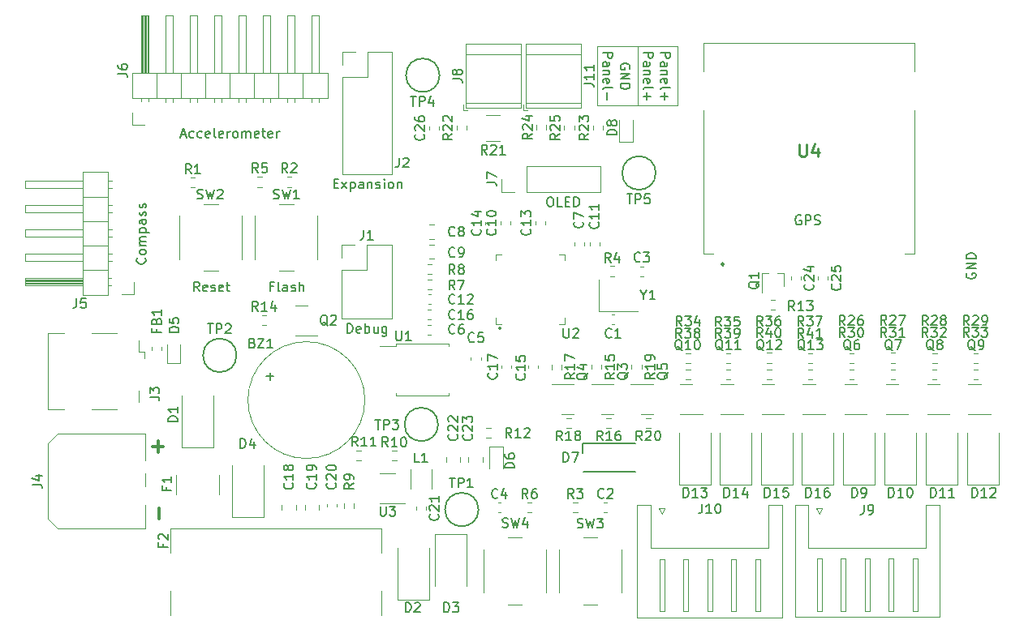
<source format=gto>
%TF.GenerationSoftware,KiCad,Pcbnew,(6.0.4)*%
%TF.CreationDate,2022-04-13T22:44:02+02:00*%
%TF.ProjectId,PPSE_2021,50505345-5f32-4303-9231-2e6b69636164,rev?*%
%TF.SameCoordinates,Original*%
%TF.FileFunction,Legend,Top*%
%TF.FilePolarity,Positive*%
%FSLAX46Y46*%
G04 Gerber Fmt 4.6, Leading zero omitted, Abs format (unit mm)*
G04 Created by KiCad (PCBNEW (6.0.4)) date 2022-04-13 22:44:02*
%MOMM*%
%LPD*%
G01*
G04 APERTURE LIST*
%ADD10C,0.100000*%
%ADD11C,0.150000*%
%ADD12C,0.300000*%
%ADD13C,0.254000*%
%ADD14C,0.120000*%
G04 APERTURE END LIST*
D10*
X144221200Y-75212425D02*
X148386800Y-75212425D01*
X148386800Y-75212425D02*
X148386800Y-81460825D01*
X148386800Y-81460825D02*
X144221200Y-81460825D01*
X144221200Y-81460825D02*
X144221200Y-75212425D01*
X148386800Y-75212425D02*
X152552400Y-75212425D01*
X152552400Y-75212425D02*
X152552400Y-81460825D01*
X152552400Y-81460825D02*
X148386800Y-81460825D01*
X148386800Y-81460825D02*
X148386800Y-75212425D01*
D11*
X110371428Y-100328571D02*
X110038095Y-100328571D01*
X110038095Y-100852380D02*
X110038095Y-99852380D01*
X110514285Y-99852380D01*
X111038095Y-100852380D02*
X110942857Y-100804761D01*
X110895238Y-100709523D01*
X110895238Y-99852380D01*
X111847619Y-100852380D02*
X111847619Y-100328571D01*
X111800000Y-100233333D01*
X111704761Y-100185714D01*
X111514285Y-100185714D01*
X111419047Y-100233333D01*
X111847619Y-100804761D02*
X111752380Y-100852380D01*
X111514285Y-100852380D01*
X111419047Y-100804761D01*
X111371428Y-100709523D01*
X111371428Y-100614285D01*
X111419047Y-100519047D01*
X111514285Y-100471428D01*
X111752380Y-100471428D01*
X111847619Y-100423809D01*
X112276190Y-100804761D02*
X112371428Y-100852380D01*
X112561904Y-100852380D01*
X112657142Y-100804761D01*
X112704761Y-100709523D01*
X112704761Y-100661904D01*
X112657142Y-100566666D01*
X112561904Y-100519047D01*
X112419047Y-100519047D01*
X112323809Y-100471428D01*
X112276190Y-100376190D01*
X112276190Y-100328571D01*
X112323809Y-100233333D01*
X112419047Y-100185714D01*
X112561904Y-100185714D01*
X112657142Y-100233333D01*
X113133333Y-100852380D02*
X113133333Y-99852380D01*
X113561904Y-100852380D02*
X113561904Y-100328571D01*
X113514285Y-100233333D01*
X113419047Y-100185714D01*
X113276190Y-100185714D01*
X113180952Y-100233333D01*
X113133333Y-100280952D01*
D12*
X97778571Y-117057142D02*
X98921428Y-117057142D01*
X98350000Y-117628571D02*
X98350000Y-116485714D01*
D11*
X150830019Y-75908209D02*
X151830019Y-75908209D01*
X151830019Y-76289161D01*
X151782400Y-76384400D01*
X151734780Y-76432019D01*
X151639542Y-76479638D01*
X151496685Y-76479638D01*
X151401447Y-76432019D01*
X151353828Y-76384400D01*
X151306209Y-76289161D01*
X151306209Y-75908209D01*
X150830019Y-77336780D02*
X151353828Y-77336780D01*
X151449066Y-77289161D01*
X151496685Y-77193923D01*
X151496685Y-77003447D01*
X151449066Y-76908209D01*
X150877638Y-77336780D02*
X150830019Y-77241542D01*
X150830019Y-77003447D01*
X150877638Y-76908209D01*
X150972876Y-76860590D01*
X151068114Y-76860590D01*
X151163352Y-76908209D01*
X151210971Y-77003447D01*
X151210971Y-77241542D01*
X151258590Y-77336780D01*
X151496685Y-77812971D02*
X150830019Y-77812971D01*
X151401447Y-77812971D02*
X151449066Y-77860590D01*
X151496685Y-77955828D01*
X151496685Y-78098685D01*
X151449066Y-78193923D01*
X151353828Y-78241542D01*
X150830019Y-78241542D01*
X150877638Y-79098685D02*
X150830019Y-79003447D01*
X150830019Y-78812971D01*
X150877638Y-78717733D01*
X150972876Y-78670114D01*
X151353828Y-78670114D01*
X151449066Y-78717733D01*
X151496685Y-78812971D01*
X151496685Y-79003447D01*
X151449066Y-79098685D01*
X151353828Y-79146304D01*
X151258590Y-79146304D01*
X151163352Y-78670114D01*
X150830019Y-79717733D02*
X150877638Y-79622495D01*
X150972876Y-79574876D01*
X151830019Y-79574876D01*
X151210971Y-80098685D02*
X151210971Y-80860590D01*
X150830019Y-80479638D02*
X151591923Y-80479638D01*
X144784819Y-75908209D02*
X145784819Y-75908209D01*
X145784819Y-76289161D01*
X145737200Y-76384400D01*
X145689580Y-76432019D01*
X145594342Y-76479638D01*
X145451485Y-76479638D01*
X145356247Y-76432019D01*
X145308628Y-76384400D01*
X145261009Y-76289161D01*
X145261009Y-75908209D01*
X144784819Y-77336780D02*
X145308628Y-77336780D01*
X145403866Y-77289161D01*
X145451485Y-77193923D01*
X145451485Y-77003447D01*
X145403866Y-76908209D01*
X144832438Y-77336780D02*
X144784819Y-77241542D01*
X144784819Y-77003447D01*
X144832438Y-76908209D01*
X144927676Y-76860590D01*
X145022914Y-76860590D01*
X145118152Y-76908209D01*
X145165771Y-77003447D01*
X145165771Y-77241542D01*
X145213390Y-77336780D01*
X145451485Y-77812971D02*
X144784819Y-77812971D01*
X145356247Y-77812971D02*
X145403866Y-77860590D01*
X145451485Y-77955828D01*
X145451485Y-78098685D01*
X145403866Y-78193923D01*
X145308628Y-78241542D01*
X144784819Y-78241542D01*
X144832438Y-79098685D02*
X144784819Y-79003447D01*
X144784819Y-78812971D01*
X144832438Y-78717733D01*
X144927676Y-78670114D01*
X145308628Y-78670114D01*
X145403866Y-78717733D01*
X145451485Y-78812971D01*
X145451485Y-79003447D01*
X145403866Y-79098685D01*
X145308628Y-79146304D01*
X145213390Y-79146304D01*
X145118152Y-78670114D01*
X144784819Y-79717733D02*
X144832438Y-79622495D01*
X144927676Y-79574876D01*
X145784819Y-79574876D01*
X145165771Y-80098685D02*
X145165771Y-80860590D01*
X102661904Y-100852380D02*
X102328571Y-100376190D01*
X102090476Y-100852380D02*
X102090476Y-99852380D01*
X102471428Y-99852380D01*
X102566666Y-99900000D01*
X102614285Y-99947619D01*
X102661904Y-100042857D01*
X102661904Y-100185714D01*
X102614285Y-100280952D01*
X102566666Y-100328571D01*
X102471428Y-100376190D01*
X102090476Y-100376190D01*
X103471428Y-100804761D02*
X103376190Y-100852380D01*
X103185714Y-100852380D01*
X103090476Y-100804761D01*
X103042857Y-100709523D01*
X103042857Y-100328571D01*
X103090476Y-100233333D01*
X103185714Y-100185714D01*
X103376190Y-100185714D01*
X103471428Y-100233333D01*
X103519047Y-100328571D01*
X103519047Y-100423809D01*
X103042857Y-100519047D01*
X103900000Y-100804761D02*
X103995238Y-100852380D01*
X104185714Y-100852380D01*
X104280952Y-100804761D01*
X104328571Y-100709523D01*
X104328571Y-100661904D01*
X104280952Y-100566666D01*
X104185714Y-100519047D01*
X104042857Y-100519047D01*
X103947619Y-100471428D01*
X103900000Y-100376190D01*
X103900000Y-100328571D01*
X103947619Y-100233333D01*
X104042857Y-100185714D01*
X104185714Y-100185714D01*
X104280952Y-100233333D01*
X105138095Y-100804761D02*
X105042857Y-100852380D01*
X104852380Y-100852380D01*
X104757142Y-100804761D01*
X104709523Y-100709523D01*
X104709523Y-100328571D01*
X104757142Y-100233333D01*
X104852380Y-100185714D01*
X105042857Y-100185714D01*
X105138095Y-100233333D01*
X105185714Y-100328571D01*
X105185714Y-100423809D01*
X104709523Y-100519047D01*
X105471428Y-100185714D02*
X105852380Y-100185714D01*
X105614285Y-99852380D02*
X105614285Y-100709523D01*
X105661904Y-100804761D01*
X105757142Y-100852380D01*
X105852380Y-100852380D01*
X149001219Y-75908209D02*
X150001219Y-75908209D01*
X150001219Y-76289161D01*
X149953600Y-76384400D01*
X149905980Y-76432019D01*
X149810742Y-76479638D01*
X149667885Y-76479638D01*
X149572647Y-76432019D01*
X149525028Y-76384400D01*
X149477409Y-76289161D01*
X149477409Y-75908209D01*
X149001219Y-77336780D02*
X149525028Y-77336780D01*
X149620266Y-77289161D01*
X149667885Y-77193923D01*
X149667885Y-77003447D01*
X149620266Y-76908209D01*
X149048838Y-77336780D02*
X149001219Y-77241542D01*
X149001219Y-77003447D01*
X149048838Y-76908209D01*
X149144076Y-76860590D01*
X149239314Y-76860590D01*
X149334552Y-76908209D01*
X149382171Y-77003447D01*
X149382171Y-77241542D01*
X149429790Y-77336780D01*
X149667885Y-77812971D02*
X149001219Y-77812971D01*
X149572647Y-77812971D02*
X149620266Y-77860590D01*
X149667885Y-77955828D01*
X149667885Y-78098685D01*
X149620266Y-78193923D01*
X149525028Y-78241542D01*
X149001219Y-78241542D01*
X149048838Y-79098685D02*
X149001219Y-79003447D01*
X149001219Y-78812971D01*
X149048838Y-78717733D01*
X149144076Y-78670114D01*
X149525028Y-78670114D01*
X149620266Y-78717733D01*
X149667885Y-78812971D01*
X149667885Y-79003447D01*
X149620266Y-79098685D01*
X149525028Y-79146304D01*
X149429790Y-79146304D01*
X149334552Y-78670114D01*
X149001219Y-79717733D02*
X149048838Y-79622495D01*
X149144076Y-79574876D01*
X150001219Y-79574876D01*
X149382171Y-80098685D02*
X149382171Y-80860590D01*
X149001219Y-80479638D02*
X149763123Y-80479638D01*
X118102380Y-105202380D02*
X118102380Y-104202380D01*
X118340476Y-104202380D01*
X118483333Y-104250000D01*
X118578571Y-104345238D01*
X118626190Y-104440476D01*
X118673809Y-104630952D01*
X118673809Y-104773809D01*
X118626190Y-104964285D01*
X118578571Y-105059523D01*
X118483333Y-105154761D01*
X118340476Y-105202380D01*
X118102380Y-105202380D01*
X119483333Y-105154761D02*
X119388095Y-105202380D01*
X119197619Y-105202380D01*
X119102380Y-105154761D01*
X119054761Y-105059523D01*
X119054761Y-104678571D01*
X119102380Y-104583333D01*
X119197619Y-104535714D01*
X119388095Y-104535714D01*
X119483333Y-104583333D01*
X119530952Y-104678571D01*
X119530952Y-104773809D01*
X119054761Y-104869047D01*
X119959523Y-105202380D02*
X119959523Y-104202380D01*
X119959523Y-104583333D02*
X120054761Y-104535714D01*
X120245238Y-104535714D01*
X120340476Y-104583333D01*
X120388095Y-104630952D01*
X120435714Y-104726190D01*
X120435714Y-105011904D01*
X120388095Y-105107142D01*
X120340476Y-105154761D01*
X120245238Y-105202380D01*
X120054761Y-105202380D01*
X119959523Y-105154761D01*
X121292857Y-104535714D02*
X121292857Y-105202380D01*
X120864285Y-104535714D02*
X120864285Y-105059523D01*
X120911904Y-105154761D01*
X121007142Y-105202380D01*
X121150000Y-105202380D01*
X121245238Y-105154761D01*
X121292857Y-105107142D01*
X122197619Y-104535714D02*
X122197619Y-105345238D01*
X122150000Y-105440476D01*
X122102380Y-105488095D01*
X122007142Y-105535714D01*
X121864285Y-105535714D01*
X121769047Y-105488095D01*
X122197619Y-105154761D02*
X122102380Y-105202380D01*
X121911904Y-105202380D01*
X121816666Y-105154761D01*
X121769047Y-105107142D01*
X121721428Y-105011904D01*
X121721428Y-104726190D01*
X121769047Y-104630952D01*
X121816666Y-104583333D01*
X121911904Y-104535714D01*
X122102380Y-104535714D01*
X122197619Y-104583333D01*
D12*
X98457142Y-124621428D02*
X98457142Y-123478571D01*
D11*
X100754761Y-84516666D02*
X101230952Y-84516666D01*
X100659523Y-84802380D02*
X100992857Y-83802380D01*
X101326190Y-84802380D01*
X102088095Y-84754761D02*
X101992857Y-84802380D01*
X101802380Y-84802380D01*
X101707142Y-84754761D01*
X101659523Y-84707142D01*
X101611904Y-84611904D01*
X101611904Y-84326190D01*
X101659523Y-84230952D01*
X101707142Y-84183333D01*
X101802380Y-84135714D01*
X101992857Y-84135714D01*
X102088095Y-84183333D01*
X102945238Y-84754761D02*
X102850000Y-84802380D01*
X102659523Y-84802380D01*
X102564285Y-84754761D01*
X102516666Y-84707142D01*
X102469047Y-84611904D01*
X102469047Y-84326190D01*
X102516666Y-84230952D01*
X102564285Y-84183333D01*
X102659523Y-84135714D01*
X102850000Y-84135714D01*
X102945238Y-84183333D01*
X103754761Y-84754761D02*
X103659523Y-84802380D01*
X103469047Y-84802380D01*
X103373809Y-84754761D01*
X103326190Y-84659523D01*
X103326190Y-84278571D01*
X103373809Y-84183333D01*
X103469047Y-84135714D01*
X103659523Y-84135714D01*
X103754761Y-84183333D01*
X103802380Y-84278571D01*
X103802380Y-84373809D01*
X103326190Y-84469047D01*
X104373809Y-84802380D02*
X104278571Y-84754761D01*
X104230952Y-84659523D01*
X104230952Y-83802380D01*
X105135714Y-84754761D02*
X105040476Y-84802380D01*
X104850000Y-84802380D01*
X104754761Y-84754761D01*
X104707142Y-84659523D01*
X104707142Y-84278571D01*
X104754761Y-84183333D01*
X104850000Y-84135714D01*
X105040476Y-84135714D01*
X105135714Y-84183333D01*
X105183333Y-84278571D01*
X105183333Y-84373809D01*
X104707142Y-84469047D01*
X105611904Y-84802380D02*
X105611904Y-84135714D01*
X105611904Y-84326190D02*
X105659523Y-84230952D01*
X105707142Y-84183333D01*
X105802380Y-84135714D01*
X105897619Y-84135714D01*
X106373809Y-84802380D02*
X106278571Y-84754761D01*
X106230952Y-84707142D01*
X106183333Y-84611904D01*
X106183333Y-84326190D01*
X106230952Y-84230952D01*
X106278571Y-84183333D01*
X106373809Y-84135714D01*
X106516666Y-84135714D01*
X106611904Y-84183333D01*
X106659523Y-84230952D01*
X106707142Y-84326190D01*
X106707142Y-84611904D01*
X106659523Y-84707142D01*
X106611904Y-84754761D01*
X106516666Y-84802380D01*
X106373809Y-84802380D01*
X107135714Y-84802380D02*
X107135714Y-84135714D01*
X107135714Y-84230952D02*
X107183333Y-84183333D01*
X107278571Y-84135714D01*
X107421428Y-84135714D01*
X107516666Y-84183333D01*
X107564285Y-84278571D01*
X107564285Y-84802380D01*
X107564285Y-84278571D02*
X107611904Y-84183333D01*
X107707142Y-84135714D01*
X107850000Y-84135714D01*
X107945238Y-84183333D01*
X107992857Y-84278571D01*
X107992857Y-84802380D01*
X108850000Y-84754761D02*
X108754761Y-84802380D01*
X108564285Y-84802380D01*
X108469047Y-84754761D01*
X108421428Y-84659523D01*
X108421428Y-84278571D01*
X108469047Y-84183333D01*
X108564285Y-84135714D01*
X108754761Y-84135714D01*
X108850000Y-84183333D01*
X108897619Y-84278571D01*
X108897619Y-84373809D01*
X108421428Y-84469047D01*
X109183333Y-84135714D02*
X109564285Y-84135714D01*
X109326190Y-83802380D02*
X109326190Y-84659523D01*
X109373809Y-84754761D01*
X109469047Y-84802380D01*
X109564285Y-84802380D01*
X110278571Y-84754761D02*
X110183333Y-84802380D01*
X109992857Y-84802380D01*
X109897619Y-84754761D01*
X109850000Y-84659523D01*
X109850000Y-84278571D01*
X109897619Y-84183333D01*
X109992857Y-84135714D01*
X110183333Y-84135714D01*
X110278571Y-84183333D01*
X110326190Y-84278571D01*
X110326190Y-84373809D01*
X109850000Y-84469047D01*
X110754761Y-84802380D02*
X110754761Y-84135714D01*
X110754761Y-84326190D02*
X110802380Y-84230952D01*
X110850000Y-84183333D01*
X110945238Y-84135714D01*
X111040476Y-84135714D01*
X165435714Y-92950000D02*
X165340476Y-92902380D01*
X165197619Y-92902380D01*
X165054761Y-92950000D01*
X164959523Y-93045238D01*
X164911904Y-93140476D01*
X164864285Y-93330952D01*
X164864285Y-93473809D01*
X164911904Y-93664285D01*
X164959523Y-93759523D01*
X165054761Y-93854761D01*
X165197619Y-93902380D01*
X165292857Y-93902380D01*
X165435714Y-93854761D01*
X165483333Y-93807142D01*
X165483333Y-93473809D01*
X165292857Y-93473809D01*
X165911904Y-93902380D02*
X165911904Y-92902380D01*
X166292857Y-92902380D01*
X166388095Y-92950000D01*
X166435714Y-92997619D01*
X166483333Y-93092857D01*
X166483333Y-93235714D01*
X166435714Y-93330952D01*
X166388095Y-93378571D01*
X166292857Y-93426190D01*
X165911904Y-93426190D01*
X166864285Y-93854761D02*
X167007142Y-93902380D01*
X167245238Y-93902380D01*
X167340476Y-93854761D01*
X167388095Y-93807142D01*
X167435714Y-93711904D01*
X167435714Y-93616666D01*
X167388095Y-93521428D01*
X167340476Y-93473809D01*
X167245238Y-93426190D01*
X167054761Y-93378571D01*
X166959523Y-93330952D01*
X166911904Y-93283333D01*
X166864285Y-93188095D01*
X166864285Y-93092857D01*
X166911904Y-92997619D01*
X166959523Y-92950000D01*
X167054761Y-92902380D01*
X167292857Y-92902380D01*
X167435714Y-92950000D01*
X139197619Y-91002380D02*
X139388095Y-91002380D01*
X139483333Y-91050000D01*
X139578571Y-91145238D01*
X139626190Y-91335714D01*
X139626190Y-91669047D01*
X139578571Y-91859523D01*
X139483333Y-91954761D01*
X139388095Y-92002380D01*
X139197619Y-92002380D01*
X139102380Y-91954761D01*
X139007142Y-91859523D01*
X138959523Y-91669047D01*
X138959523Y-91335714D01*
X139007142Y-91145238D01*
X139102380Y-91050000D01*
X139197619Y-91002380D01*
X140530952Y-92002380D02*
X140054761Y-92002380D01*
X140054761Y-91002380D01*
X140864285Y-91478571D02*
X141197619Y-91478571D01*
X141340476Y-92002380D02*
X140864285Y-92002380D01*
X140864285Y-91002380D01*
X141340476Y-91002380D01*
X141769047Y-92002380D02*
X141769047Y-91002380D01*
X142007142Y-91002380D01*
X142150000Y-91050000D01*
X142245238Y-91145238D01*
X142292857Y-91240476D01*
X142340476Y-91430952D01*
X142340476Y-91573809D01*
X142292857Y-91764285D01*
X142245238Y-91859523D01*
X142150000Y-91954761D01*
X142007142Y-92002380D01*
X141769047Y-92002380D01*
X97007142Y-97373809D02*
X97054761Y-97421428D01*
X97102380Y-97564285D01*
X97102380Y-97659523D01*
X97054761Y-97802380D01*
X96959523Y-97897619D01*
X96864285Y-97945238D01*
X96673809Y-97992857D01*
X96530952Y-97992857D01*
X96340476Y-97945238D01*
X96245238Y-97897619D01*
X96150000Y-97802380D01*
X96102380Y-97659523D01*
X96102380Y-97564285D01*
X96150000Y-97421428D01*
X96197619Y-97373809D01*
X97102380Y-96802380D02*
X97054761Y-96897619D01*
X97007142Y-96945238D01*
X96911904Y-96992857D01*
X96626190Y-96992857D01*
X96530952Y-96945238D01*
X96483333Y-96897619D01*
X96435714Y-96802380D01*
X96435714Y-96659523D01*
X96483333Y-96564285D01*
X96530952Y-96516666D01*
X96626190Y-96469047D01*
X96911904Y-96469047D01*
X97007142Y-96516666D01*
X97054761Y-96564285D01*
X97102380Y-96659523D01*
X97102380Y-96802380D01*
X97102380Y-96040476D02*
X96435714Y-96040476D01*
X96530952Y-96040476D02*
X96483333Y-95992857D01*
X96435714Y-95897619D01*
X96435714Y-95754761D01*
X96483333Y-95659523D01*
X96578571Y-95611904D01*
X97102380Y-95611904D01*
X96578571Y-95611904D02*
X96483333Y-95564285D01*
X96435714Y-95469047D01*
X96435714Y-95326190D01*
X96483333Y-95230952D01*
X96578571Y-95183333D01*
X97102380Y-95183333D01*
X96435714Y-94707142D02*
X97435714Y-94707142D01*
X96483333Y-94707142D02*
X96435714Y-94611904D01*
X96435714Y-94421428D01*
X96483333Y-94326190D01*
X96530952Y-94278571D01*
X96626190Y-94230952D01*
X96911904Y-94230952D01*
X97007142Y-94278571D01*
X97054761Y-94326190D01*
X97102380Y-94421428D01*
X97102380Y-94611904D01*
X97054761Y-94707142D01*
X97102380Y-93373809D02*
X96578571Y-93373809D01*
X96483333Y-93421428D01*
X96435714Y-93516666D01*
X96435714Y-93707142D01*
X96483333Y-93802380D01*
X97054761Y-93373809D02*
X97102380Y-93469047D01*
X97102380Y-93707142D01*
X97054761Y-93802380D01*
X96959523Y-93850000D01*
X96864285Y-93850000D01*
X96769047Y-93802380D01*
X96721428Y-93707142D01*
X96721428Y-93469047D01*
X96673809Y-93373809D01*
X97054761Y-92945238D02*
X97102380Y-92850000D01*
X97102380Y-92659523D01*
X97054761Y-92564285D01*
X96959523Y-92516666D01*
X96911904Y-92516666D01*
X96816666Y-92564285D01*
X96769047Y-92659523D01*
X96769047Y-92802380D01*
X96721428Y-92897619D01*
X96626190Y-92945238D01*
X96578571Y-92945238D01*
X96483333Y-92897619D01*
X96435714Y-92802380D01*
X96435714Y-92659523D01*
X96483333Y-92564285D01*
X97054761Y-92135714D02*
X97102380Y-92040476D01*
X97102380Y-91850000D01*
X97054761Y-91754761D01*
X96959523Y-91707142D01*
X96911904Y-91707142D01*
X96816666Y-91754761D01*
X96769047Y-91850000D01*
X96769047Y-91992857D01*
X96721428Y-92088095D01*
X96626190Y-92135714D01*
X96578571Y-92135714D01*
X96483333Y-92088095D01*
X96435714Y-91992857D01*
X96435714Y-91850000D01*
X96483333Y-91754761D01*
X147566000Y-77622495D02*
X147613619Y-77527257D01*
X147613619Y-77384400D01*
X147566000Y-77241542D01*
X147470761Y-77146304D01*
X147375523Y-77098685D01*
X147185047Y-77051066D01*
X147042190Y-77051066D01*
X146851714Y-77098685D01*
X146756476Y-77146304D01*
X146661238Y-77241542D01*
X146613619Y-77384400D01*
X146613619Y-77479638D01*
X146661238Y-77622495D01*
X146708857Y-77670114D01*
X147042190Y-77670114D01*
X147042190Y-77479638D01*
X146613619Y-78098685D02*
X147613619Y-78098685D01*
X146613619Y-78670114D01*
X147613619Y-78670114D01*
X146613619Y-79146304D02*
X147613619Y-79146304D01*
X147613619Y-79384400D01*
X147566000Y-79527257D01*
X147470761Y-79622495D01*
X147375523Y-79670114D01*
X147185047Y-79717733D01*
X147042190Y-79717733D01*
X146851714Y-79670114D01*
X146756476Y-79622495D01*
X146661238Y-79527257D01*
X146613619Y-79384400D01*
X146613619Y-79146304D01*
X182750000Y-98961904D02*
X182702380Y-99057142D01*
X182702380Y-99200000D01*
X182750000Y-99342857D01*
X182845238Y-99438095D01*
X182940476Y-99485714D01*
X183130952Y-99533333D01*
X183273809Y-99533333D01*
X183464285Y-99485714D01*
X183559523Y-99438095D01*
X183654761Y-99342857D01*
X183702380Y-99200000D01*
X183702380Y-99104761D01*
X183654761Y-98961904D01*
X183607142Y-98914285D01*
X183273809Y-98914285D01*
X183273809Y-99104761D01*
X183702380Y-98485714D02*
X182702380Y-98485714D01*
X183702380Y-97914285D01*
X182702380Y-97914285D01*
X183702380Y-97438095D02*
X182702380Y-97438095D01*
X182702380Y-97200000D01*
X182750000Y-97057142D01*
X182845238Y-96961904D01*
X182940476Y-96914285D01*
X183130952Y-96866666D01*
X183273809Y-96866666D01*
X183464285Y-96914285D01*
X183559523Y-96961904D01*
X183654761Y-97057142D01*
X183702380Y-97200000D01*
X183702380Y-97438095D01*
X116726190Y-89578571D02*
X117059523Y-89578571D01*
X117202380Y-90102380D02*
X116726190Y-90102380D01*
X116726190Y-89102380D01*
X117202380Y-89102380D01*
X117535714Y-90102380D02*
X118059523Y-89435714D01*
X117535714Y-89435714D02*
X118059523Y-90102380D01*
X118440476Y-89435714D02*
X118440476Y-90435714D01*
X118440476Y-89483333D02*
X118535714Y-89435714D01*
X118726190Y-89435714D01*
X118821428Y-89483333D01*
X118869047Y-89530952D01*
X118916666Y-89626190D01*
X118916666Y-89911904D01*
X118869047Y-90007142D01*
X118821428Y-90054761D01*
X118726190Y-90102380D01*
X118535714Y-90102380D01*
X118440476Y-90054761D01*
X119773809Y-90102380D02*
X119773809Y-89578571D01*
X119726190Y-89483333D01*
X119630952Y-89435714D01*
X119440476Y-89435714D01*
X119345238Y-89483333D01*
X119773809Y-90054761D02*
X119678571Y-90102380D01*
X119440476Y-90102380D01*
X119345238Y-90054761D01*
X119297619Y-89959523D01*
X119297619Y-89864285D01*
X119345238Y-89769047D01*
X119440476Y-89721428D01*
X119678571Y-89721428D01*
X119773809Y-89673809D01*
X120250000Y-89435714D02*
X120250000Y-90102380D01*
X120250000Y-89530952D02*
X120297619Y-89483333D01*
X120392857Y-89435714D01*
X120535714Y-89435714D01*
X120630952Y-89483333D01*
X120678571Y-89578571D01*
X120678571Y-90102380D01*
X121107142Y-90054761D02*
X121202380Y-90102380D01*
X121392857Y-90102380D01*
X121488095Y-90054761D01*
X121535714Y-89959523D01*
X121535714Y-89911904D01*
X121488095Y-89816666D01*
X121392857Y-89769047D01*
X121250000Y-89769047D01*
X121154761Y-89721428D01*
X121107142Y-89626190D01*
X121107142Y-89578571D01*
X121154761Y-89483333D01*
X121250000Y-89435714D01*
X121392857Y-89435714D01*
X121488095Y-89483333D01*
X121964285Y-90102380D02*
X121964285Y-89435714D01*
X121964285Y-89102380D02*
X121916666Y-89150000D01*
X121964285Y-89197619D01*
X122011904Y-89150000D01*
X121964285Y-89102380D01*
X121964285Y-89197619D01*
X122583333Y-90102380D02*
X122488095Y-90054761D01*
X122440476Y-90007142D01*
X122392857Y-89911904D01*
X122392857Y-89626190D01*
X122440476Y-89530952D01*
X122488095Y-89483333D01*
X122583333Y-89435714D01*
X122726190Y-89435714D01*
X122821428Y-89483333D01*
X122869047Y-89530952D01*
X122916666Y-89626190D01*
X122916666Y-89911904D01*
X122869047Y-90007142D01*
X122821428Y-90054761D01*
X122726190Y-90102380D01*
X122583333Y-90102380D01*
X123345238Y-89435714D02*
X123345238Y-90102380D01*
X123345238Y-89530952D02*
X123392857Y-89483333D01*
X123488095Y-89435714D01*
X123630952Y-89435714D01*
X123726190Y-89483333D01*
X123773809Y-89578571D01*
X123773809Y-90102380D01*
%TO.C,C8*%
X129322533Y-94997542D02*
X129274914Y-95045161D01*
X129132057Y-95092780D01*
X129036819Y-95092780D01*
X128893961Y-95045161D01*
X128798723Y-94949923D01*
X128751104Y-94854685D01*
X128703485Y-94664209D01*
X128703485Y-94521352D01*
X128751104Y-94330876D01*
X128798723Y-94235638D01*
X128893961Y-94140400D01*
X129036819Y-94092780D01*
X129132057Y-94092780D01*
X129274914Y-94140400D01*
X129322533Y-94188019D01*
X129893961Y-94521352D02*
X129798723Y-94473733D01*
X129751104Y-94426114D01*
X129703485Y-94330876D01*
X129703485Y-94283257D01*
X129751104Y-94188019D01*
X129798723Y-94140400D01*
X129893961Y-94092780D01*
X130084438Y-94092780D01*
X130179676Y-94140400D01*
X130227295Y-94188019D01*
X130274914Y-94283257D01*
X130274914Y-94330876D01*
X130227295Y-94426114D01*
X130179676Y-94473733D01*
X130084438Y-94521352D01*
X129893961Y-94521352D01*
X129798723Y-94568971D01*
X129751104Y-94616590D01*
X129703485Y-94711828D01*
X129703485Y-94902304D01*
X129751104Y-94997542D01*
X129798723Y-95045161D01*
X129893961Y-95092780D01*
X130084438Y-95092780D01*
X130179676Y-95045161D01*
X130227295Y-94997542D01*
X130274914Y-94902304D01*
X130274914Y-94711828D01*
X130227295Y-94616590D01*
X130179676Y-94568971D01*
X130084438Y-94521352D01*
%TO.C,D4*%
X106957904Y-117241580D02*
X106957904Y-116241580D01*
X107196000Y-116241580D01*
X107338857Y-116289200D01*
X107434095Y-116384438D01*
X107481714Y-116479676D01*
X107529333Y-116670152D01*
X107529333Y-116813009D01*
X107481714Y-117003485D01*
X107434095Y-117098723D01*
X107338857Y-117193961D01*
X107196000Y-117241580D01*
X106957904Y-117241580D01*
X108386476Y-116574914D02*
X108386476Y-117241580D01*
X108148380Y-116193961D02*
X107910285Y-116908247D01*
X108529333Y-116908247D01*
%TO.C,C12*%
X129322533Y-102058742D02*
X129274914Y-102106361D01*
X129132057Y-102153980D01*
X129036819Y-102153980D01*
X128893962Y-102106361D01*
X128798724Y-102011123D01*
X128751105Y-101915885D01*
X128703486Y-101725409D01*
X128703486Y-101582552D01*
X128751105Y-101392076D01*
X128798724Y-101296838D01*
X128893962Y-101201600D01*
X129036819Y-101153980D01*
X129132057Y-101153980D01*
X129274914Y-101201600D01*
X129322533Y-101249219D01*
X130274914Y-102153980D02*
X129703486Y-102153980D01*
X129989200Y-102153980D02*
X129989200Y-101153980D01*
X129893962Y-101296838D01*
X129798724Y-101392076D01*
X129703486Y-101439695D01*
X130655867Y-101249219D02*
X130703486Y-101201600D01*
X130798724Y-101153980D01*
X131036819Y-101153980D01*
X131132057Y-101201600D01*
X131179676Y-101249219D01*
X131227295Y-101344457D01*
X131227295Y-101439695D01*
X131179676Y-101582552D01*
X130608248Y-102153980D01*
X131227295Y-102153980D01*
%TO.C,Q6*%
X170663517Y-107024419D02*
X170568279Y-106976800D01*
X170473041Y-106881561D01*
X170330184Y-106738704D01*
X170234946Y-106691085D01*
X170139708Y-106691085D01*
X170187327Y-106929180D02*
X170092089Y-106881561D01*
X169996851Y-106786323D01*
X169949232Y-106595847D01*
X169949232Y-106262514D01*
X169996851Y-106072038D01*
X170092089Y-105976800D01*
X170187327Y-105929180D01*
X170377803Y-105929180D01*
X170473041Y-105976800D01*
X170568279Y-106072038D01*
X170615898Y-106262514D01*
X170615898Y-106595847D01*
X170568279Y-106786323D01*
X170473041Y-106881561D01*
X170377803Y-106929180D01*
X170187327Y-106929180D01*
X171473041Y-105929180D02*
X171282565Y-105929180D01*
X171187327Y-105976800D01*
X171139708Y-106024419D01*
X171044470Y-106167276D01*
X170996851Y-106357752D01*
X170996851Y-106738704D01*
X171044470Y-106833942D01*
X171092089Y-106881561D01*
X171187327Y-106929180D01*
X171377803Y-106929180D01*
X171473041Y-106881561D01*
X171520660Y-106833942D01*
X171568279Y-106738704D01*
X171568279Y-106500609D01*
X171520660Y-106405371D01*
X171473041Y-106357752D01*
X171377803Y-106310133D01*
X171187327Y-106310133D01*
X171092089Y-106357752D01*
X171044470Y-106405371D01*
X170996851Y-106500609D01*
%TO.C,J10*%
X155117276Y-123053180D02*
X155117276Y-123767466D01*
X155069657Y-123910323D01*
X154974419Y-124005561D01*
X154831561Y-124053180D01*
X154736323Y-124053180D01*
X156117276Y-124053180D02*
X155545847Y-124053180D01*
X155831561Y-124053180D02*
X155831561Y-123053180D01*
X155736323Y-123196038D01*
X155641085Y-123291276D01*
X155545847Y-123338895D01*
X156736323Y-123053180D02*
X156831561Y-123053180D01*
X156926800Y-123100800D01*
X156974419Y-123148419D01*
X157022038Y-123243657D01*
X157069657Y-123434133D01*
X157069657Y-123672228D01*
X157022038Y-123862704D01*
X156974419Y-123957942D01*
X156926800Y-124005561D01*
X156831561Y-124053180D01*
X156736323Y-124053180D01*
X156641085Y-124005561D01*
X156593466Y-123957942D01*
X156545847Y-123862704D01*
X156498228Y-123672228D01*
X156498228Y-123434133D01*
X156545847Y-123243657D01*
X156593466Y-123148419D01*
X156641085Y-123100800D01*
X156736323Y-123053180D01*
%TO.C,J5*%
X89856666Y-101597380D02*
X89856666Y-102311666D01*
X89809047Y-102454523D01*
X89713809Y-102549761D01*
X89570952Y-102597380D01*
X89475714Y-102597380D01*
X90809047Y-101597380D02*
X90332857Y-101597380D01*
X90285238Y-102073571D01*
X90332857Y-102025952D01*
X90428095Y-101978333D01*
X90666190Y-101978333D01*
X90761428Y-102025952D01*
X90809047Y-102073571D01*
X90856666Y-102168809D01*
X90856666Y-102406904D01*
X90809047Y-102502142D01*
X90761428Y-102549761D01*
X90666190Y-102597380D01*
X90428095Y-102597380D01*
X90332857Y-102549761D01*
X90285238Y-102502142D01*
%TO.C,R14*%
X108780342Y-102908380D02*
X108447009Y-102432190D01*
X108208914Y-102908380D02*
X108208914Y-101908380D01*
X108589866Y-101908380D01*
X108685104Y-101956000D01*
X108732723Y-102003619D01*
X108780342Y-102098857D01*
X108780342Y-102241714D01*
X108732723Y-102336952D01*
X108685104Y-102384571D01*
X108589866Y-102432190D01*
X108208914Y-102432190D01*
X109732723Y-102908380D02*
X109161295Y-102908380D01*
X109447009Y-102908380D02*
X109447009Y-101908380D01*
X109351771Y-102051238D01*
X109256533Y-102146476D01*
X109161295Y-102194095D01*
X110589866Y-102241714D02*
X110589866Y-102908380D01*
X110351771Y-101860761D02*
X110113676Y-102575047D01*
X110732723Y-102575047D01*
%TO.C,D10*%
X174604514Y-122372380D02*
X174604514Y-121372380D01*
X174842609Y-121372380D01*
X174985466Y-121420000D01*
X175080704Y-121515238D01*
X175128323Y-121610476D01*
X175175942Y-121800952D01*
X175175942Y-121943809D01*
X175128323Y-122134285D01*
X175080704Y-122229523D01*
X174985466Y-122324761D01*
X174842609Y-122372380D01*
X174604514Y-122372380D01*
X176128323Y-122372380D02*
X175556895Y-122372380D01*
X175842609Y-122372380D02*
X175842609Y-121372380D01*
X175747371Y-121515238D01*
X175652133Y-121610476D01*
X175556895Y-121658095D01*
X176747371Y-121372380D02*
X176842609Y-121372380D01*
X176937847Y-121420000D01*
X176985466Y-121467619D01*
X177033085Y-121562857D01*
X177080704Y-121753333D01*
X177080704Y-121991428D01*
X177033085Y-122181904D01*
X176985466Y-122277142D01*
X176937847Y-122324761D01*
X176842609Y-122372380D01*
X176747371Y-122372380D01*
X176652133Y-122324761D01*
X176604514Y-122277142D01*
X176556895Y-122181904D01*
X176509276Y-121991428D01*
X176509276Y-121753333D01*
X176556895Y-121562857D01*
X176604514Y-121467619D01*
X176652133Y-121420000D01*
X176747371Y-121372380D01*
%TO.C,R35*%
X157141942Y-104490780D02*
X156808609Y-104014590D01*
X156570514Y-104490780D02*
X156570514Y-103490780D01*
X156951466Y-103490780D01*
X157046704Y-103538400D01*
X157094323Y-103586019D01*
X157141942Y-103681257D01*
X157141942Y-103824114D01*
X157094323Y-103919352D01*
X157046704Y-103966971D01*
X156951466Y-104014590D01*
X156570514Y-104014590D01*
X157475276Y-103490780D02*
X158094323Y-103490780D01*
X157760990Y-103871733D01*
X157903847Y-103871733D01*
X157999085Y-103919352D01*
X158046704Y-103966971D01*
X158094323Y-104062209D01*
X158094323Y-104300304D01*
X158046704Y-104395542D01*
X157999085Y-104443161D01*
X157903847Y-104490780D01*
X157618133Y-104490780D01*
X157522895Y-104443161D01*
X157475276Y-104395542D01*
X158999085Y-103490780D02*
X158522895Y-103490780D01*
X158475276Y-103966971D01*
X158522895Y-103919352D01*
X158618133Y-103871733D01*
X158856228Y-103871733D01*
X158951466Y-103919352D01*
X158999085Y-103966971D01*
X159046704Y-104062209D01*
X159046704Y-104300304D01*
X158999085Y-104395542D01*
X158951466Y-104443161D01*
X158856228Y-104490780D01*
X158618133Y-104490780D01*
X158522895Y-104443161D01*
X158475276Y-104395542D01*
%TO.C,R34*%
X153027142Y-104439980D02*
X152693809Y-103963790D01*
X152455714Y-104439980D02*
X152455714Y-103439980D01*
X152836666Y-103439980D01*
X152931904Y-103487600D01*
X152979523Y-103535219D01*
X153027142Y-103630457D01*
X153027142Y-103773314D01*
X152979523Y-103868552D01*
X152931904Y-103916171D01*
X152836666Y-103963790D01*
X152455714Y-103963790D01*
X153360476Y-103439980D02*
X153979523Y-103439980D01*
X153646190Y-103820933D01*
X153789047Y-103820933D01*
X153884285Y-103868552D01*
X153931904Y-103916171D01*
X153979523Y-104011409D01*
X153979523Y-104249504D01*
X153931904Y-104344742D01*
X153884285Y-104392361D01*
X153789047Y-104439980D01*
X153503333Y-104439980D01*
X153408095Y-104392361D01*
X153360476Y-104344742D01*
X154836666Y-103773314D02*
X154836666Y-104439980D01*
X154598571Y-103392361D02*
X154360476Y-104106647D01*
X154979523Y-104106647D01*
%TO.C,R39*%
X157141942Y-105709980D02*
X156808609Y-105233790D01*
X156570514Y-105709980D02*
X156570514Y-104709980D01*
X156951466Y-104709980D01*
X157046704Y-104757600D01*
X157094323Y-104805219D01*
X157141942Y-104900457D01*
X157141942Y-105043314D01*
X157094323Y-105138552D01*
X157046704Y-105186171D01*
X156951466Y-105233790D01*
X156570514Y-105233790D01*
X157475276Y-104709980D02*
X158094323Y-104709980D01*
X157760990Y-105090933D01*
X157903847Y-105090933D01*
X157999085Y-105138552D01*
X158046704Y-105186171D01*
X158094323Y-105281409D01*
X158094323Y-105519504D01*
X158046704Y-105614742D01*
X157999085Y-105662361D01*
X157903847Y-105709980D01*
X157618133Y-105709980D01*
X157522895Y-105662361D01*
X157475276Y-105614742D01*
X158570514Y-105709980D02*
X158760990Y-105709980D01*
X158856228Y-105662361D01*
X158903847Y-105614742D01*
X158999085Y-105471885D01*
X159046704Y-105281409D01*
X159046704Y-104900457D01*
X158999085Y-104805219D01*
X158951466Y-104757600D01*
X158856228Y-104709980D01*
X158665752Y-104709980D01*
X158570514Y-104757600D01*
X158522895Y-104805219D01*
X158475276Y-104900457D01*
X158475276Y-105138552D01*
X158522895Y-105233790D01*
X158570514Y-105281409D01*
X158665752Y-105329028D01*
X158856228Y-105329028D01*
X158951466Y-105281409D01*
X158999085Y-105233790D01*
X159046704Y-105138552D01*
%TO.C,R27*%
X174363799Y-104338380D02*
X174030466Y-103862190D01*
X173792371Y-104338380D02*
X173792371Y-103338380D01*
X174173323Y-103338380D01*
X174268561Y-103386000D01*
X174316180Y-103433619D01*
X174363799Y-103528857D01*
X174363799Y-103671714D01*
X174316180Y-103766952D01*
X174268561Y-103814571D01*
X174173323Y-103862190D01*
X173792371Y-103862190D01*
X174744752Y-103433619D02*
X174792371Y-103386000D01*
X174887609Y-103338380D01*
X175125704Y-103338380D01*
X175220942Y-103386000D01*
X175268561Y-103433619D01*
X175316180Y-103528857D01*
X175316180Y-103624095D01*
X175268561Y-103766952D01*
X174697133Y-104338380D01*
X175316180Y-104338380D01*
X175649514Y-103338380D02*
X176316180Y-103338380D01*
X175887609Y-104338380D01*
%TO.C,D14*%
X157434114Y-122372380D02*
X157434114Y-121372380D01*
X157672209Y-121372380D01*
X157815066Y-121420000D01*
X157910304Y-121515238D01*
X157957923Y-121610476D01*
X158005542Y-121800952D01*
X158005542Y-121943809D01*
X157957923Y-122134285D01*
X157910304Y-122229523D01*
X157815066Y-122324761D01*
X157672209Y-122372380D01*
X157434114Y-122372380D01*
X158957923Y-122372380D02*
X158386495Y-122372380D01*
X158672209Y-122372380D02*
X158672209Y-121372380D01*
X158576971Y-121515238D01*
X158481733Y-121610476D01*
X158386495Y-121658095D01*
X159815066Y-121705714D02*
X159815066Y-122372380D01*
X159576971Y-121324761D02*
X159338876Y-122039047D01*
X159957923Y-122039047D01*
%TO.C,R5*%
X108800333Y-88455780D02*
X108467000Y-87979590D01*
X108228904Y-88455780D02*
X108228904Y-87455780D01*
X108609857Y-87455780D01*
X108705095Y-87503400D01*
X108752714Y-87551019D01*
X108800333Y-87646257D01*
X108800333Y-87789114D01*
X108752714Y-87884352D01*
X108705095Y-87931971D01*
X108609857Y-87979590D01*
X108228904Y-87979590D01*
X109705095Y-87455780D02*
X109228904Y-87455780D01*
X109181285Y-87931971D01*
X109228904Y-87884352D01*
X109324142Y-87836733D01*
X109562238Y-87836733D01*
X109657476Y-87884352D01*
X109705095Y-87931971D01*
X109752714Y-88027209D01*
X109752714Y-88265304D01*
X109705095Y-88360542D01*
X109657476Y-88408161D01*
X109562238Y-88455780D01*
X109324142Y-88455780D01*
X109228904Y-88408161D01*
X109181285Y-88360542D01*
%TO.C,R15*%
X146001980Y-109393457D02*
X145525790Y-109726790D01*
X146001980Y-109964885D02*
X145001980Y-109964885D01*
X145001980Y-109583933D01*
X145049600Y-109488695D01*
X145097219Y-109441076D01*
X145192457Y-109393457D01*
X145335314Y-109393457D01*
X145430552Y-109441076D01*
X145478171Y-109488695D01*
X145525790Y-109583933D01*
X145525790Y-109964885D01*
X146001980Y-108441076D02*
X146001980Y-109012504D01*
X146001980Y-108726790D02*
X145001980Y-108726790D01*
X145144838Y-108822028D01*
X145240076Y-108917266D01*
X145287695Y-109012504D01*
X145001980Y-107536314D02*
X145001980Y-108012504D01*
X145478171Y-108060123D01*
X145430552Y-108012504D01*
X145382933Y-107917266D01*
X145382933Y-107679171D01*
X145430552Y-107583933D01*
X145478171Y-107536314D01*
X145573409Y-107488695D01*
X145811504Y-107488695D01*
X145906742Y-107536314D01*
X145954361Y-107583933D01*
X146001980Y-107679171D01*
X146001980Y-107917266D01*
X145954361Y-108012504D01*
X145906742Y-108060123D01*
%TO.C,SW3*%
X142125866Y-125525161D02*
X142268723Y-125572780D01*
X142506819Y-125572780D01*
X142602057Y-125525161D01*
X142649676Y-125477542D01*
X142697295Y-125382304D01*
X142697295Y-125287066D01*
X142649676Y-125191828D01*
X142602057Y-125144209D01*
X142506819Y-125096590D01*
X142316342Y-125048971D01*
X142221104Y-125001352D01*
X142173485Y-124953733D01*
X142125866Y-124858495D01*
X142125866Y-124763257D01*
X142173485Y-124668019D01*
X142221104Y-124620400D01*
X142316342Y-124572780D01*
X142554438Y-124572780D01*
X142697295Y-124620400D01*
X143030628Y-124572780D02*
X143268723Y-125572780D01*
X143459200Y-124858495D01*
X143649676Y-125572780D01*
X143887771Y-124572780D01*
X144173485Y-124572780D02*
X144792533Y-124572780D01*
X144459200Y-124953733D01*
X144602057Y-124953733D01*
X144697295Y-125001352D01*
X144744914Y-125048971D01*
X144792533Y-125144209D01*
X144792533Y-125382304D01*
X144744914Y-125477542D01*
X144697295Y-125525161D01*
X144602057Y-125572780D01*
X144316342Y-125572780D01*
X144221104Y-125525161D01*
X144173485Y-125477542D01*
%TO.C,R2*%
X111872733Y-88468800D02*
X111539400Y-87992610D01*
X111301304Y-88468800D02*
X111301304Y-87468800D01*
X111682257Y-87468800D01*
X111777495Y-87516420D01*
X111825114Y-87564039D01*
X111872733Y-87659277D01*
X111872733Y-87802134D01*
X111825114Y-87897372D01*
X111777495Y-87944991D01*
X111682257Y-87992610D01*
X111301304Y-87992610D01*
X112253685Y-87564039D02*
X112301304Y-87516420D01*
X112396542Y-87468800D01*
X112634638Y-87468800D01*
X112729876Y-87516420D01*
X112777495Y-87564039D01*
X112825114Y-87659277D01*
X112825114Y-87754515D01*
X112777495Y-87897372D01*
X112206066Y-88468800D01*
X112825114Y-88468800D01*
%TO.C,R24*%
X137398480Y-84361257D02*
X136922290Y-84694590D01*
X137398480Y-84932685D02*
X136398480Y-84932685D01*
X136398480Y-84551733D01*
X136446100Y-84456495D01*
X136493719Y-84408876D01*
X136588957Y-84361257D01*
X136731814Y-84361257D01*
X136827052Y-84408876D01*
X136874671Y-84456495D01*
X136922290Y-84551733D01*
X136922290Y-84932685D01*
X136493719Y-83980304D02*
X136446100Y-83932685D01*
X136398480Y-83837447D01*
X136398480Y-83599352D01*
X136446100Y-83504114D01*
X136493719Y-83456495D01*
X136588957Y-83408876D01*
X136684195Y-83408876D01*
X136827052Y-83456495D01*
X137398480Y-84027923D01*
X137398480Y-83408876D01*
X136731814Y-82551733D02*
X137398480Y-82551733D01*
X136350861Y-82789828D02*
X137065147Y-83027923D01*
X137065147Y-82408876D01*
%TO.C,R19*%
X150167580Y-109393457D02*
X149691390Y-109726790D01*
X150167580Y-109964885D02*
X149167580Y-109964885D01*
X149167580Y-109583933D01*
X149215200Y-109488695D01*
X149262819Y-109441076D01*
X149358057Y-109393457D01*
X149500914Y-109393457D01*
X149596152Y-109441076D01*
X149643771Y-109488695D01*
X149691390Y-109583933D01*
X149691390Y-109964885D01*
X150167580Y-108441076D02*
X150167580Y-109012504D01*
X150167580Y-108726790D02*
X149167580Y-108726790D01*
X149310438Y-108822028D01*
X149405676Y-108917266D01*
X149453295Y-109012504D01*
X150167580Y-107964885D02*
X150167580Y-107774409D01*
X150119961Y-107679171D01*
X150072342Y-107631552D01*
X149929485Y-107536314D01*
X149739009Y-107488695D01*
X149358057Y-107488695D01*
X149262819Y-107536314D01*
X149215200Y-107583933D01*
X149167580Y-107679171D01*
X149167580Y-107869647D01*
X149215200Y-107964885D01*
X149262819Y-108012504D01*
X149358057Y-108060123D01*
X149596152Y-108060123D01*
X149691390Y-108012504D01*
X149739009Y-107964885D01*
X149786628Y-107869647D01*
X149786628Y-107679171D01*
X149739009Y-107583933D01*
X149691390Y-107536314D01*
X149596152Y-107488695D01*
%TO.C,R16*%
X144746742Y-116428780D02*
X144413409Y-115952590D01*
X144175314Y-116428780D02*
X144175314Y-115428780D01*
X144556266Y-115428780D01*
X144651504Y-115476400D01*
X144699123Y-115524019D01*
X144746742Y-115619257D01*
X144746742Y-115762114D01*
X144699123Y-115857352D01*
X144651504Y-115904971D01*
X144556266Y-115952590D01*
X144175314Y-115952590D01*
X145699123Y-116428780D02*
X145127695Y-116428780D01*
X145413409Y-116428780D02*
X145413409Y-115428780D01*
X145318171Y-115571638D01*
X145222933Y-115666876D01*
X145127695Y-115714495D01*
X146556266Y-115428780D02*
X146365790Y-115428780D01*
X146270552Y-115476400D01*
X146222933Y-115524019D01*
X146127695Y-115666876D01*
X146080076Y-115857352D01*
X146080076Y-116238304D01*
X146127695Y-116333542D01*
X146175314Y-116381161D01*
X146270552Y-116428780D01*
X146461028Y-116428780D01*
X146556266Y-116381161D01*
X146603885Y-116333542D01*
X146651504Y-116238304D01*
X146651504Y-116000209D01*
X146603885Y-115904971D01*
X146556266Y-115857352D01*
X146461028Y-115809733D01*
X146270552Y-115809733D01*
X146175314Y-115857352D01*
X146127695Y-115904971D01*
X146080076Y-116000209D01*
%TO.C,BZ1*%
X108186647Y-106252971D02*
X108329504Y-106300590D01*
X108377123Y-106348209D01*
X108424742Y-106443447D01*
X108424742Y-106586304D01*
X108377123Y-106681542D01*
X108329504Y-106729161D01*
X108234266Y-106776780D01*
X107853314Y-106776780D01*
X107853314Y-105776780D01*
X108186647Y-105776780D01*
X108281885Y-105824400D01*
X108329504Y-105872019D01*
X108377123Y-105967257D01*
X108377123Y-106062495D01*
X108329504Y-106157733D01*
X108281885Y-106205352D01*
X108186647Y-106252971D01*
X107853314Y-106252971D01*
X108758076Y-105776780D02*
X109424742Y-105776780D01*
X108758076Y-106776780D01*
X109424742Y-106776780D01*
X110329504Y-106776780D02*
X109758076Y-106776780D01*
X110043790Y-106776780D02*
X110043790Y-105776780D01*
X109948552Y-105919638D01*
X109853314Y-106014876D01*
X109758076Y-106062495D01*
X109651847Y-109748628D02*
X110413752Y-109748628D01*
X110032800Y-110129580D02*
X110032800Y-109367676D01*
%TO.C,D13*%
X153166914Y-122372380D02*
X153166914Y-121372380D01*
X153405009Y-121372380D01*
X153547866Y-121420000D01*
X153643104Y-121515238D01*
X153690723Y-121610476D01*
X153738342Y-121800952D01*
X153738342Y-121943809D01*
X153690723Y-122134285D01*
X153643104Y-122229523D01*
X153547866Y-122324761D01*
X153405009Y-122372380D01*
X153166914Y-122372380D01*
X154690723Y-122372380D02*
X154119295Y-122372380D01*
X154405009Y-122372380D02*
X154405009Y-121372380D01*
X154309771Y-121515238D01*
X154214533Y-121610476D01*
X154119295Y-121658095D01*
X155024057Y-121372380D02*
X155643104Y-121372380D01*
X155309771Y-121753333D01*
X155452628Y-121753333D01*
X155547866Y-121800952D01*
X155595485Y-121848571D01*
X155643104Y-121943809D01*
X155643104Y-122181904D01*
X155595485Y-122277142D01*
X155547866Y-122324761D01*
X155452628Y-122372380D01*
X155166914Y-122372380D01*
X155071676Y-122324761D01*
X155024057Y-122277142D01*
%TO.C,C23*%
X131065542Y-115806457D02*
X131113161Y-115854076D01*
X131160780Y-115996933D01*
X131160780Y-116092171D01*
X131113161Y-116235028D01*
X131017923Y-116330266D01*
X130922685Y-116377885D01*
X130732209Y-116425504D01*
X130589352Y-116425504D01*
X130398876Y-116377885D01*
X130303638Y-116330266D01*
X130208400Y-116235028D01*
X130160780Y-116092171D01*
X130160780Y-115996933D01*
X130208400Y-115854076D01*
X130256019Y-115806457D01*
X130256019Y-115425504D02*
X130208400Y-115377885D01*
X130160780Y-115282647D01*
X130160780Y-115044552D01*
X130208400Y-114949314D01*
X130256019Y-114901695D01*
X130351257Y-114854076D01*
X130446495Y-114854076D01*
X130589352Y-114901695D01*
X131160780Y-115473123D01*
X131160780Y-114854076D01*
X130160780Y-114520742D02*
X130160780Y-113901695D01*
X130541733Y-114235028D01*
X130541733Y-114092171D01*
X130589352Y-113996933D01*
X130636971Y-113949314D01*
X130732209Y-113901695D01*
X130970304Y-113901695D01*
X131065542Y-113949314D01*
X131113161Y-113996933D01*
X131160780Y-114092171D01*
X131160780Y-114377885D01*
X131113161Y-114473123D01*
X131065542Y-114520742D01*
%TO.C,FB1*%
X98175771Y-104820933D02*
X98175771Y-105154266D01*
X98699580Y-105154266D02*
X97699580Y-105154266D01*
X97699580Y-104678076D01*
X98175771Y-103963790D02*
X98223390Y-103820933D01*
X98271009Y-103773314D01*
X98366247Y-103725695D01*
X98509104Y-103725695D01*
X98604342Y-103773314D01*
X98651961Y-103820933D01*
X98699580Y-103916171D01*
X98699580Y-104297123D01*
X97699580Y-104297123D01*
X97699580Y-103963790D01*
X97747200Y-103868552D01*
X97794819Y-103820933D01*
X97890057Y-103773314D01*
X97985295Y-103773314D01*
X98080533Y-103820933D01*
X98128152Y-103868552D01*
X98175771Y-103963790D01*
X98175771Y-104297123D01*
X98699580Y-102773314D02*
X98699580Y-103344742D01*
X98699580Y-103059028D02*
X97699580Y-103059028D01*
X97842438Y-103154266D01*
X97937676Y-103249504D01*
X97985295Y-103344742D01*
%TO.C,C21*%
X127567942Y-124142857D02*
X127615561Y-124190476D01*
X127663180Y-124333333D01*
X127663180Y-124428571D01*
X127615561Y-124571428D01*
X127520323Y-124666666D01*
X127425085Y-124714285D01*
X127234609Y-124761904D01*
X127091752Y-124761904D01*
X126901276Y-124714285D01*
X126806038Y-124666666D01*
X126710800Y-124571428D01*
X126663180Y-124428571D01*
X126663180Y-124333333D01*
X126710800Y-124190476D01*
X126758419Y-124142857D01*
X126758419Y-123761904D02*
X126710800Y-123714285D01*
X126663180Y-123619047D01*
X126663180Y-123380952D01*
X126710800Y-123285714D01*
X126758419Y-123238095D01*
X126853657Y-123190476D01*
X126948895Y-123190476D01*
X127091752Y-123238095D01*
X127663180Y-123809523D01*
X127663180Y-123190476D01*
X127663180Y-122238095D02*
X127663180Y-122809523D01*
X127663180Y-122523809D02*
X126663180Y-122523809D01*
X126806038Y-122619047D01*
X126901276Y-122714285D01*
X126948895Y-122809523D01*
%TO.C,F1*%
X99242571Y-121288133D02*
X99242571Y-121621466D01*
X99766380Y-121621466D02*
X98766380Y-121621466D01*
X98766380Y-121145276D01*
X99766380Y-120240514D02*
X99766380Y-120811942D01*
X99766380Y-120526228D02*
X98766380Y-120526228D01*
X98909238Y-120621466D01*
X99004476Y-120716704D01*
X99052095Y-120811942D01*
%TO.C,Q12*%
X161569971Y-107024419D02*
X161474733Y-106976800D01*
X161379495Y-106881561D01*
X161236638Y-106738704D01*
X161141400Y-106691085D01*
X161046161Y-106691085D01*
X161093780Y-106929180D02*
X160998542Y-106881561D01*
X160903304Y-106786323D01*
X160855685Y-106595847D01*
X160855685Y-106262514D01*
X160903304Y-106072038D01*
X160998542Y-105976800D01*
X161093780Y-105929180D01*
X161284257Y-105929180D01*
X161379495Y-105976800D01*
X161474733Y-106072038D01*
X161522352Y-106262514D01*
X161522352Y-106595847D01*
X161474733Y-106786323D01*
X161379495Y-106881561D01*
X161284257Y-106929180D01*
X161093780Y-106929180D01*
X162474733Y-106929180D02*
X161903304Y-106929180D01*
X162189019Y-106929180D02*
X162189019Y-105929180D01*
X162093780Y-106072038D01*
X161998542Y-106167276D01*
X161903304Y-106214895D01*
X162855685Y-106024419D02*
X162903304Y-105976800D01*
X162998542Y-105929180D01*
X163236638Y-105929180D01*
X163331876Y-105976800D01*
X163379495Y-106024419D01*
X163427114Y-106119657D01*
X163427114Y-106214895D01*
X163379495Y-106357752D01*
X162808066Y-106929180D01*
X163427114Y-106929180D01*
%TO.C,J11*%
X142809980Y-79143123D02*
X143524266Y-79143123D01*
X143667123Y-79190742D01*
X143762361Y-79285980D01*
X143809980Y-79428838D01*
X143809980Y-79524076D01*
X143809980Y-78143123D02*
X143809980Y-78714552D01*
X143809980Y-78428838D02*
X142809980Y-78428838D01*
X142952838Y-78524076D01*
X143048076Y-78619314D01*
X143095695Y-78714552D01*
X143809980Y-77190742D02*
X143809980Y-77762171D01*
X143809980Y-77476457D02*
X142809980Y-77476457D01*
X142952838Y-77571695D01*
X143048076Y-77666933D01*
X143095695Y-77762171D01*
%TO.C,C9*%
X129322533Y-97181942D02*
X129274914Y-97229561D01*
X129132057Y-97277180D01*
X129036819Y-97277180D01*
X128893961Y-97229561D01*
X128798723Y-97134323D01*
X128751104Y-97039085D01*
X128703485Y-96848609D01*
X128703485Y-96705752D01*
X128751104Y-96515276D01*
X128798723Y-96420038D01*
X128893961Y-96324800D01*
X129036819Y-96277180D01*
X129132057Y-96277180D01*
X129274914Y-96324800D01*
X129322533Y-96372419D01*
X129798723Y-97277180D02*
X129989200Y-97277180D01*
X130084438Y-97229561D01*
X130132057Y-97181942D01*
X130227295Y-97039085D01*
X130274914Y-96848609D01*
X130274914Y-96467657D01*
X130227295Y-96372419D01*
X130179676Y-96324800D01*
X130084438Y-96277180D01*
X129893961Y-96277180D01*
X129798723Y-96324800D01*
X129751104Y-96372419D01*
X129703485Y-96467657D01*
X129703485Y-96705752D01*
X129751104Y-96800990D01*
X129798723Y-96848609D01*
X129893961Y-96896228D01*
X130084438Y-96896228D01*
X130179676Y-96848609D01*
X130227295Y-96800990D01*
X130274914Y-96705752D01*
%TO.C,C5*%
X131354533Y-106071942D02*
X131306914Y-106119561D01*
X131164057Y-106167180D01*
X131068819Y-106167180D01*
X130925961Y-106119561D01*
X130830723Y-106024323D01*
X130783104Y-105929085D01*
X130735485Y-105738609D01*
X130735485Y-105595752D01*
X130783104Y-105405276D01*
X130830723Y-105310038D01*
X130925961Y-105214800D01*
X131068819Y-105167180D01*
X131164057Y-105167180D01*
X131306914Y-105214800D01*
X131354533Y-105262419D01*
X132259295Y-105167180D02*
X131783104Y-105167180D01*
X131735485Y-105643371D01*
X131783104Y-105595752D01*
X131878342Y-105548133D01*
X132116438Y-105548133D01*
X132211676Y-105595752D01*
X132259295Y-105643371D01*
X132306914Y-105738609D01*
X132306914Y-105976704D01*
X132259295Y-106071942D01*
X132211676Y-106119561D01*
X132116438Y-106167180D01*
X131878342Y-106167180D01*
X131783104Y-106119561D01*
X131735485Y-106071942D01*
%TO.C,R37*%
X165727142Y-104439980D02*
X165393809Y-103963790D01*
X165155714Y-104439980D02*
X165155714Y-103439980D01*
X165536666Y-103439980D01*
X165631904Y-103487600D01*
X165679523Y-103535219D01*
X165727142Y-103630457D01*
X165727142Y-103773314D01*
X165679523Y-103868552D01*
X165631904Y-103916171D01*
X165536666Y-103963790D01*
X165155714Y-103963790D01*
X166060476Y-103439980D02*
X166679523Y-103439980D01*
X166346190Y-103820933D01*
X166489047Y-103820933D01*
X166584285Y-103868552D01*
X166631904Y-103916171D01*
X166679523Y-104011409D01*
X166679523Y-104249504D01*
X166631904Y-104344742D01*
X166584285Y-104392361D01*
X166489047Y-104439980D01*
X166203333Y-104439980D01*
X166108095Y-104392361D01*
X166060476Y-104344742D01*
X167012857Y-103439980D02*
X167679523Y-103439980D01*
X167250952Y-104439980D01*
%TO.C,Q13*%
X165862571Y-107024419D02*
X165767333Y-106976800D01*
X165672095Y-106881561D01*
X165529238Y-106738704D01*
X165434000Y-106691085D01*
X165338761Y-106691085D01*
X165386380Y-106929180D02*
X165291142Y-106881561D01*
X165195904Y-106786323D01*
X165148285Y-106595847D01*
X165148285Y-106262514D01*
X165195904Y-106072038D01*
X165291142Y-105976800D01*
X165386380Y-105929180D01*
X165576857Y-105929180D01*
X165672095Y-105976800D01*
X165767333Y-106072038D01*
X165814952Y-106262514D01*
X165814952Y-106595847D01*
X165767333Y-106786323D01*
X165672095Y-106881561D01*
X165576857Y-106929180D01*
X165386380Y-106929180D01*
X166767333Y-106929180D02*
X166195904Y-106929180D01*
X166481619Y-106929180D02*
X166481619Y-105929180D01*
X166386380Y-106072038D01*
X166291142Y-106167276D01*
X166195904Y-106214895D01*
X167100666Y-105929180D02*
X167719714Y-105929180D01*
X167386380Y-106310133D01*
X167529238Y-106310133D01*
X167624476Y-106357752D01*
X167672095Y-106405371D01*
X167719714Y-106500609D01*
X167719714Y-106738704D01*
X167672095Y-106833942D01*
X167624476Y-106881561D01*
X167529238Y-106929180D01*
X167243523Y-106929180D01*
X167148285Y-106881561D01*
X167100666Y-106833942D01*
%TO.C,Q10*%
X153047771Y-107024419D02*
X152952533Y-106976800D01*
X152857295Y-106881561D01*
X152714438Y-106738704D01*
X152619200Y-106691085D01*
X152523961Y-106691085D01*
X152571580Y-106929180D02*
X152476342Y-106881561D01*
X152381104Y-106786323D01*
X152333485Y-106595847D01*
X152333485Y-106262514D01*
X152381104Y-106072038D01*
X152476342Y-105976800D01*
X152571580Y-105929180D01*
X152762057Y-105929180D01*
X152857295Y-105976800D01*
X152952533Y-106072038D01*
X153000152Y-106262514D01*
X153000152Y-106595847D01*
X152952533Y-106786323D01*
X152857295Y-106881561D01*
X152762057Y-106929180D01*
X152571580Y-106929180D01*
X153952533Y-106929180D02*
X153381104Y-106929180D01*
X153666819Y-106929180D02*
X153666819Y-105929180D01*
X153571580Y-106072038D01*
X153476342Y-106167276D01*
X153381104Y-106214895D01*
X154571580Y-105929180D02*
X154666819Y-105929180D01*
X154762057Y-105976800D01*
X154809676Y-106024419D01*
X154857295Y-106119657D01*
X154904914Y-106310133D01*
X154904914Y-106548228D01*
X154857295Y-106738704D01*
X154809676Y-106833942D01*
X154762057Y-106881561D01*
X154666819Y-106929180D01*
X154571580Y-106929180D01*
X154476342Y-106881561D01*
X154428723Y-106833942D01*
X154381104Y-106738704D01*
X154333485Y-106548228D01*
X154333485Y-106310133D01*
X154381104Y-106119657D01*
X154428723Y-106024419D01*
X154476342Y-105976800D01*
X154571580Y-105929180D01*
%TO.C,U3*%
X121564495Y-123315180D02*
X121564495Y-124124704D01*
X121612114Y-124219942D01*
X121659733Y-124267561D01*
X121754971Y-124315180D01*
X121945447Y-124315180D01*
X122040685Y-124267561D01*
X122088304Y-124219942D01*
X122135923Y-124124704D01*
X122135923Y-123315180D01*
X122516876Y-123315180D02*
X123135923Y-123315180D01*
X122802590Y-123696133D01*
X122945447Y-123696133D01*
X123040685Y-123743752D01*
X123088304Y-123791371D01*
X123135923Y-123886609D01*
X123135923Y-124124704D01*
X123088304Y-124219942D01*
X123040685Y-124267561D01*
X122945447Y-124315180D01*
X122659733Y-124315180D01*
X122564495Y-124267561D01*
X122516876Y-124219942D01*
%TO.C,D1*%
X100415980Y-114460495D02*
X99415980Y-114460495D01*
X99415980Y-114222400D01*
X99463600Y-114079542D01*
X99558838Y-113984304D01*
X99654076Y-113936685D01*
X99844552Y-113889066D01*
X99987409Y-113889066D01*
X100177885Y-113936685D01*
X100273123Y-113984304D01*
X100368361Y-114079542D01*
X100415980Y-114222400D01*
X100415980Y-114460495D01*
X100415980Y-112936685D02*
X100415980Y-113508114D01*
X100415980Y-113222400D02*
X99415980Y-113222400D01*
X99558838Y-113317638D01*
X99654076Y-113412876D01*
X99701695Y-113508114D01*
%TO.C,C24*%
X166683942Y-100109257D02*
X166731561Y-100156876D01*
X166779180Y-100299733D01*
X166779180Y-100394971D01*
X166731561Y-100537828D01*
X166636323Y-100633066D01*
X166541085Y-100680685D01*
X166350609Y-100728304D01*
X166207752Y-100728304D01*
X166017276Y-100680685D01*
X165922038Y-100633066D01*
X165826800Y-100537828D01*
X165779180Y-100394971D01*
X165779180Y-100299733D01*
X165826800Y-100156876D01*
X165874419Y-100109257D01*
X165874419Y-99728304D02*
X165826800Y-99680685D01*
X165779180Y-99585447D01*
X165779180Y-99347352D01*
X165826800Y-99252114D01*
X165874419Y-99204495D01*
X165969657Y-99156876D01*
X166064895Y-99156876D01*
X166207752Y-99204495D01*
X166779180Y-99775923D01*
X166779180Y-99156876D01*
X166112514Y-98299733D02*
X166779180Y-98299733D01*
X165731561Y-98537828D02*
X166445847Y-98775923D01*
X166445847Y-98156876D01*
%TO.C,Y1*%
X149028209Y-101220590D02*
X149028209Y-101696780D01*
X148694876Y-100696780D02*
X149028209Y-101220590D01*
X149361542Y-100696780D01*
X150218685Y-101696780D02*
X149647257Y-101696780D01*
X149932971Y-101696780D02*
X149932971Y-100696780D01*
X149837733Y-100839638D01*
X149742495Y-100934876D01*
X149647257Y-100982495D01*
%TO.C,D11*%
X178973314Y-122372380D02*
X178973314Y-121372380D01*
X179211409Y-121372380D01*
X179354266Y-121420000D01*
X179449504Y-121515238D01*
X179497123Y-121610476D01*
X179544742Y-121800952D01*
X179544742Y-121943809D01*
X179497123Y-122134285D01*
X179449504Y-122229523D01*
X179354266Y-122324761D01*
X179211409Y-122372380D01*
X178973314Y-122372380D01*
X180497123Y-122372380D02*
X179925695Y-122372380D01*
X180211409Y-122372380D02*
X180211409Y-121372380D01*
X180116171Y-121515238D01*
X180020933Y-121610476D01*
X179925695Y-121658095D01*
X181449504Y-122372380D02*
X180878076Y-122372380D01*
X181163790Y-122372380D02*
X181163790Y-121372380D01*
X181068552Y-121515238D01*
X180973314Y-121610476D01*
X180878076Y-121658095D01*
%TO.C,J7*%
X132682180Y-89461933D02*
X133396466Y-89461933D01*
X133539323Y-89509552D01*
X133634561Y-89604790D01*
X133682180Y-89747647D01*
X133682180Y-89842885D01*
X132682180Y-89080980D02*
X132682180Y-88414314D01*
X133682180Y-88842885D01*
%TO.C,C16*%
X129322533Y-103684342D02*
X129274914Y-103731961D01*
X129132057Y-103779580D01*
X129036819Y-103779580D01*
X128893962Y-103731961D01*
X128798724Y-103636723D01*
X128751105Y-103541485D01*
X128703486Y-103351009D01*
X128703486Y-103208152D01*
X128751105Y-103017676D01*
X128798724Y-102922438D01*
X128893962Y-102827200D01*
X129036819Y-102779580D01*
X129132057Y-102779580D01*
X129274914Y-102827200D01*
X129322533Y-102874819D01*
X130274914Y-103779580D02*
X129703486Y-103779580D01*
X129989200Y-103779580D02*
X129989200Y-102779580D01*
X129893962Y-102922438D01*
X129798724Y-103017676D01*
X129703486Y-103065295D01*
X131132057Y-102779580D02*
X130941581Y-102779580D01*
X130846343Y-102827200D01*
X130798724Y-102874819D01*
X130703486Y-103017676D01*
X130655867Y-103208152D01*
X130655867Y-103589104D01*
X130703486Y-103684342D01*
X130751105Y-103731961D01*
X130846343Y-103779580D01*
X131036819Y-103779580D01*
X131132057Y-103731961D01*
X131179676Y-103684342D01*
X131227295Y-103589104D01*
X131227295Y-103351009D01*
X131179676Y-103255771D01*
X131132057Y-103208152D01*
X131036819Y-103160533D01*
X130846343Y-103160533D01*
X130751105Y-103208152D01*
X130703486Y-103255771D01*
X130655867Y-103351009D01*
%TO.C,TP1*%
X128786095Y-120349580D02*
X129357523Y-120349580D01*
X129071809Y-121349580D02*
X129071809Y-120349580D01*
X129690857Y-121349580D02*
X129690857Y-120349580D01*
X130071809Y-120349580D01*
X130167047Y-120397200D01*
X130214666Y-120444819D01*
X130262285Y-120540057D01*
X130262285Y-120682914D01*
X130214666Y-120778152D01*
X130167047Y-120825771D01*
X130071809Y-120873390D01*
X129690857Y-120873390D01*
X131214666Y-121349580D02*
X130643238Y-121349580D01*
X130928952Y-121349580D02*
X130928952Y-120349580D01*
X130833714Y-120492438D01*
X130738476Y-120587676D01*
X130643238Y-120635295D01*
%TO.C,J1*%
X119803666Y-94447380D02*
X119803666Y-95161666D01*
X119756047Y-95304523D01*
X119660809Y-95399761D01*
X119517952Y-95447380D01*
X119422714Y-95447380D01*
X120803666Y-95447380D02*
X120232238Y-95447380D01*
X120517952Y-95447380D02*
X120517952Y-94447380D01*
X120422714Y-94590238D01*
X120327476Y-94685476D01*
X120232238Y-94733095D01*
%TO.C,D5*%
X100528380Y-105132095D02*
X99528380Y-105132095D01*
X99528380Y-104894000D01*
X99576000Y-104751142D01*
X99671238Y-104655904D01*
X99766476Y-104608285D01*
X99956952Y-104560666D01*
X100099809Y-104560666D01*
X100290285Y-104608285D01*
X100385523Y-104655904D01*
X100480761Y-104751142D01*
X100528380Y-104894000D01*
X100528380Y-105132095D01*
X99528380Y-103655904D02*
X99528380Y-104132095D01*
X100004571Y-104179714D01*
X99956952Y-104132095D01*
X99909333Y-104036857D01*
X99909333Y-103798761D01*
X99956952Y-103703523D01*
X100004571Y-103655904D01*
X100099809Y-103608285D01*
X100337904Y-103608285D01*
X100433142Y-103655904D01*
X100480761Y-103703523D01*
X100528380Y-103798761D01*
X100528380Y-104036857D01*
X100480761Y-104132095D01*
X100433142Y-104179714D01*
%TO.C,J3*%
X97496380Y-111890133D02*
X98210666Y-111890133D01*
X98353523Y-111937752D01*
X98448761Y-112032990D01*
X98496380Y-112175847D01*
X98496380Y-112271085D01*
X97496380Y-111509180D02*
X97496380Y-110890133D01*
X97877333Y-111223466D01*
X97877333Y-111080609D01*
X97924952Y-110985371D01*
X97972571Y-110937752D01*
X98067809Y-110890133D01*
X98305904Y-110890133D01*
X98401142Y-110937752D01*
X98448761Y-110985371D01*
X98496380Y-111080609D01*
X98496380Y-111366323D01*
X98448761Y-111461561D01*
X98401142Y-111509180D01*
%TO.C,R30*%
X170037369Y-105629781D02*
X169704036Y-105153591D01*
X169465941Y-105629781D02*
X169465941Y-104629781D01*
X169846893Y-104629781D01*
X169942131Y-104677401D01*
X169989750Y-104725020D01*
X170037369Y-104820258D01*
X170037369Y-104963115D01*
X169989750Y-105058353D01*
X169942131Y-105105972D01*
X169846893Y-105153591D01*
X169465941Y-105153591D01*
X170370703Y-104629781D02*
X170989750Y-104629781D01*
X170656417Y-105010734D01*
X170799274Y-105010734D01*
X170894512Y-105058353D01*
X170942131Y-105105972D01*
X170989750Y-105201210D01*
X170989750Y-105439305D01*
X170942131Y-105534543D01*
X170894512Y-105582162D01*
X170799274Y-105629781D01*
X170513560Y-105629781D01*
X170418322Y-105582162D01*
X170370703Y-105534543D01*
X171608798Y-104629781D02*
X171704036Y-104629781D01*
X171799274Y-104677401D01*
X171846893Y-104725020D01*
X171894512Y-104820258D01*
X171942131Y-105010734D01*
X171942131Y-105248829D01*
X171894512Y-105439305D01*
X171846893Y-105534543D01*
X171799274Y-105582162D01*
X171704036Y-105629781D01*
X171608798Y-105629781D01*
X171513560Y-105582162D01*
X171465941Y-105534543D01*
X171418322Y-105439305D01*
X171370703Y-105248829D01*
X171370703Y-105010734D01*
X171418322Y-104820258D01*
X171465941Y-104725020D01*
X171513560Y-104677401D01*
X171608798Y-104629781D01*
%TO.C,C15*%
X136581142Y-109484300D02*
X136628761Y-109531919D01*
X136676380Y-109674776D01*
X136676380Y-109770014D01*
X136628761Y-109912871D01*
X136533523Y-110008109D01*
X136438285Y-110055728D01*
X136247809Y-110103347D01*
X136104952Y-110103347D01*
X135914476Y-110055728D01*
X135819238Y-110008109D01*
X135724000Y-109912871D01*
X135676380Y-109770014D01*
X135676380Y-109674776D01*
X135724000Y-109531919D01*
X135771619Y-109484300D01*
X136676380Y-108531919D02*
X136676380Y-109103347D01*
X136676380Y-108817633D02*
X135676380Y-108817633D01*
X135819238Y-108912871D01*
X135914476Y-109008109D01*
X135962095Y-109103347D01*
X135676380Y-107627157D02*
X135676380Y-108103347D01*
X136152571Y-108150966D01*
X136104952Y-108103347D01*
X136057333Y-108008109D01*
X136057333Y-107770014D01*
X136104952Y-107674776D01*
X136152571Y-107627157D01*
X136247809Y-107579538D01*
X136485904Y-107579538D01*
X136581142Y-107627157D01*
X136628761Y-107674776D01*
X136676380Y-107770014D01*
X136676380Y-108008109D01*
X136628761Y-108103347D01*
X136581142Y-108150966D01*
%TO.C,D7*%
X140638304Y-118663980D02*
X140638304Y-117663980D01*
X140876400Y-117663980D01*
X141019257Y-117711600D01*
X141114495Y-117806838D01*
X141162114Y-117902076D01*
X141209733Y-118092552D01*
X141209733Y-118235409D01*
X141162114Y-118425885D01*
X141114495Y-118521123D01*
X141019257Y-118616361D01*
X140876400Y-118663980D01*
X140638304Y-118663980D01*
X141543066Y-117663980D02*
X142209733Y-117663980D01*
X141781161Y-118663980D01*
%TO.C,D16*%
X165968514Y-122372380D02*
X165968514Y-121372380D01*
X166206609Y-121372380D01*
X166349466Y-121420000D01*
X166444704Y-121515238D01*
X166492323Y-121610476D01*
X166539942Y-121800952D01*
X166539942Y-121943809D01*
X166492323Y-122134285D01*
X166444704Y-122229523D01*
X166349466Y-122324761D01*
X166206609Y-122372380D01*
X165968514Y-122372380D01*
X167492323Y-122372380D02*
X166920895Y-122372380D01*
X167206609Y-122372380D02*
X167206609Y-121372380D01*
X167111371Y-121515238D01*
X167016133Y-121610476D01*
X166920895Y-121658095D01*
X168349466Y-121372380D02*
X168158990Y-121372380D01*
X168063752Y-121420000D01*
X168016133Y-121467619D01*
X167920895Y-121610476D01*
X167873276Y-121800952D01*
X167873276Y-122181904D01*
X167920895Y-122277142D01*
X167968514Y-122324761D01*
X168063752Y-122372380D01*
X168254228Y-122372380D01*
X168349466Y-122324761D01*
X168397085Y-122277142D01*
X168444704Y-122181904D01*
X168444704Y-121943809D01*
X168397085Y-121848571D01*
X168349466Y-121800952D01*
X168254228Y-121753333D01*
X168063752Y-121753333D01*
X167968514Y-121800952D01*
X167920895Y-121848571D01*
X167873276Y-121943809D01*
%TO.C,D6*%
X135537180Y-119305295D02*
X134537180Y-119305295D01*
X134537180Y-119067200D01*
X134584800Y-118924342D01*
X134680038Y-118829104D01*
X134775276Y-118781485D01*
X134965752Y-118733866D01*
X135108609Y-118733866D01*
X135299085Y-118781485D01*
X135394323Y-118829104D01*
X135489561Y-118924342D01*
X135537180Y-119067200D01*
X135537180Y-119305295D01*
X134537180Y-117876723D02*
X134537180Y-118067200D01*
X134584800Y-118162438D01*
X134632419Y-118210057D01*
X134775276Y-118305295D01*
X134965752Y-118352914D01*
X135346704Y-118352914D01*
X135441942Y-118305295D01*
X135489561Y-118257676D01*
X135537180Y-118162438D01*
X135537180Y-117971961D01*
X135489561Y-117876723D01*
X135441942Y-117829104D01*
X135346704Y-117781485D01*
X135108609Y-117781485D01*
X135013371Y-117829104D01*
X134965752Y-117876723D01*
X134918133Y-117971961D01*
X134918133Y-118162438D01*
X134965752Y-118257676D01*
X135013371Y-118305295D01*
X135108609Y-118352914D01*
%TO.C,R3*%
X141717733Y-122466380D02*
X141384400Y-121990190D01*
X141146304Y-122466380D02*
X141146304Y-121466380D01*
X141527257Y-121466380D01*
X141622495Y-121514000D01*
X141670114Y-121561619D01*
X141717733Y-121656857D01*
X141717733Y-121799714D01*
X141670114Y-121894952D01*
X141622495Y-121942571D01*
X141527257Y-121990190D01*
X141146304Y-121990190D01*
X142051066Y-121466380D02*
X142670114Y-121466380D01*
X142336780Y-121847333D01*
X142479638Y-121847333D01*
X142574876Y-121894952D01*
X142622495Y-121942571D01*
X142670114Y-122037809D01*
X142670114Y-122275904D01*
X142622495Y-122371142D01*
X142574876Y-122418761D01*
X142479638Y-122466380D01*
X142193923Y-122466380D01*
X142098685Y-122418761D01*
X142051066Y-122371142D01*
%TO.C,Q5*%
X151576019Y-109315238D02*
X151528400Y-109410476D01*
X151433161Y-109505714D01*
X151290304Y-109648571D01*
X151242685Y-109743809D01*
X151242685Y-109839047D01*
X151480780Y-109791428D02*
X151433161Y-109886666D01*
X151337923Y-109981904D01*
X151147447Y-110029523D01*
X150814114Y-110029523D01*
X150623638Y-109981904D01*
X150528400Y-109886666D01*
X150480780Y-109791428D01*
X150480780Y-109600952D01*
X150528400Y-109505714D01*
X150623638Y-109410476D01*
X150814114Y-109362857D01*
X151147447Y-109362857D01*
X151337923Y-109410476D01*
X151433161Y-109505714D01*
X151480780Y-109600952D01*
X151480780Y-109791428D01*
X150480780Y-108458095D02*
X150480780Y-108934285D01*
X150956971Y-108981904D01*
X150909352Y-108934285D01*
X150861733Y-108839047D01*
X150861733Y-108600952D01*
X150909352Y-108505714D01*
X150956971Y-108458095D01*
X151052209Y-108410476D01*
X151290304Y-108410476D01*
X151385542Y-108458095D01*
X151433161Y-108505714D01*
X151480780Y-108600952D01*
X151480780Y-108839047D01*
X151433161Y-108934285D01*
X151385542Y-108981904D01*
%TO.C,J4*%
X85250380Y-121027889D02*
X85964666Y-121027889D01*
X86107523Y-121075508D01*
X86202761Y-121170746D01*
X86250380Y-121313603D01*
X86250380Y-121408841D01*
X85583714Y-120123127D02*
X86250380Y-120123127D01*
X85202761Y-120361222D02*
X85917047Y-120599317D01*
X85917047Y-119980270D01*
%TO.C,SW4*%
X134302666Y-125474361D02*
X134445523Y-125521980D01*
X134683619Y-125521980D01*
X134778857Y-125474361D01*
X134826476Y-125426742D01*
X134874095Y-125331504D01*
X134874095Y-125236266D01*
X134826476Y-125141028D01*
X134778857Y-125093409D01*
X134683619Y-125045790D01*
X134493142Y-124998171D01*
X134397904Y-124950552D01*
X134350285Y-124902933D01*
X134302666Y-124807695D01*
X134302666Y-124712457D01*
X134350285Y-124617219D01*
X134397904Y-124569600D01*
X134493142Y-124521980D01*
X134731238Y-124521980D01*
X134874095Y-124569600D01*
X135207428Y-124521980D02*
X135445523Y-125521980D01*
X135636000Y-124807695D01*
X135826476Y-125521980D01*
X136064571Y-124521980D01*
X136874095Y-124855314D02*
X136874095Y-125521980D01*
X136636000Y-124474361D02*
X136397904Y-125188647D01*
X137016952Y-125188647D01*
%TO.C,L1*%
X125614133Y-118714780D02*
X125137942Y-118714780D01*
X125137942Y-117714780D01*
X126471276Y-118714780D02*
X125899847Y-118714780D01*
X126185561Y-118714780D02*
X126185561Y-117714780D01*
X126090323Y-117857638D01*
X125995085Y-117952876D01*
X125899847Y-118000495D01*
%TO.C,D2*%
X124182478Y-134361180D02*
X124182478Y-133361180D01*
X124420574Y-133361180D01*
X124563431Y-133408800D01*
X124658669Y-133504038D01*
X124706288Y-133599276D01*
X124753907Y-133789752D01*
X124753907Y-133932609D01*
X124706288Y-134123085D01*
X124658669Y-134218323D01*
X124563431Y-134313561D01*
X124420574Y-134361180D01*
X124182478Y-134361180D01*
X125134859Y-133456419D02*
X125182478Y-133408800D01*
X125277716Y-133361180D01*
X125515812Y-133361180D01*
X125611050Y-133408800D01*
X125658669Y-133456419D01*
X125706288Y-133551657D01*
X125706288Y-133646895D01*
X125658669Y-133789752D01*
X125087240Y-134361180D01*
X125706288Y-134361180D01*
%TO.C,TP3*%
X121013695Y-114260380D02*
X121585123Y-114260380D01*
X121299409Y-115260380D02*
X121299409Y-114260380D01*
X121918457Y-115260380D02*
X121918457Y-114260380D01*
X122299409Y-114260380D01*
X122394647Y-114308000D01*
X122442266Y-114355619D01*
X122489885Y-114450857D01*
X122489885Y-114593714D01*
X122442266Y-114688952D01*
X122394647Y-114736571D01*
X122299409Y-114784190D01*
X121918457Y-114784190D01*
X122823219Y-114260380D02*
X123442266Y-114260380D01*
X123108933Y-114641333D01*
X123251790Y-114641333D01*
X123347028Y-114688952D01*
X123394647Y-114736571D01*
X123442266Y-114831809D01*
X123442266Y-115069904D01*
X123394647Y-115165142D01*
X123347028Y-115212761D01*
X123251790Y-115260380D01*
X122966076Y-115260380D01*
X122870838Y-115212761D01*
X122823219Y-115165142D01*
%TO.C,C1*%
X145667933Y-105614742D02*
X145620314Y-105662361D01*
X145477457Y-105709980D01*
X145382219Y-105709980D01*
X145239361Y-105662361D01*
X145144123Y-105567123D01*
X145096504Y-105471885D01*
X145048885Y-105281409D01*
X145048885Y-105138552D01*
X145096504Y-104948076D01*
X145144123Y-104852838D01*
X145239361Y-104757600D01*
X145382219Y-104709980D01*
X145477457Y-104709980D01*
X145620314Y-104757600D01*
X145667933Y-104805219D01*
X146620314Y-105709980D02*
X146048885Y-105709980D01*
X146334600Y-105709980D02*
X146334600Y-104709980D01*
X146239361Y-104852838D01*
X146144123Y-104948076D01*
X146048885Y-104995695D01*
%TO.C,C18*%
X112371142Y-120886457D02*
X112418761Y-120934076D01*
X112466380Y-121076933D01*
X112466380Y-121172171D01*
X112418761Y-121315028D01*
X112323523Y-121410266D01*
X112228285Y-121457885D01*
X112037809Y-121505504D01*
X111894952Y-121505504D01*
X111704476Y-121457885D01*
X111609238Y-121410266D01*
X111514000Y-121315028D01*
X111466380Y-121172171D01*
X111466380Y-121076933D01*
X111514000Y-120934076D01*
X111561619Y-120886457D01*
X112466380Y-119934076D02*
X112466380Y-120505504D01*
X112466380Y-120219790D02*
X111466380Y-120219790D01*
X111609238Y-120315028D01*
X111704476Y-120410266D01*
X111752095Y-120505504D01*
X111894952Y-119362647D02*
X111847333Y-119457885D01*
X111799714Y-119505504D01*
X111704476Y-119553123D01*
X111656857Y-119553123D01*
X111561619Y-119505504D01*
X111514000Y-119457885D01*
X111466380Y-119362647D01*
X111466380Y-119172171D01*
X111514000Y-119076933D01*
X111561619Y-119029314D01*
X111656857Y-118981695D01*
X111704476Y-118981695D01*
X111799714Y-119029314D01*
X111847333Y-119076933D01*
X111894952Y-119172171D01*
X111894952Y-119362647D01*
X111942571Y-119457885D01*
X111990190Y-119505504D01*
X112085428Y-119553123D01*
X112275904Y-119553123D01*
X112371142Y-119505504D01*
X112418761Y-119457885D01*
X112466380Y-119362647D01*
X112466380Y-119172171D01*
X112418761Y-119076933D01*
X112371142Y-119029314D01*
X112275904Y-118981695D01*
X112085428Y-118981695D01*
X111990190Y-119029314D01*
X111942571Y-119076933D01*
X111894952Y-119172171D01*
%TO.C,TP5*%
X147277295Y-90695980D02*
X147848723Y-90695980D01*
X147563009Y-91695980D02*
X147563009Y-90695980D01*
X148182057Y-91695980D02*
X148182057Y-90695980D01*
X148563009Y-90695980D01*
X148658247Y-90743600D01*
X148705866Y-90791219D01*
X148753485Y-90886457D01*
X148753485Y-91029314D01*
X148705866Y-91124552D01*
X148658247Y-91172171D01*
X148563009Y-91219790D01*
X148182057Y-91219790D01*
X149658247Y-90695980D02*
X149182057Y-90695980D01*
X149134438Y-91172171D01*
X149182057Y-91124552D01*
X149277295Y-91076933D01*
X149515390Y-91076933D01*
X149610628Y-91124552D01*
X149658247Y-91172171D01*
X149705866Y-91267409D01*
X149705866Y-91505504D01*
X149658247Y-91600742D01*
X149610628Y-91648361D01*
X149515390Y-91695980D01*
X149277295Y-91695980D01*
X149182057Y-91648361D01*
X149134438Y-91600742D01*
%TO.C,D15*%
X161666043Y-122372380D02*
X161666043Y-121372380D01*
X161904138Y-121372380D01*
X162046995Y-121420000D01*
X162142233Y-121515238D01*
X162189852Y-121610476D01*
X162237471Y-121800952D01*
X162237471Y-121943809D01*
X162189852Y-122134285D01*
X162142233Y-122229523D01*
X162046995Y-122324761D01*
X161904138Y-122372380D01*
X161666043Y-122372380D01*
X163189852Y-122372380D02*
X162618424Y-122372380D01*
X162904138Y-122372380D02*
X162904138Y-121372380D01*
X162808900Y-121515238D01*
X162713662Y-121610476D01*
X162618424Y-121658095D01*
X164094614Y-121372380D02*
X163618424Y-121372380D01*
X163570805Y-121848571D01*
X163618424Y-121800952D01*
X163713662Y-121753333D01*
X163951757Y-121753333D01*
X164046995Y-121800952D01*
X164094614Y-121848571D01*
X164142233Y-121943809D01*
X164142233Y-122181904D01*
X164094614Y-122277142D01*
X164046995Y-122324761D01*
X163951757Y-122372380D01*
X163713662Y-122372380D01*
X163618424Y-122324761D01*
X163570805Y-122277142D01*
%TO.C,R29*%
X182994715Y-104389180D02*
X182661382Y-103912990D01*
X182423287Y-104389180D02*
X182423287Y-103389180D01*
X182804239Y-103389180D01*
X182899477Y-103436800D01*
X182947096Y-103484419D01*
X182994715Y-103579657D01*
X182994715Y-103722514D01*
X182947096Y-103817752D01*
X182899477Y-103865371D01*
X182804239Y-103912990D01*
X182423287Y-103912990D01*
X183375668Y-103484419D02*
X183423287Y-103436800D01*
X183518525Y-103389180D01*
X183756620Y-103389180D01*
X183851858Y-103436800D01*
X183899477Y-103484419D01*
X183947096Y-103579657D01*
X183947096Y-103674895D01*
X183899477Y-103817752D01*
X183328049Y-104389180D01*
X183947096Y-104389180D01*
X184423287Y-104389180D02*
X184613763Y-104389180D01*
X184709001Y-104341561D01*
X184756620Y-104293942D01*
X184851858Y-104151085D01*
X184899477Y-103960609D01*
X184899477Y-103579657D01*
X184851858Y-103484419D01*
X184804239Y-103436800D01*
X184709001Y-103389180D01*
X184518525Y-103389180D01*
X184423287Y-103436800D01*
X184375668Y-103484419D01*
X184328049Y-103579657D01*
X184328049Y-103817752D01*
X184375668Y-103912990D01*
X184423287Y-103960609D01*
X184518525Y-104008228D01*
X184709001Y-104008228D01*
X184804239Y-103960609D01*
X184851858Y-103912990D01*
X184899477Y-103817752D01*
%TO.C,R7*%
X129322533Y-100680780D02*
X128989200Y-100204590D01*
X128751104Y-100680780D02*
X128751104Y-99680780D01*
X129132057Y-99680780D01*
X129227295Y-99728400D01*
X129274914Y-99776019D01*
X129322533Y-99871257D01*
X129322533Y-100014114D01*
X129274914Y-100109352D01*
X129227295Y-100156971D01*
X129132057Y-100204590D01*
X128751104Y-100204590D01*
X129655866Y-99680780D02*
X130322533Y-99680780D01*
X129893961Y-100680780D01*
%TO.C,Q8*%
X179309760Y-107024419D02*
X179214522Y-106976800D01*
X179119284Y-106881561D01*
X178976427Y-106738704D01*
X178881189Y-106691085D01*
X178785951Y-106691085D01*
X178833570Y-106929180D02*
X178738332Y-106881561D01*
X178643094Y-106786323D01*
X178595475Y-106595847D01*
X178595475Y-106262514D01*
X178643094Y-106072038D01*
X178738332Y-105976800D01*
X178833570Y-105929180D01*
X179024046Y-105929180D01*
X179119284Y-105976800D01*
X179214522Y-106072038D01*
X179262141Y-106262514D01*
X179262141Y-106595847D01*
X179214522Y-106786323D01*
X179119284Y-106881561D01*
X179024046Y-106929180D01*
X178833570Y-106929180D01*
X179833570Y-106357752D02*
X179738332Y-106310133D01*
X179690713Y-106262514D01*
X179643094Y-106167276D01*
X179643094Y-106119657D01*
X179690713Y-106024419D01*
X179738332Y-105976800D01*
X179833570Y-105929180D01*
X180024046Y-105929180D01*
X180119284Y-105976800D01*
X180166903Y-106024419D01*
X180214522Y-106119657D01*
X180214522Y-106167276D01*
X180166903Y-106262514D01*
X180119284Y-106310133D01*
X180024046Y-106357752D01*
X179833570Y-106357752D01*
X179738332Y-106405371D01*
X179690713Y-106452990D01*
X179643094Y-106548228D01*
X179643094Y-106738704D01*
X179690713Y-106833942D01*
X179738332Y-106881561D01*
X179833570Y-106929180D01*
X180024046Y-106929180D01*
X180119284Y-106881561D01*
X180166903Y-106833942D01*
X180214522Y-106738704D01*
X180214522Y-106548228D01*
X180166903Y-106452990D01*
X180119284Y-106405371D01*
X180024046Y-106357752D01*
%TO.C,R11*%
X119194342Y-117029980D02*
X118861009Y-116553790D01*
X118622914Y-117029980D02*
X118622914Y-116029980D01*
X119003866Y-116029980D01*
X119099104Y-116077600D01*
X119146723Y-116125219D01*
X119194342Y-116220457D01*
X119194342Y-116363314D01*
X119146723Y-116458552D01*
X119099104Y-116506171D01*
X119003866Y-116553790D01*
X118622914Y-116553790D01*
X120146723Y-117029980D02*
X119575295Y-117029980D01*
X119861009Y-117029980D02*
X119861009Y-116029980D01*
X119765771Y-116172838D01*
X119670533Y-116268076D01*
X119575295Y-116315695D01*
X121099104Y-117029980D02*
X120527676Y-117029980D01*
X120813390Y-117029980D02*
X120813390Y-116029980D01*
X120718152Y-116172838D01*
X120622914Y-116268076D01*
X120527676Y-116315695D01*
%TO.C,D9*%
X170762704Y-122372380D02*
X170762704Y-121372380D01*
X171000800Y-121372380D01*
X171143657Y-121420000D01*
X171238895Y-121515238D01*
X171286514Y-121610476D01*
X171334133Y-121800952D01*
X171334133Y-121943809D01*
X171286514Y-122134285D01*
X171238895Y-122229523D01*
X171143657Y-122324761D01*
X171000800Y-122372380D01*
X170762704Y-122372380D01*
X171810323Y-122372380D02*
X172000800Y-122372380D01*
X172096038Y-122324761D01*
X172143657Y-122277142D01*
X172238895Y-122134285D01*
X172286514Y-121943809D01*
X172286514Y-121562857D01*
X172238895Y-121467619D01*
X172191276Y-121420000D01*
X172096038Y-121372380D01*
X171905561Y-121372380D01*
X171810323Y-121420000D01*
X171762704Y-121467619D01*
X171715085Y-121562857D01*
X171715085Y-121800952D01*
X171762704Y-121896190D01*
X171810323Y-121943809D01*
X171905561Y-121991428D01*
X172096038Y-121991428D01*
X172191276Y-121943809D01*
X172238895Y-121896190D01*
X172286514Y-121800952D01*
%TO.C,C10*%
X133547142Y-94355857D02*
X133594761Y-94403476D01*
X133642380Y-94546333D01*
X133642380Y-94641571D01*
X133594761Y-94784428D01*
X133499523Y-94879666D01*
X133404285Y-94927285D01*
X133213809Y-94974904D01*
X133070952Y-94974904D01*
X132880476Y-94927285D01*
X132785238Y-94879666D01*
X132690000Y-94784428D01*
X132642380Y-94641571D01*
X132642380Y-94546333D01*
X132690000Y-94403476D01*
X132737619Y-94355857D01*
X133642380Y-93403476D02*
X133642380Y-93974904D01*
X133642380Y-93689190D02*
X132642380Y-93689190D01*
X132785238Y-93784428D01*
X132880476Y-93879666D01*
X132928095Y-93974904D01*
X132642380Y-92784428D02*
X132642380Y-92689190D01*
X132690000Y-92593952D01*
X132737619Y-92546333D01*
X132832857Y-92498714D01*
X133023333Y-92451095D01*
X133261428Y-92451095D01*
X133451904Y-92498714D01*
X133547142Y-92546333D01*
X133594761Y-92593952D01*
X133642380Y-92689190D01*
X133642380Y-92784428D01*
X133594761Y-92879666D01*
X133547142Y-92927285D01*
X133451904Y-92974904D01*
X133261428Y-93022523D01*
X133023333Y-93022523D01*
X132832857Y-92974904D01*
X132737619Y-92927285D01*
X132690000Y-92879666D01*
X132642380Y-92784428D01*
%TO.C,R18*%
X140530342Y-116428780D02*
X140197009Y-115952590D01*
X139958914Y-116428780D02*
X139958914Y-115428780D01*
X140339866Y-115428780D01*
X140435104Y-115476400D01*
X140482723Y-115524019D01*
X140530342Y-115619257D01*
X140530342Y-115762114D01*
X140482723Y-115857352D01*
X140435104Y-115904971D01*
X140339866Y-115952590D01*
X139958914Y-115952590D01*
X141482723Y-116428780D02*
X140911295Y-116428780D01*
X141197009Y-116428780D02*
X141197009Y-115428780D01*
X141101771Y-115571638D01*
X141006533Y-115666876D01*
X140911295Y-115714495D01*
X142054152Y-115857352D02*
X141958914Y-115809733D01*
X141911295Y-115762114D01*
X141863676Y-115666876D01*
X141863676Y-115619257D01*
X141911295Y-115524019D01*
X141958914Y-115476400D01*
X142054152Y-115428780D01*
X142244628Y-115428780D01*
X142339866Y-115476400D01*
X142387485Y-115524019D01*
X142435104Y-115619257D01*
X142435104Y-115666876D01*
X142387485Y-115762114D01*
X142339866Y-115809733D01*
X142244628Y-115857352D01*
X142054152Y-115857352D01*
X141958914Y-115904971D01*
X141911295Y-115952590D01*
X141863676Y-116047828D01*
X141863676Y-116238304D01*
X141911295Y-116333542D01*
X141958914Y-116381161D01*
X142054152Y-116428780D01*
X142244628Y-116428780D01*
X142339866Y-116381161D01*
X142387485Y-116333542D01*
X142435104Y-116238304D01*
X142435104Y-116047828D01*
X142387485Y-115952590D01*
X142339866Y-115904971D01*
X142244628Y-115857352D01*
%TO.C,Q11*%
X157302771Y-107024419D02*
X157207533Y-106976800D01*
X157112295Y-106881561D01*
X156969438Y-106738704D01*
X156874200Y-106691085D01*
X156778961Y-106691085D01*
X156826580Y-106929180D02*
X156731342Y-106881561D01*
X156636104Y-106786323D01*
X156588485Y-106595847D01*
X156588485Y-106262514D01*
X156636104Y-106072038D01*
X156731342Y-105976800D01*
X156826580Y-105929180D01*
X157017057Y-105929180D01*
X157112295Y-105976800D01*
X157207533Y-106072038D01*
X157255152Y-106262514D01*
X157255152Y-106595847D01*
X157207533Y-106786323D01*
X157112295Y-106881561D01*
X157017057Y-106929180D01*
X156826580Y-106929180D01*
X158207533Y-106929180D02*
X157636104Y-106929180D01*
X157921819Y-106929180D02*
X157921819Y-105929180D01*
X157826580Y-106072038D01*
X157731342Y-106167276D01*
X157636104Y-106214895D01*
X159159914Y-106929180D02*
X158588485Y-106929180D01*
X158874200Y-106929180D02*
X158874200Y-105929180D01*
X158778961Y-106072038D01*
X158683723Y-106167276D01*
X158588485Y-106214895D01*
%TO.C,R28*%
X178691385Y-104389180D02*
X178358052Y-103912990D01*
X178119957Y-104389180D02*
X178119957Y-103389180D01*
X178500909Y-103389180D01*
X178596147Y-103436800D01*
X178643766Y-103484419D01*
X178691385Y-103579657D01*
X178691385Y-103722514D01*
X178643766Y-103817752D01*
X178596147Y-103865371D01*
X178500909Y-103912990D01*
X178119957Y-103912990D01*
X179072338Y-103484419D02*
X179119957Y-103436800D01*
X179215195Y-103389180D01*
X179453290Y-103389180D01*
X179548528Y-103436800D01*
X179596147Y-103484419D01*
X179643766Y-103579657D01*
X179643766Y-103674895D01*
X179596147Y-103817752D01*
X179024719Y-104389180D01*
X179643766Y-104389180D01*
X180215195Y-103817752D02*
X180119957Y-103770133D01*
X180072338Y-103722514D01*
X180024719Y-103627276D01*
X180024719Y-103579657D01*
X180072338Y-103484419D01*
X180119957Y-103436800D01*
X180215195Y-103389180D01*
X180405671Y-103389180D01*
X180500909Y-103436800D01*
X180548528Y-103484419D01*
X180596147Y-103579657D01*
X180596147Y-103627276D01*
X180548528Y-103722514D01*
X180500909Y-103770133D01*
X180405671Y-103817752D01*
X180215195Y-103817752D01*
X180119957Y-103865371D01*
X180072338Y-103912990D01*
X180024719Y-104008228D01*
X180024719Y-104198704D01*
X180072338Y-104293942D01*
X180119957Y-104341561D01*
X180215195Y-104389180D01*
X180405671Y-104389180D01*
X180500909Y-104341561D01*
X180548528Y-104293942D01*
X180596147Y-104198704D01*
X180596147Y-104008228D01*
X180548528Y-103912990D01*
X180500909Y-103865371D01*
X180405671Y-103817752D01*
%TO.C,C14*%
X131972342Y-94368857D02*
X132019961Y-94416476D01*
X132067580Y-94559333D01*
X132067580Y-94654571D01*
X132019961Y-94797428D01*
X131924723Y-94892666D01*
X131829485Y-94940285D01*
X131639009Y-94987904D01*
X131496152Y-94987904D01*
X131305676Y-94940285D01*
X131210438Y-94892666D01*
X131115200Y-94797428D01*
X131067580Y-94654571D01*
X131067580Y-94559333D01*
X131115200Y-94416476D01*
X131162819Y-94368857D01*
X132067580Y-93416476D02*
X132067580Y-93987904D01*
X132067580Y-93702190D02*
X131067580Y-93702190D01*
X131210438Y-93797428D01*
X131305676Y-93892666D01*
X131353295Y-93987904D01*
X131400914Y-92559333D02*
X132067580Y-92559333D01*
X131019961Y-92797428D02*
X131734247Y-93035523D01*
X131734247Y-92416476D01*
%TO.C,R36*%
X161432213Y-104439980D02*
X161098880Y-103963790D01*
X160860785Y-104439980D02*
X160860785Y-103439980D01*
X161241737Y-103439980D01*
X161336975Y-103487600D01*
X161384594Y-103535219D01*
X161432213Y-103630457D01*
X161432213Y-103773314D01*
X161384594Y-103868552D01*
X161336975Y-103916171D01*
X161241737Y-103963790D01*
X160860785Y-103963790D01*
X161765547Y-103439980D02*
X162384594Y-103439980D01*
X162051261Y-103820933D01*
X162194118Y-103820933D01*
X162289356Y-103868552D01*
X162336975Y-103916171D01*
X162384594Y-104011409D01*
X162384594Y-104249504D01*
X162336975Y-104344742D01*
X162289356Y-104392361D01*
X162194118Y-104439980D01*
X161908404Y-104439980D01*
X161813166Y-104392361D01*
X161765547Y-104344742D01*
X163241737Y-103439980D02*
X163051261Y-103439980D01*
X162956023Y-103487600D01*
X162908404Y-103535219D01*
X162813166Y-103678076D01*
X162765547Y-103868552D01*
X162765547Y-104249504D01*
X162813166Y-104344742D01*
X162860785Y-104392361D01*
X162956023Y-104439980D01*
X163146499Y-104439980D01*
X163241737Y-104392361D01*
X163289356Y-104344742D01*
X163336975Y-104249504D01*
X163336975Y-104011409D01*
X163289356Y-103916171D01*
X163241737Y-103868552D01*
X163146499Y-103820933D01*
X162956023Y-103820933D01*
X162860785Y-103868552D01*
X162813166Y-103916171D01*
X162765547Y-104011409D01*
%TO.C,C25*%
X169528742Y-100096257D02*
X169576361Y-100143876D01*
X169623980Y-100286733D01*
X169623980Y-100381971D01*
X169576361Y-100524828D01*
X169481123Y-100620066D01*
X169385885Y-100667685D01*
X169195409Y-100715304D01*
X169052552Y-100715304D01*
X168862076Y-100667685D01*
X168766838Y-100620066D01*
X168671600Y-100524828D01*
X168623980Y-100381971D01*
X168623980Y-100286733D01*
X168671600Y-100143876D01*
X168719219Y-100096257D01*
X168719219Y-99715304D02*
X168671600Y-99667685D01*
X168623980Y-99572447D01*
X168623980Y-99334352D01*
X168671600Y-99239114D01*
X168719219Y-99191495D01*
X168814457Y-99143876D01*
X168909695Y-99143876D01*
X169052552Y-99191495D01*
X169623980Y-99762923D01*
X169623980Y-99143876D01*
X168623980Y-98239114D02*
X168623980Y-98715304D01*
X169100171Y-98762923D01*
X169052552Y-98715304D01*
X169004933Y-98620066D01*
X169004933Y-98381971D01*
X169052552Y-98286733D01*
X169100171Y-98239114D01*
X169195409Y-98191495D01*
X169433504Y-98191495D01*
X169528742Y-98239114D01*
X169576361Y-98286733D01*
X169623980Y-98381971D01*
X169623980Y-98620066D01*
X169576361Y-98715304D01*
X169528742Y-98762923D01*
%TO.C,Q9*%
X183613090Y-107024419D02*
X183517852Y-106976800D01*
X183422614Y-106881561D01*
X183279757Y-106738704D01*
X183184519Y-106691085D01*
X183089281Y-106691085D01*
X183136900Y-106929180D02*
X183041662Y-106881561D01*
X182946424Y-106786323D01*
X182898805Y-106595847D01*
X182898805Y-106262514D01*
X182946424Y-106072038D01*
X183041662Y-105976800D01*
X183136900Y-105929180D01*
X183327376Y-105929180D01*
X183422614Y-105976800D01*
X183517852Y-106072038D01*
X183565471Y-106262514D01*
X183565471Y-106595847D01*
X183517852Y-106786323D01*
X183422614Y-106881561D01*
X183327376Y-106929180D01*
X183136900Y-106929180D01*
X184041662Y-106929180D02*
X184232138Y-106929180D01*
X184327376Y-106881561D01*
X184374995Y-106833942D01*
X184470233Y-106691085D01*
X184517852Y-106500609D01*
X184517852Y-106119657D01*
X184470233Y-106024419D01*
X184422614Y-105976800D01*
X184327376Y-105929180D01*
X184136900Y-105929180D01*
X184041662Y-105976800D01*
X183994043Y-106024419D01*
X183946424Y-106119657D01*
X183946424Y-106357752D01*
X183994043Y-106452990D01*
X184041662Y-106500609D01*
X184136900Y-106548228D01*
X184327376Y-106548228D01*
X184422614Y-106500609D01*
X184470233Y-106452990D01*
X184517852Y-106357752D01*
%TO.C,R13*%
X164761942Y-102865180D02*
X164428609Y-102388990D01*
X164190514Y-102865180D02*
X164190514Y-101865180D01*
X164571466Y-101865180D01*
X164666704Y-101912800D01*
X164714323Y-101960419D01*
X164761942Y-102055657D01*
X164761942Y-102198514D01*
X164714323Y-102293752D01*
X164666704Y-102341371D01*
X164571466Y-102388990D01*
X164190514Y-102388990D01*
X165714323Y-102865180D02*
X165142895Y-102865180D01*
X165428609Y-102865180D02*
X165428609Y-101865180D01*
X165333371Y-102008038D01*
X165238133Y-102103276D01*
X165142895Y-102150895D01*
X166047657Y-101865180D02*
X166666704Y-101865180D01*
X166333371Y-102246133D01*
X166476228Y-102246133D01*
X166571466Y-102293752D01*
X166619085Y-102341371D01*
X166666704Y-102436609D01*
X166666704Y-102674704D01*
X166619085Y-102769942D01*
X166571466Y-102817561D01*
X166476228Y-102865180D01*
X166190514Y-102865180D01*
X166095276Y-102817561D01*
X166047657Y-102769942D01*
%TO.C,R23*%
X143283680Y-84412057D02*
X142807490Y-84745390D01*
X143283680Y-84983485D02*
X142283680Y-84983485D01*
X142283680Y-84602533D01*
X142331300Y-84507295D01*
X142378919Y-84459676D01*
X142474157Y-84412057D01*
X142617014Y-84412057D01*
X142712252Y-84459676D01*
X142759871Y-84507295D01*
X142807490Y-84602533D01*
X142807490Y-84983485D01*
X142378919Y-84031104D02*
X142331300Y-83983485D01*
X142283680Y-83888247D01*
X142283680Y-83650152D01*
X142331300Y-83554914D01*
X142378919Y-83507295D01*
X142474157Y-83459676D01*
X142569395Y-83459676D01*
X142712252Y-83507295D01*
X143283680Y-84078723D01*
X143283680Y-83459676D01*
X142283680Y-83126342D02*
X142283680Y-82507295D01*
X142664633Y-82840628D01*
X142664633Y-82697771D01*
X142712252Y-82602533D01*
X142759871Y-82554914D01*
X142855109Y-82507295D01*
X143093204Y-82507295D01*
X143188442Y-82554914D01*
X143236061Y-82602533D01*
X143283680Y-82697771D01*
X143283680Y-82983485D01*
X143236061Y-83078723D01*
X143188442Y-83126342D01*
%TO.C,C7*%
X142647942Y-93587866D02*
X142695561Y-93635485D01*
X142743180Y-93778342D01*
X142743180Y-93873580D01*
X142695561Y-94016438D01*
X142600323Y-94111676D01*
X142505085Y-94159295D01*
X142314609Y-94206914D01*
X142171752Y-94206914D01*
X141981276Y-94159295D01*
X141886038Y-94111676D01*
X141790800Y-94016438D01*
X141743180Y-93873580D01*
X141743180Y-93778342D01*
X141790800Y-93635485D01*
X141838419Y-93587866D01*
X141743180Y-93254533D02*
X141743180Y-92587866D01*
X142743180Y-93016438D01*
%TO.C,Q3*%
X147410419Y-109315238D02*
X147362800Y-109410476D01*
X147267561Y-109505714D01*
X147124704Y-109648571D01*
X147077085Y-109743809D01*
X147077085Y-109839047D01*
X147315180Y-109791428D02*
X147267561Y-109886666D01*
X147172323Y-109981904D01*
X146981847Y-110029523D01*
X146648514Y-110029523D01*
X146458038Y-109981904D01*
X146362800Y-109886666D01*
X146315180Y-109791428D01*
X146315180Y-109600952D01*
X146362800Y-109505714D01*
X146458038Y-109410476D01*
X146648514Y-109362857D01*
X146981847Y-109362857D01*
X147172323Y-109410476D01*
X147267561Y-109505714D01*
X147315180Y-109600952D01*
X147315180Y-109791428D01*
X146315180Y-109029523D02*
X146315180Y-108410476D01*
X146696133Y-108743809D01*
X146696133Y-108600952D01*
X146743752Y-108505714D01*
X146791371Y-108458095D01*
X146886609Y-108410476D01*
X147124704Y-108410476D01*
X147219942Y-108458095D01*
X147267561Y-108505714D01*
X147315180Y-108600952D01*
X147315180Y-108886666D01*
X147267561Y-108981904D01*
X147219942Y-109029523D01*
%TO.C,Q7*%
X174982174Y-107024419D02*
X174886936Y-106976800D01*
X174791698Y-106881561D01*
X174648841Y-106738704D01*
X174553603Y-106691085D01*
X174458365Y-106691085D01*
X174505984Y-106929180D02*
X174410746Y-106881561D01*
X174315508Y-106786323D01*
X174267889Y-106595847D01*
X174267889Y-106262514D01*
X174315508Y-106072038D01*
X174410746Y-105976800D01*
X174505984Y-105929180D01*
X174696460Y-105929180D01*
X174791698Y-105976800D01*
X174886936Y-106072038D01*
X174934555Y-106262514D01*
X174934555Y-106595847D01*
X174886936Y-106786323D01*
X174791698Y-106881561D01*
X174696460Y-106929180D01*
X174505984Y-106929180D01*
X175267889Y-105929180D02*
X175934555Y-105929180D01*
X175505984Y-106929180D01*
%TO.C,R20*%
X148861542Y-116428780D02*
X148528209Y-115952590D01*
X148290114Y-116428780D02*
X148290114Y-115428780D01*
X148671066Y-115428780D01*
X148766304Y-115476400D01*
X148813923Y-115524019D01*
X148861542Y-115619257D01*
X148861542Y-115762114D01*
X148813923Y-115857352D01*
X148766304Y-115904971D01*
X148671066Y-115952590D01*
X148290114Y-115952590D01*
X149242495Y-115524019D02*
X149290114Y-115476400D01*
X149385352Y-115428780D01*
X149623447Y-115428780D01*
X149718685Y-115476400D01*
X149766304Y-115524019D01*
X149813923Y-115619257D01*
X149813923Y-115714495D01*
X149766304Y-115857352D01*
X149194876Y-116428780D01*
X149813923Y-116428780D01*
X150432971Y-115428780D02*
X150528209Y-115428780D01*
X150623447Y-115476400D01*
X150671066Y-115524019D01*
X150718685Y-115619257D01*
X150766304Y-115809733D01*
X150766304Y-116047828D01*
X150718685Y-116238304D01*
X150671066Y-116333542D01*
X150623447Y-116381161D01*
X150528209Y-116428780D01*
X150432971Y-116428780D01*
X150337733Y-116381161D01*
X150290114Y-116333542D01*
X150242495Y-116238304D01*
X150194876Y-116047828D01*
X150194876Y-115809733D01*
X150242495Y-115619257D01*
X150290114Y-115524019D01*
X150337733Y-115476400D01*
X150432971Y-115428780D01*
%TO.C,C19*%
X114758742Y-120886457D02*
X114806361Y-120934076D01*
X114853980Y-121076933D01*
X114853980Y-121172171D01*
X114806361Y-121315028D01*
X114711123Y-121410266D01*
X114615885Y-121457885D01*
X114425409Y-121505504D01*
X114282552Y-121505504D01*
X114092076Y-121457885D01*
X113996838Y-121410266D01*
X113901600Y-121315028D01*
X113853980Y-121172171D01*
X113853980Y-121076933D01*
X113901600Y-120934076D01*
X113949219Y-120886457D01*
X114853980Y-119934076D02*
X114853980Y-120505504D01*
X114853980Y-120219790D02*
X113853980Y-120219790D01*
X113996838Y-120315028D01*
X114092076Y-120410266D01*
X114139695Y-120505504D01*
X114853980Y-119457885D02*
X114853980Y-119267409D01*
X114806361Y-119172171D01*
X114758742Y-119124552D01*
X114615885Y-119029314D01*
X114425409Y-118981695D01*
X114044457Y-118981695D01*
X113949219Y-119029314D01*
X113901600Y-119076933D01*
X113853980Y-119172171D01*
X113853980Y-119362647D01*
X113901600Y-119457885D01*
X113949219Y-119505504D01*
X114044457Y-119553123D01*
X114282552Y-119553123D01*
X114377790Y-119505504D01*
X114425409Y-119457885D01*
X114473028Y-119362647D01*
X114473028Y-119172171D01*
X114425409Y-119076933D01*
X114377790Y-119029314D01*
X114282552Y-118981695D01*
%TO.C,U2*%
X140665295Y-104709980D02*
X140665295Y-105519504D01*
X140712914Y-105614742D01*
X140760533Y-105662361D01*
X140855771Y-105709980D01*
X141046247Y-105709980D01*
X141141485Y-105662361D01*
X141189104Y-105614742D01*
X141236723Y-105519504D01*
X141236723Y-104709980D01*
X141665295Y-104805219D02*
X141712914Y-104757600D01*
X141808152Y-104709980D01*
X142046247Y-104709980D01*
X142141485Y-104757600D01*
X142189104Y-104805219D01*
X142236723Y-104900457D01*
X142236723Y-104995695D01*
X142189104Y-105138552D01*
X141617676Y-105709980D01*
X142236723Y-105709980D01*
%TO.C,R9*%
X118765580Y-120918266D02*
X118289390Y-121251600D01*
X118765580Y-121489695D02*
X117765580Y-121489695D01*
X117765580Y-121108742D01*
X117813200Y-121013504D01*
X117860819Y-120965885D01*
X117956057Y-120918266D01*
X118098914Y-120918266D01*
X118194152Y-120965885D01*
X118241771Y-121013504D01*
X118289390Y-121108742D01*
X118289390Y-121489695D01*
X118765580Y-120442076D02*
X118765580Y-120251600D01*
X118717961Y-120156361D01*
X118670342Y-120108742D01*
X118527485Y-120013504D01*
X118337009Y-119965885D01*
X117956057Y-119965885D01*
X117860819Y-120013504D01*
X117813200Y-120061123D01*
X117765580Y-120156361D01*
X117765580Y-120346838D01*
X117813200Y-120442076D01*
X117860819Y-120489695D01*
X117956057Y-120537314D01*
X118194152Y-120537314D01*
X118289390Y-120489695D01*
X118337009Y-120442076D01*
X118384628Y-120346838D01*
X118384628Y-120156361D01*
X118337009Y-120061123D01*
X118289390Y-120013504D01*
X118194152Y-119965885D01*
%TO.C,C17*%
X133656342Y-109386142D02*
X133703961Y-109433761D01*
X133751580Y-109576618D01*
X133751580Y-109671856D01*
X133703961Y-109814713D01*
X133608723Y-109909951D01*
X133513485Y-109957570D01*
X133323009Y-110005189D01*
X133180152Y-110005189D01*
X132989676Y-109957570D01*
X132894438Y-109909951D01*
X132799200Y-109814713D01*
X132751580Y-109671856D01*
X132751580Y-109576618D01*
X132799200Y-109433761D01*
X132846819Y-109386142D01*
X133751580Y-108433761D02*
X133751580Y-109005189D01*
X133751580Y-108719475D02*
X132751580Y-108719475D01*
X132894438Y-108814713D01*
X132989676Y-108909951D01*
X133037295Y-109005189D01*
X132751580Y-108100427D02*
X132751580Y-107433761D01*
X133751580Y-107862332D01*
%TO.C,R1*%
X101814333Y-88564980D02*
X101481000Y-88088790D01*
X101242904Y-88564980D02*
X101242904Y-87564980D01*
X101623857Y-87564980D01*
X101719095Y-87612600D01*
X101766714Y-87660219D01*
X101814333Y-87755457D01*
X101814333Y-87898314D01*
X101766714Y-87993552D01*
X101719095Y-88041171D01*
X101623857Y-88088790D01*
X101242904Y-88088790D01*
X102766714Y-88564980D02*
X102195285Y-88564980D01*
X102481000Y-88564980D02*
X102481000Y-87564980D01*
X102385761Y-87707838D01*
X102290523Y-87803076D01*
X102195285Y-87850695D01*
%TO.C,U1*%
X123188095Y-105002380D02*
X123188095Y-105811904D01*
X123235714Y-105907142D01*
X123283333Y-105954761D01*
X123378571Y-106002380D01*
X123569047Y-106002380D01*
X123664285Y-105954761D01*
X123711904Y-105907142D01*
X123759523Y-105811904D01*
X123759523Y-105002380D01*
X124759523Y-106002380D02*
X124188095Y-106002380D01*
X124473809Y-106002380D02*
X124473809Y-105002380D01*
X124378571Y-105145238D01*
X124283333Y-105240476D01*
X124188095Y-105288095D01*
%TO.C,R4*%
X145590733Y-97835980D02*
X145257400Y-97359790D01*
X145019304Y-97835980D02*
X145019304Y-96835980D01*
X145400257Y-96835980D01*
X145495495Y-96883600D01*
X145543114Y-96931219D01*
X145590733Y-97026457D01*
X145590733Y-97169314D01*
X145543114Y-97264552D01*
X145495495Y-97312171D01*
X145400257Y-97359790D01*
X145019304Y-97359790D01*
X146447876Y-97169314D02*
X146447876Y-97835980D01*
X146209780Y-96788361D02*
X145971685Y-97502647D01*
X146590733Y-97502647D01*
%TO.C,C26*%
X126068842Y-84449857D02*
X126116461Y-84497476D01*
X126164080Y-84640333D01*
X126164080Y-84735571D01*
X126116461Y-84878428D01*
X126021223Y-84973666D01*
X125925985Y-85021285D01*
X125735509Y-85068904D01*
X125592652Y-85068904D01*
X125402176Y-85021285D01*
X125306938Y-84973666D01*
X125211700Y-84878428D01*
X125164080Y-84735571D01*
X125164080Y-84640333D01*
X125211700Y-84497476D01*
X125259319Y-84449857D01*
X125259319Y-84068904D02*
X125211700Y-84021285D01*
X125164080Y-83926047D01*
X125164080Y-83687952D01*
X125211700Y-83592714D01*
X125259319Y-83545095D01*
X125354557Y-83497476D01*
X125449795Y-83497476D01*
X125592652Y-83545095D01*
X126164080Y-84116523D01*
X126164080Y-83497476D01*
X125164080Y-82640333D02*
X125164080Y-82830809D01*
X125211700Y-82926047D01*
X125259319Y-82973666D01*
X125402176Y-83068904D01*
X125592652Y-83116523D01*
X125973604Y-83116523D01*
X126068842Y-83068904D01*
X126116461Y-83021285D01*
X126164080Y-82926047D01*
X126164080Y-82735571D01*
X126116461Y-82640333D01*
X126068842Y-82592714D01*
X125973604Y-82545095D01*
X125735509Y-82545095D01*
X125640271Y-82592714D01*
X125592652Y-82640333D01*
X125545033Y-82735571D01*
X125545033Y-82926047D01*
X125592652Y-83021285D01*
X125640271Y-83068904D01*
X125735509Y-83116523D01*
%TO.C,C3*%
X148665133Y-97682342D02*
X148617514Y-97729961D01*
X148474657Y-97777580D01*
X148379419Y-97777580D01*
X148236561Y-97729961D01*
X148141323Y-97634723D01*
X148093704Y-97539485D01*
X148046085Y-97349009D01*
X148046085Y-97206152D01*
X148093704Y-97015676D01*
X148141323Y-96920438D01*
X148236561Y-96825200D01*
X148379419Y-96777580D01*
X148474657Y-96777580D01*
X148617514Y-96825200D01*
X148665133Y-96872819D01*
X148998466Y-96777580D02*
X149617514Y-96777580D01*
X149284180Y-97158533D01*
X149427038Y-97158533D01*
X149522276Y-97206152D01*
X149569895Y-97253771D01*
X149617514Y-97349009D01*
X149617514Y-97587104D01*
X149569895Y-97682342D01*
X149522276Y-97729961D01*
X149427038Y-97777580D01*
X149141323Y-97777580D01*
X149046085Y-97729961D01*
X148998466Y-97682342D01*
%TO.C,R6*%
X136942533Y-122473980D02*
X136609200Y-121997790D01*
X136371104Y-122473980D02*
X136371104Y-121473980D01*
X136752057Y-121473980D01*
X136847295Y-121521600D01*
X136894914Y-121569219D01*
X136942533Y-121664457D01*
X136942533Y-121807314D01*
X136894914Y-121902552D01*
X136847295Y-121950171D01*
X136752057Y-121997790D01*
X136371104Y-121997790D01*
X137799676Y-121473980D02*
X137609200Y-121473980D01*
X137513961Y-121521600D01*
X137466342Y-121569219D01*
X137371104Y-121712076D01*
X137323485Y-121902552D01*
X137323485Y-122283504D01*
X137371104Y-122378742D01*
X137418723Y-122426361D01*
X137513961Y-122473980D01*
X137704438Y-122473980D01*
X137799676Y-122426361D01*
X137847295Y-122378742D01*
X137894914Y-122283504D01*
X137894914Y-122045409D01*
X137847295Y-121950171D01*
X137799676Y-121902552D01*
X137704438Y-121854933D01*
X137513961Y-121854933D01*
X137418723Y-121902552D01*
X137371104Y-121950171D01*
X137323485Y-122045409D01*
%TO.C,J2*%
X123516666Y-86902380D02*
X123516666Y-87616666D01*
X123469047Y-87759523D01*
X123373809Y-87854761D01*
X123230952Y-87902380D01*
X123135714Y-87902380D01*
X123945238Y-86997619D02*
X123992857Y-86950000D01*
X124088095Y-86902380D01*
X124326190Y-86902380D01*
X124421428Y-86950000D01*
X124469047Y-86997619D01*
X124516666Y-87092857D01*
X124516666Y-87188095D01*
X124469047Y-87330952D01*
X123897619Y-87902380D01*
X124516666Y-87902380D01*
%TO.C,D8*%
X146230080Y-84507295D02*
X145230080Y-84507295D01*
X145230080Y-84269200D01*
X145277700Y-84126342D01*
X145372938Y-84031104D01*
X145468176Y-83983485D01*
X145658652Y-83935866D01*
X145801509Y-83935866D01*
X145991985Y-83983485D01*
X146087223Y-84031104D01*
X146182461Y-84126342D01*
X146230080Y-84269200D01*
X146230080Y-84507295D01*
X145658652Y-83364438D02*
X145611033Y-83459676D01*
X145563414Y-83507295D01*
X145468176Y-83554914D01*
X145420557Y-83554914D01*
X145325319Y-83507295D01*
X145277700Y-83459676D01*
X145230080Y-83364438D01*
X145230080Y-83173961D01*
X145277700Y-83078723D01*
X145325319Y-83031104D01*
X145420557Y-82983485D01*
X145468176Y-82983485D01*
X145563414Y-83031104D01*
X145611033Y-83078723D01*
X145658652Y-83173961D01*
X145658652Y-83364438D01*
X145706271Y-83459676D01*
X145753890Y-83507295D01*
X145849128Y-83554914D01*
X146039604Y-83554914D01*
X146134842Y-83507295D01*
X146182461Y-83459676D01*
X146230080Y-83364438D01*
X146230080Y-83173961D01*
X146182461Y-83078723D01*
X146134842Y-83031104D01*
X146039604Y-82983485D01*
X145849128Y-82983485D01*
X145753890Y-83031104D01*
X145706271Y-83078723D01*
X145658652Y-83173961D01*
%TO.C,R38*%
X152976342Y-105709980D02*
X152643009Y-105233790D01*
X152404914Y-105709980D02*
X152404914Y-104709980D01*
X152785866Y-104709980D01*
X152881104Y-104757600D01*
X152928723Y-104805219D01*
X152976342Y-104900457D01*
X152976342Y-105043314D01*
X152928723Y-105138552D01*
X152881104Y-105186171D01*
X152785866Y-105233790D01*
X152404914Y-105233790D01*
X153309676Y-104709980D02*
X153928723Y-104709980D01*
X153595390Y-105090933D01*
X153738247Y-105090933D01*
X153833485Y-105138552D01*
X153881104Y-105186171D01*
X153928723Y-105281409D01*
X153928723Y-105519504D01*
X153881104Y-105614742D01*
X153833485Y-105662361D01*
X153738247Y-105709980D01*
X153452533Y-105709980D01*
X153357295Y-105662361D01*
X153309676Y-105614742D01*
X154500152Y-105138552D02*
X154404914Y-105090933D01*
X154357295Y-105043314D01*
X154309676Y-104948076D01*
X154309676Y-104900457D01*
X154357295Y-104805219D01*
X154404914Y-104757600D01*
X154500152Y-104709980D01*
X154690628Y-104709980D01*
X154785866Y-104757600D01*
X154833485Y-104805219D01*
X154881104Y-104900457D01*
X154881104Y-104948076D01*
X154833485Y-105043314D01*
X154785866Y-105090933D01*
X154690628Y-105138552D01*
X154500152Y-105138552D01*
X154404914Y-105186171D01*
X154357295Y-105233790D01*
X154309676Y-105329028D01*
X154309676Y-105519504D01*
X154357295Y-105614742D01*
X154404914Y-105662361D01*
X154500152Y-105709980D01*
X154690628Y-105709980D01*
X154785866Y-105662361D01*
X154833485Y-105614742D01*
X154881104Y-105519504D01*
X154881104Y-105329028D01*
X154833485Y-105233790D01*
X154785866Y-105186171D01*
X154690628Y-105138552D01*
%TO.C,TP2*%
X103538495Y-104245980D02*
X104109923Y-104245980D01*
X103824209Y-105245980D02*
X103824209Y-104245980D01*
X104443257Y-105245980D02*
X104443257Y-104245980D01*
X104824209Y-104245980D01*
X104919447Y-104293600D01*
X104967066Y-104341219D01*
X105014685Y-104436457D01*
X105014685Y-104579314D01*
X104967066Y-104674552D01*
X104919447Y-104722171D01*
X104824209Y-104769790D01*
X104443257Y-104769790D01*
X105395638Y-104341219D02*
X105443257Y-104293600D01*
X105538495Y-104245980D01*
X105776590Y-104245980D01*
X105871828Y-104293600D01*
X105919447Y-104341219D01*
X105967066Y-104436457D01*
X105967066Y-104531695D01*
X105919447Y-104674552D01*
X105348019Y-105245980D01*
X105967066Y-105245980D01*
%TO.C,J8*%
X129093980Y-78666933D02*
X129808266Y-78666933D01*
X129951123Y-78714552D01*
X130046361Y-78809790D01*
X130093980Y-78952647D01*
X130093980Y-79047885D01*
X129522552Y-78047885D02*
X129474933Y-78143123D01*
X129427314Y-78190742D01*
X129332076Y-78238361D01*
X129284457Y-78238361D01*
X129189219Y-78190742D01*
X129141600Y-78143123D01*
X129093980Y-78047885D01*
X129093980Y-77857409D01*
X129141600Y-77762171D01*
X129189219Y-77714552D01*
X129284457Y-77666933D01*
X129332076Y-77666933D01*
X129427314Y-77714552D01*
X129474933Y-77762171D01*
X129522552Y-77857409D01*
X129522552Y-78047885D01*
X129570171Y-78143123D01*
X129617790Y-78190742D01*
X129713028Y-78238361D01*
X129903504Y-78238361D01*
X129998742Y-78190742D01*
X130046361Y-78143123D01*
X130093980Y-78047885D01*
X130093980Y-77857409D01*
X130046361Y-77762171D01*
X129998742Y-77714552D01*
X129903504Y-77666933D01*
X129713028Y-77666933D01*
X129617790Y-77714552D01*
X129570171Y-77762171D01*
X129522552Y-77857409D01*
%TO.C,R31*%
X174368226Y-105629781D02*
X174034893Y-105153591D01*
X173796798Y-105629781D02*
X173796798Y-104629781D01*
X174177750Y-104629781D01*
X174272988Y-104677401D01*
X174320607Y-104725020D01*
X174368226Y-104820258D01*
X174368226Y-104963115D01*
X174320607Y-105058353D01*
X174272988Y-105105972D01*
X174177750Y-105153591D01*
X173796798Y-105153591D01*
X174701560Y-104629781D02*
X175320607Y-104629781D01*
X174987274Y-105010734D01*
X175130131Y-105010734D01*
X175225369Y-105058353D01*
X175272988Y-105105972D01*
X175320607Y-105201210D01*
X175320607Y-105439305D01*
X175272988Y-105534543D01*
X175225369Y-105582162D01*
X175130131Y-105629781D01*
X174844417Y-105629781D01*
X174749179Y-105582162D01*
X174701560Y-105534543D01*
X176272988Y-105629781D02*
X175701560Y-105629781D01*
X175987274Y-105629781D02*
X175987274Y-104629781D01*
X175892036Y-104772639D01*
X175796798Y-104867877D01*
X175701560Y-104915496D01*
%TO.C,J6*%
X94162380Y-78098333D02*
X94876666Y-78098333D01*
X95019523Y-78145952D01*
X95114761Y-78241190D01*
X95162380Y-78384047D01*
X95162380Y-78479285D01*
X94162380Y-77193571D02*
X94162380Y-77384047D01*
X94210000Y-77479285D01*
X94257619Y-77526904D01*
X94400476Y-77622142D01*
X94590952Y-77669761D01*
X94971904Y-77669761D01*
X95067142Y-77622142D01*
X95114761Y-77574523D01*
X95162380Y-77479285D01*
X95162380Y-77288809D01*
X95114761Y-77193571D01*
X95067142Y-77145952D01*
X94971904Y-77098333D01*
X94733809Y-77098333D01*
X94638571Y-77145952D01*
X94590952Y-77193571D01*
X94543333Y-77288809D01*
X94543333Y-77479285D01*
X94590952Y-77574523D01*
X94638571Y-77622142D01*
X94733809Y-77669761D01*
%TO.C,C11*%
X144273542Y-93657657D02*
X144321161Y-93705276D01*
X144368780Y-93848133D01*
X144368780Y-93943371D01*
X144321161Y-94086228D01*
X144225923Y-94181466D01*
X144130685Y-94229085D01*
X143940209Y-94276704D01*
X143797352Y-94276704D01*
X143606876Y-94229085D01*
X143511638Y-94181466D01*
X143416400Y-94086228D01*
X143368780Y-93943371D01*
X143368780Y-93848133D01*
X143416400Y-93705276D01*
X143464019Y-93657657D01*
X144368780Y-92705276D02*
X144368780Y-93276704D01*
X144368780Y-92990990D02*
X143368780Y-92990990D01*
X143511638Y-93086228D01*
X143606876Y-93181466D01*
X143654495Y-93276704D01*
X144368780Y-91752895D02*
X144368780Y-92324323D01*
X144368780Y-92038609D02*
X143368780Y-92038609D01*
X143511638Y-92133847D01*
X143606876Y-92229085D01*
X143654495Y-92324323D01*
%TO.C,C6*%
X129322533Y-105208342D02*
X129274914Y-105255961D01*
X129132057Y-105303580D01*
X129036819Y-105303580D01*
X128893961Y-105255961D01*
X128798723Y-105160723D01*
X128751104Y-105065485D01*
X128703485Y-104875009D01*
X128703485Y-104732152D01*
X128751104Y-104541676D01*
X128798723Y-104446438D01*
X128893961Y-104351200D01*
X129036819Y-104303580D01*
X129132057Y-104303580D01*
X129274914Y-104351200D01*
X129322533Y-104398819D01*
X130179676Y-104303580D02*
X129989200Y-104303580D01*
X129893961Y-104351200D01*
X129846342Y-104398819D01*
X129751104Y-104541676D01*
X129703485Y-104732152D01*
X129703485Y-105113104D01*
X129751104Y-105208342D01*
X129798723Y-105255961D01*
X129893961Y-105303580D01*
X130084438Y-105303580D01*
X130179676Y-105255961D01*
X130227295Y-105208342D01*
X130274914Y-105113104D01*
X130274914Y-104875009D01*
X130227295Y-104779771D01*
X130179676Y-104732152D01*
X130084438Y-104684533D01*
X129893961Y-104684533D01*
X129798723Y-104732152D01*
X129751104Y-104779771D01*
X129703485Y-104875009D01*
%TO.C,F2*%
X98886971Y-127231733D02*
X98886971Y-127565066D01*
X99410780Y-127565066D02*
X98410780Y-127565066D01*
X98410780Y-127088876D01*
X98506019Y-126755542D02*
X98458400Y-126707923D01*
X98410780Y-126612685D01*
X98410780Y-126374590D01*
X98458400Y-126279352D01*
X98506019Y-126231733D01*
X98601257Y-126184114D01*
X98696495Y-126184114D01*
X98839352Y-126231733D01*
X99410780Y-126803161D01*
X99410780Y-126184114D01*
%TO.C,SW1*%
X110416666Y-91154761D02*
X110559523Y-91202380D01*
X110797619Y-91202380D01*
X110892857Y-91154761D01*
X110940476Y-91107142D01*
X110988095Y-91011904D01*
X110988095Y-90916666D01*
X110940476Y-90821428D01*
X110892857Y-90773809D01*
X110797619Y-90726190D01*
X110607142Y-90678571D01*
X110511904Y-90630952D01*
X110464285Y-90583333D01*
X110416666Y-90488095D01*
X110416666Y-90392857D01*
X110464285Y-90297619D01*
X110511904Y-90250000D01*
X110607142Y-90202380D01*
X110845238Y-90202380D01*
X110988095Y-90250000D01*
X111321428Y-90202380D02*
X111559523Y-91202380D01*
X111750000Y-90488095D01*
X111940476Y-91202380D01*
X112178571Y-90202380D01*
X113083333Y-91202380D02*
X112511904Y-91202380D01*
X112797619Y-91202380D02*
X112797619Y-90202380D01*
X112702380Y-90345238D01*
X112607142Y-90440476D01*
X112511904Y-90488095D01*
%TO.C,Q2*%
X116054761Y-104447619D02*
X115959523Y-104400000D01*
X115864285Y-104304761D01*
X115721428Y-104161904D01*
X115626190Y-104114285D01*
X115530952Y-104114285D01*
X115578571Y-104352380D02*
X115483333Y-104304761D01*
X115388095Y-104209523D01*
X115340476Y-104019047D01*
X115340476Y-103685714D01*
X115388095Y-103495238D01*
X115483333Y-103400000D01*
X115578571Y-103352380D01*
X115769047Y-103352380D01*
X115864285Y-103400000D01*
X115959523Y-103495238D01*
X116007142Y-103685714D01*
X116007142Y-104019047D01*
X115959523Y-104209523D01*
X115864285Y-104304761D01*
X115769047Y-104352380D01*
X115578571Y-104352380D01*
X116388095Y-103447619D02*
X116435714Y-103400000D01*
X116530952Y-103352380D01*
X116769047Y-103352380D01*
X116864285Y-103400000D01*
X116911904Y-103447619D01*
X116959523Y-103542857D01*
X116959523Y-103638095D01*
X116911904Y-103780952D01*
X116340476Y-104352380D01*
X116959523Y-104352380D01*
%TO.C,TP4*%
X124722095Y-80485180D02*
X125293523Y-80485180D01*
X125007809Y-81485180D02*
X125007809Y-80485180D01*
X125626857Y-81485180D02*
X125626857Y-80485180D01*
X126007809Y-80485180D01*
X126103047Y-80532800D01*
X126150666Y-80580419D01*
X126198285Y-80675657D01*
X126198285Y-80818514D01*
X126150666Y-80913752D01*
X126103047Y-80961371D01*
X126007809Y-81008990D01*
X125626857Y-81008990D01*
X127055428Y-80818514D02*
X127055428Y-81485180D01*
X126817333Y-80437561D02*
X126579238Y-81151847D01*
X127198285Y-81151847D01*
%TO.C,C20*%
X116841542Y-120886457D02*
X116889161Y-120934076D01*
X116936780Y-121076933D01*
X116936780Y-121172171D01*
X116889161Y-121315028D01*
X116793923Y-121410266D01*
X116698685Y-121457885D01*
X116508209Y-121505504D01*
X116365352Y-121505504D01*
X116174876Y-121457885D01*
X116079638Y-121410266D01*
X115984400Y-121315028D01*
X115936780Y-121172171D01*
X115936780Y-121076933D01*
X115984400Y-120934076D01*
X116032019Y-120886457D01*
X116032019Y-120505504D02*
X115984400Y-120457885D01*
X115936780Y-120362647D01*
X115936780Y-120124552D01*
X115984400Y-120029314D01*
X116032019Y-119981695D01*
X116127257Y-119934076D01*
X116222495Y-119934076D01*
X116365352Y-119981695D01*
X116936780Y-120553123D01*
X116936780Y-119934076D01*
X115936780Y-119315028D02*
X115936780Y-119219790D01*
X115984400Y-119124552D01*
X116032019Y-119076933D01*
X116127257Y-119029314D01*
X116317733Y-118981695D01*
X116555828Y-118981695D01*
X116746304Y-119029314D01*
X116841542Y-119076933D01*
X116889161Y-119124552D01*
X116936780Y-119219790D01*
X116936780Y-119315028D01*
X116889161Y-119410266D01*
X116841542Y-119457885D01*
X116746304Y-119505504D01*
X116555828Y-119553123D01*
X116317733Y-119553123D01*
X116127257Y-119505504D01*
X116032019Y-119457885D01*
X115984400Y-119410266D01*
X115936780Y-119315028D01*
D13*
%TO.C,U4*%
X165300780Y-85512123D02*
X165300780Y-86540219D01*
X165361257Y-86661171D01*
X165421733Y-86721647D01*
X165542685Y-86782123D01*
X165784590Y-86782123D01*
X165905542Y-86721647D01*
X165966019Y-86661171D01*
X166026495Y-86540219D01*
X166026495Y-85512123D01*
X167175542Y-85935457D02*
X167175542Y-86782123D01*
X166873161Y-85451647D02*
X166570780Y-86358790D01*
X167356971Y-86358790D01*
D11*
%TO.C,C22*%
X129541542Y-115792857D02*
X129589161Y-115840476D01*
X129636780Y-115983333D01*
X129636780Y-116078571D01*
X129589161Y-116221428D01*
X129493923Y-116316666D01*
X129398685Y-116364285D01*
X129208209Y-116411904D01*
X129065352Y-116411904D01*
X128874876Y-116364285D01*
X128779638Y-116316666D01*
X128684400Y-116221428D01*
X128636780Y-116078571D01*
X128636780Y-115983333D01*
X128684400Y-115840476D01*
X128732019Y-115792857D01*
X128732019Y-115411904D02*
X128684400Y-115364285D01*
X128636780Y-115269047D01*
X128636780Y-115030952D01*
X128684400Y-114935714D01*
X128732019Y-114888095D01*
X128827257Y-114840476D01*
X128922495Y-114840476D01*
X129065352Y-114888095D01*
X129636780Y-115459523D01*
X129636780Y-114840476D01*
X128732019Y-114459523D02*
X128684400Y-114411904D01*
X128636780Y-114316666D01*
X128636780Y-114078571D01*
X128684400Y-113983333D01*
X128732019Y-113935714D01*
X128827257Y-113888095D01*
X128922495Y-113888095D01*
X129065352Y-113935714D01*
X129636780Y-114507142D01*
X129636780Y-113888095D01*
%TO.C,C2*%
X144867333Y-122371142D02*
X144819714Y-122418761D01*
X144676857Y-122466380D01*
X144581619Y-122466380D01*
X144438761Y-122418761D01*
X144343523Y-122323523D01*
X144295904Y-122228285D01*
X144248285Y-122037809D01*
X144248285Y-121894952D01*
X144295904Y-121704476D01*
X144343523Y-121609238D01*
X144438761Y-121514000D01*
X144581619Y-121466380D01*
X144676857Y-121466380D01*
X144819714Y-121514000D01*
X144867333Y-121561619D01*
X145248285Y-121561619D02*
X145295904Y-121514000D01*
X145391142Y-121466380D01*
X145629238Y-121466380D01*
X145724476Y-121514000D01*
X145772095Y-121561619D01*
X145819714Y-121656857D01*
X145819714Y-121752095D01*
X145772095Y-121894952D01*
X145200666Y-122466380D01*
X145819714Y-122466380D01*
%TO.C,R40*%
X161432213Y-105659180D02*
X161098880Y-105182990D01*
X160860785Y-105659180D02*
X160860785Y-104659180D01*
X161241737Y-104659180D01*
X161336975Y-104706800D01*
X161384594Y-104754419D01*
X161432213Y-104849657D01*
X161432213Y-104992514D01*
X161384594Y-105087752D01*
X161336975Y-105135371D01*
X161241737Y-105182990D01*
X160860785Y-105182990D01*
X162289356Y-104992514D02*
X162289356Y-105659180D01*
X162051261Y-104611561D02*
X161813166Y-105325847D01*
X162432213Y-105325847D01*
X163003642Y-104659180D02*
X163098880Y-104659180D01*
X163194118Y-104706800D01*
X163241737Y-104754419D01*
X163289356Y-104849657D01*
X163336975Y-105040133D01*
X163336975Y-105278228D01*
X163289356Y-105468704D01*
X163241737Y-105563942D01*
X163194118Y-105611561D01*
X163098880Y-105659180D01*
X163003642Y-105659180D01*
X162908404Y-105611561D01*
X162860785Y-105563942D01*
X162813166Y-105468704D01*
X162765547Y-105278228D01*
X162765547Y-105040133D01*
X162813166Y-104849657D01*
X162860785Y-104754419D01*
X162908404Y-104706800D01*
X163003642Y-104659180D01*
%TO.C,Q4*%
X143194019Y-109366038D02*
X143146400Y-109461276D01*
X143051161Y-109556514D01*
X142908304Y-109699371D01*
X142860685Y-109794609D01*
X142860685Y-109889847D01*
X143098780Y-109842228D02*
X143051161Y-109937466D01*
X142955923Y-110032704D01*
X142765447Y-110080323D01*
X142432114Y-110080323D01*
X142241638Y-110032704D01*
X142146400Y-109937466D01*
X142098780Y-109842228D01*
X142098780Y-109651752D01*
X142146400Y-109556514D01*
X142241638Y-109461276D01*
X142432114Y-109413657D01*
X142765447Y-109413657D01*
X142955923Y-109461276D01*
X143051161Y-109556514D01*
X143098780Y-109651752D01*
X143098780Y-109842228D01*
X142432114Y-108556514D02*
X143098780Y-108556514D01*
X142051161Y-108794609D02*
X142765447Y-109032704D01*
X142765447Y-108413657D01*
%TO.C,R25*%
X140286480Y-84399857D02*
X139810290Y-84733190D01*
X140286480Y-84971285D02*
X139286480Y-84971285D01*
X139286480Y-84590333D01*
X139334100Y-84495095D01*
X139381719Y-84447476D01*
X139476957Y-84399857D01*
X139619814Y-84399857D01*
X139715052Y-84447476D01*
X139762671Y-84495095D01*
X139810290Y-84590333D01*
X139810290Y-84971285D01*
X139381719Y-84018904D02*
X139334100Y-83971285D01*
X139286480Y-83876047D01*
X139286480Y-83637952D01*
X139334100Y-83542714D01*
X139381719Y-83495095D01*
X139476957Y-83447476D01*
X139572195Y-83447476D01*
X139715052Y-83495095D01*
X140286480Y-84066523D01*
X140286480Y-83447476D01*
X139286480Y-82542714D02*
X139286480Y-83018904D01*
X139762671Y-83066523D01*
X139715052Y-83018904D01*
X139667433Y-82923666D01*
X139667433Y-82685571D01*
X139715052Y-82590333D01*
X139762671Y-82542714D01*
X139857909Y-82495095D01*
X140096004Y-82495095D01*
X140191242Y-82542714D01*
X140238861Y-82590333D01*
X140286480Y-82685571D01*
X140286480Y-82923666D01*
X140238861Y-83018904D01*
X140191242Y-83066523D01*
%TO.C,R22*%
X129067280Y-84412057D02*
X128591090Y-84745390D01*
X129067280Y-84983485D02*
X128067280Y-84983485D01*
X128067280Y-84602533D01*
X128114900Y-84507295D01*
X128162519Y-84459676D01*
X128257757Y-84412057D01*
X128400614Y-84412057D01*
X128495852Y-84459676D01*
X128543471Y-84507295D01*
X128591090Y-84602533D01*
X128591090Y-84983485D01*
X128162519Y-84031104D02*
X128114900Y-83983485D01*
X128067280Y-83888247D01*
X128067280Y-83650152D01*
X128114900Y-83554914D01*
X128162519Y-83507295D01*
X128257757Y-83459676D01*
X128352995Y-83459676D01*
X128495852Y-83507295D01*
X129067280Y-84078723D01*
X129067280Y-83459676D01*
X128162519Y-83078723D02*
X128114900Y-83031104D01*
X128067280Y-82935866D01*
X128067280Y-82697771D01*
X128114900Y-82602533D01*
X128162519Y-82554914D01*
X128257757Y-82507295D01*
X128352995Y-82507295D01*
X128495852Y-82554914D01*
X129067280Y-83126342D01*
X129067280Y-82507295D01*
%TO.C,R8*%
X129322533Y-99055180D02*
X128989200Y-98578990D01*
X128751104Y-99055180D02*
X128751104Y-98055180D01*
X129132057Y-98055180D01*
X129227295Y-98102800D01*
X129274914Y-98150419D01*
X129322533Y-98245657D01*
X129322533Y-98388514D01*
X129274914Y-98483752D01*
X129227295Y-98531371D01*
X129132057Y-98578990D01*
X128751104Y-98578990D01*
X129893961Y-98483752D02*
X129798723Y-98436133D01*
X129751104Y-98388514D01*
X129703485Y-98293276D01*
X129703485Y-98245657D01*
X129751104Y-98150419D01*
X129798723Y-98102800D01*
X129893961Y-98055180D01*
X130084438Y-98055180D01*
X130179676Y-98102800D01*
X130227295Y-98150419D01*
X130274914Y-98245657D01*
X130274914Y-98293276D01*
X130227295Y-98388514D01*
X130179676Y-98436133D01*
X130084438Y-98483752D01*
X129893961Y-98483752D01*
X129798723Y-98531371D01*
X129751104Y-98578990D01*
X129703485Y-98674228D01*
X129703485Y-98864704D01*
X129751104Y-98959942D01*
X129798723Y-99007561D01*
X129893961Y-99055180D01*
X130084438Y-99055180D01*
X130179676Y-99007561D01*
X130227295Y-98959942D01*
X130274914Y-98864704D01*
X130274914Y-98674228D01*
X130227295Y-98578990D01*
X130179676Y-98531371D01*
X130084438Y-98483752D01*
%TO.C,J9*%
X172009466Y-123154780D02*
X172009466Y-123869066D01*
X171961847Y-124011923D01*
X171866609Y-124107161D01*
X171723752Y-124154780D01*
X171628514Y-124154780D01*
X172533276Y-124154780D02*
X172723752Y-124154780D01*
X172818990Y-124107161D01*
X172866609Y-124059542D01*
X172961847Y-123916685D01*
X173009466Y-123726209D01*
X173009466Y-123345257D01*
X172961847Y-123250019D01*
X172914228Y-123202400D01*
X172818990Y-123154780D01*
X172628514Y-123154780D01*
X172533276Y-123202400D01*
X172485657Y-123250019D01*
X172438038Y-123345257D01*
X172438038Y-123583352D01*
X172485657Y-123678590D01*
X172533276Y-123726209D01*
X172628514Y-123773828D01*
X172818990Y-123773828D01*
X172914228Y-123726209D01*
X172961847Y-123678590D01*
X173009466Y-123583352D01*
%TO.C,R33*%
X182986942Y-105612755D02*
X182653609Y-105136565D01*
X182415514Y-105612755D02*
X182415514Y-104612755D01*
X182796466Y-104612755D01*
X182891704Y-104660375D01*
X182939323Y-104707994D01*
X182986942Y-104803232D01*
X182986942Y-104946089D01*
X182939323Y-105041327D01*
X182891704Y-105088946D01*
X182796466Y-105136565D01*
X182415514Y-105136565D01*
X183320276Y-104612755D02*
X183939323Y-104612755D01*
X183605990Y-104993708D01*
X183748847Y-104993708D01*
X183844085Y-105041327D01*
X183891704Y-105088946D01*
X183939323Y-105184184D01*
X183939323Y-105422279D01*
X183891704Y-105517517D01*
X183844085Y-105565136D01*
X183748847Y-105612755D01*
X183463133Y-105612755D01*
X183367895Y-105565136D01*
X183320276Y-105517517D01*
X184272657Y-104612755D02*
X184891704Y-104612755D01*
X184558371Y-104993708D01*
X184701228Y-104993708D01*
X184796466Y-105041327D01*
X184844085Y-105088946D01*
X184891704Y-105184184D01*
X184891704Y-105422279D01*
X184844085Y-105517517D01*
X184796466Y-105565136D01*
X184701228Y-105612755D01*
X184415514Y-105612755D01*
X184320276Y-105565136D01*
X184272657Y-105517517D01*
%TO.C,R17*%
X141836380Y-109405657D02*
X141360190Y-109738990D01*
X141836380Y-109977085D02*
X140836380Y-109977085D01*
X140836380Y-109596133D01*
X140884000Y-109500895D01*
X140931619Y-109453276D01*
X141026857Y-109405657D01*
X141169714Y-109405657D01*
X141264952Y-109453276D01*
X141312571Y-109500895D01*
X141360190Y-109596133D01*
X141360190Y-109977085D01*
X141836380Y-108453276D02*
X141836380Y-109024704D01*
X141836380Y-108738990D02*
X140836380Y-108738990D01*
X140979238Y-108834228D01*
X141074476Y-108929466D01*
X141122095Y-109024704D01*
X140836380Y-108119942D02*
X140836380Y-107453276D01*
X141836380Y-107881847D01*
%TO.C,Q1*%
X161106819Y-99814838D02*
X161059200Y-99910076D01*
X160963961Y-100005314D01*
X160821104Y-100148171D01*
X160773485Y-100243409D01*
X160773485Y-100338647D01*
X161011580Y-100291028D02*
X160963961Y-100386266D01*
X160868723Y-100481504D01*
X160678247Y-100529123D01*
X160344914Y-100529123D01*
X160154438Y-100481504D01*
X160059200Y-100386266D01*
X160011580Y-100291028D01*
X160011580Y-100100552D01*
X160059200Y-100005314D01*
X160154438Y-99910076D01*
X160344914Y-99862457D01*
X160678247Y-99862457D01*
X160868723Y-99910076D01*
X160963961Y-100005314D01*
X161011580Y-100100552D01*
X161011580Y-100291028D01*
X161011580Y-98910076D02*
X161011580Y-99481504D01*
X161011580Y-99195790D02*
X160011580Y-99195790D01*
X160154438Y-99291028D01*
X160249676Y-99386266D01*
X160297295Y-99481504D01*
%TO.C,C4*%
X133792933Y-122378742D02*
X133745314Y-122426361D01*
X133602457Y-122473980D01*
X133507219Y-122473980D01*
X133364361Y-122426361D01*
X133269123Y-122331123D01*
X133221504Y-122235885D01*
X133173885Y-122045409D01*
X133173885Y-121902552D01*
X133221504Y-121712076D01*
X133269123Y-121616838D01*
X133364361Y-121521600D01*
X133507219Y-121473980D01*
X133602457Y-121473980D01*
X133745314Y-121521600D01*
X133792933Y-121569219D01*
X134650076Y-121807314D02*
X134650076Y-122473980D01*
X134411980Y-121426361D02*
X134173885Y-122140647D01*
X134792933Y-122140647D01*
%TO.C,D12*%
X183291314Y-122372380D02*
X183291314Y-121372380D01*
X183529409Y-121372380D01*
X183672266Y-121420000D01*
X183767504Y-121515238D01*
X183815123Y-121610476D01*
X183862742Y-121800952D01*
X183862742Y-121943809D01*
X183815123Y-122134285D01*
X183767504Y-122229523D01*
X183672266Y-122324761D01*
X183529409Y-122372380D01*
X183291314Y-122372380D01*
X184815123Y-122372380D02*
X184243695Y-122372380D01*
X184529409Y-122372380D02*
X184529409Y-121372380D01*
X184434171Y-121515238D01*
X184338933Y-121610476D01*
X184243695Y-121658095D01*
X185196076Y-121467619D02*
X185243695Y-121420000D01*
X185338933Y-121372380D01*
X185577028Y-121372380D01*
X185672266Y-121420000D01*
X185719885Y-121467619D01*
X185767504Y-121562857D01*
X185767504Y-121658095D01*
X185719885Y-121800952D01*
X185148457Y-122372380D01*
X185767504Y-122372380D01*
%TO.C,R41*%
X165727142Y-105709980D02*
X165393809Y-105233790D01*
X165155714Y-105709980D02*
X165155714Y-104709980D01*
X165536666Y-104709980D01*
X165631904Y-104757600D01*
X165679523Y-104805219D01*
X165727142Y-104900457D01*
X165727142Y-105043314D01*
X165679523Y-105138552D01*
X165631904Y-105186171D01*
X165536666Y-105233790D01*
X165155714Y-105233790D01*
X166584285Y-105043314D02*
X166584285Y-105709980D01*
X166346190Y-104662361D02*
X166108095Y-105376647D01*
X166727142Y-105376647D01*
X167631904Y-105709980D02*
X167060476Y-105709980D01*
X167346190Y-105709980D02*
X167346190Y-104709980D01*
X167250952Y-104852838D01*
X167155714Y-104948076D01*
X167060476Y-104995695D01*
%TO.C,C13*%
X137153942Y-94355857D02*
X137201561Y-94403476D01*
X137249180Y-94546333D01*
X137249180Y-94641571D01*
X137201561Y-94784428D01*
X137106323Y-94879666D01*
X137011085Y-94927285D01*
X136820609Y-94974904D01*
X136677752Y-94974904D01*
X136487276Y-94927285D01*
X136392038Y-94879666D01*
X136296800Y-94784428D01*
X136249180Y-94641571D01*
X136249180Y-94546333D01*
X136296800Y-94403476D01*
X136344419Y-94355857D01*
X137249180Y-93403476D02*
X137249180Y-93974904D01*
X137249180Y-93689190D02*
X136249180Y-93689190D01*
X136392038Y-93784428D01*
X136487276Y-93879666D01*
X136534895Y-93974904D01*
X136249180Y-93070142D02*
X136249180Y-92451095D01*
X136630133Y-92784428D01*
X136630133Y-92641571D01*
X136677752Y-92546333D01*
X136725371Y-92498714D01*
X136820609Y-92451095D01*
X137058704Y-92451095D01*
X137153942Y-92498714D01*
X137201561Y-92546333D01*
X137249180Y-92641571D01*
X137249180Y-92927285D01*
X137201561Y-93022523D01*
X137153942Y-93070142D01*
%TO.C,R12*%
X135247142Y-116123980D02*
X134913809Y-115647790D01*
X134675714Y-116123980D02*
X134675714Y-115123980D01*
X135056666Y-115123980D01*
X135151904Y-115171600D01*
X135199523Y-115219219D01*
X135247142Y-115314457D01*
X135247142Y-115457314D01*
X135199523Y-115552552D01*
X135151904Y-115600171D01*
X135056666Y-115647790D01*
X134675714Y-115647790D01*
X136199523Y-116123980D02*
X135628095Y-116123980D01*
X135913809Y-116123980D02*
X135913809Y-115123980D01*
X135818571Y-115266838D01*
X135723333Y-115362076D01*
X135628095Y-115409695D01*
X136580476Y-115219219D02*
X136628095Y-115171600D01*
X136723333Y-115123980D01*
X136961428Y-115123980D01*
X137056666Y-115171600D01*
X137104285Y-115219219D01*
X137151904Y-115314457D01*
X137151904Y-115409695D01*
X137104285Y-115552552D01*
X136532857Y-116123980D01*
X137151904Y-116123980D01*
%TO.C,R21*%
X132696442Y-86558380D02*
X132363109Y-86082190D01*
X132125014Y-86558380D02*
X132125014Y-85558380D01*
X132505966Y-85558380D01*
X132601204Y-85606000D01*
X132648823Y-85653619D01*
X132696442Y-85748857D01*
X132696442Y-85891714D01*
X132648823Y-85986952D01*
X132601204Y-86034571D01*
X132505966Y-86082190D01*
X132125014Y-86082190D01*
X133077395Y-85653619D02*
X133125014Y-85606000D01*
X133220252Y-85558380D01*
X133458347Y-85558380D01*
X133553585Y-85606000D01*
X133601204Y-85653619D01*
X133648823Y-85748857D01*
X133648823Y-85844095D01*
X133601204Y-85986952D01*
X133029776Y-86558380D01*
X133648823Y-86558380D01*
X134601204Y-86558380D02*
X134029776Y-86558380D01*
X134315490Y-86558380D02*
X134315490Y-85558380D01*
X134220252Y-85701238D01*
X134125014Y-85796476D01*
X134029776Y-85844095D01*
%TO.C,D3*%
X128195678Y-134361180D02*
X128195678Y-133361180D01*
X128433774Y-133361180D01*
X128576631Y-133408800D01*
X128671869Y-133504038D01*
X128719488Y-133599276D01*
X128767107Y-133789752D01*
X128767107Y-133932609D01*
X128719488Y-134123085D01*
X128671869Y-134218323D01*
X128576631Y-134313561D01*
X128433774Y-134361180D01*
X128195678Y-134361180D01*
X129100440Y-133361180D02*
X129719488Y-133361180D01*
X129386154Y-133742133D01*
X129529012Y-133742133D01*
X129624250Y-133789752D01*
X129671869Y-133837371D01*
X129719488Y-133932609D01*
X129719488Y-134170704D01*
X129671869Y-134265942D01*
X129624250Y-134313561D01*
X129529012Y-134361180D01*
X129243297Y-134361180D01*
X129148059Y-134313561D01*
X129100440Y-134265942D01*
%TO.C,R10*%
X122356142Y-117080780D02*
X122022809Y-116604590D01*
X121784714Y-117080780D02*
X121784714Y-116080780D01*
X122165666Y-116080780D01*
X122260904Y-116128400D01*
X122308523Y-116176019D01*
X122356142Y-116271257D01*
X122356142Y-116414114D01*
X122308523Y-116509352D01*
X122260904Y-116556971D01*
X122165666Y-116604590D01*
X121784714Y-116604590D01*
X123308523Y-117080780D02*
X122737095Y-117080780D01*
X123022809Y-117080780D02*
X123022809Y-116080780D01*
X122927571Y-116223638D01*
X122832333Y-116318876D01*
X122737095Y-116366495D01*
X123927571Y-116080780D02*
X124022809Y-116080780D01*
X124118047Y-116128400D01*
X124165666Y-116176019D01*
X124213285Y-116271257D01*
X124260904Y-116461733D01*
X124260904Y-116699828D01*
X124213285Y-116890304D01*
X124165666Y-116985542D01*
X124118047Y-117033161D01*
X124022809Y-117080780D01*
X123927571Y-117080780D01*
X123832333Y-117033161D01*
X123784714Y-116985542D01*
X123737095Y-116890304D01*
X123689476Y-116699828D01*
X123689476Y-116461733D01*
X123737095Y-116271257D01*
X123784714Y-116176019D01*
X123832333Y-116128400D01*
X123927571Y-116080780D01*
%TO.C,R26*%
X170045142Y-104389180D02*
X169711809Y-103912990D01*
X169473714Y-104389180D02*
X169473714Y-103389180D01*
X169854666Y-103389180D01*
X169949904Y-103436800D01*
X169997523Y-103484419D01*
X170045142Y-103579657D01*
X170045142Y-103722514D01*
X169997523Y-103817752D01*
X169949904Y-103865371D01*
X169854666Y-103912990D01*
X169473714Y-103912990D01*
X170426095Y-103484419D02*
X170473714Y-103436800D01*
X170568952Y-103389180D01*
X170807047Y-103389180D01*
X170902285Y-103436800D01*
X170949904Y-103484419D01*
X170997523Y-103579657D01*
X170997523Y-103674895D01*
X170949904Y-103817752D01*
X170378476Y-104389180D01*
X170997523Y-104389180D01*
X171854666Y-103389180D02*
X171664190Y-103389180D01*
X171568952Y-103436800D01*
X171521333Y-103484419D01*
X171426095Y-103627276D01*
X171378476Y-103817752D01*
X171378476Y-104198704D01*
X171426095Y-104293942D01*
X171473714Y-104341561D01*
X171568952Y-104389180D01*
X171759428Y-104389180D01*
X171854666Y-104341561D01*
X171902285Y-104293942D01*
X171949904Y-104198704D01*
X171949904Y-103960609D01*
X171902285Y-103865371D01*
X171854666Y-103817752D01*
X171759428Y-103770133D01*
X171568952Y-103770133D01*
X171473714Y-103817752D01*
X171426095Y-103865371D01*
X171378476Y-103960609D01*
%TO.C,R32*%
X178683612Y-105629781D02*
X178350279Y-105153591D01*
X178112184Y-105629781D02*
X178112184Y-104629781D01*
X178493136Y-104629781D01*
X178588374Y-104677401D01*
X178635993Y-104725020D01*
X178683612Y-104820258D01*
X178683612Y-104963115D01*
X178635993Y-105058353D01*
X178588374Y-105105972D01*
X178493136Y-105153591D01*
X178112184Y-105153591D01*
X179016946Y-104629781D02*
X179635993Y-104629781D01*
X179302660Y-105010734D01*
X179445517Y-105010734D01*
X179540755Y-105058353D01*
X179588374Y-105105972D01*
X179635993Y-105201210D01*
X179635993Y-105439305D01*
X179588374Y-105534543D01*
X179540755Y-105582162D01*
X179445517Y-105629781D01*
X179159803Y-105629781D01*
X179064565Y-105582162D01*
X179016946Y-105534543D01*
X180016946Y-104725020D02*
X180064565Y-104677401D01*
X180159803Y-104629781D01*
X180397898Y-104629781D01*
X180493136Y-104677401D01*
X180540755Y-104725020D01*
X180588374Y-104820258D01*
X180588374Y-104915496D01*
X180540755Y-105058353D01*
X179969327Y-105629781D01*
X180588374Y-105629781D01*
%TO.C,SW2*%
X102466666Y-91154761D02*
X102609523Y-91202380D01*
X102847619Y-91202380D01*
X102942857Y-91154761D01*
X102990476Y-91107142D01*
X103038095Y-91011904D01*
X103038095Y-90916666D01*
X102990476Y-90821428D01*
X102942857Y-90773809D01*
X102847619Y-90726190D01*
X102657142Y-90678571D01*
X102561904Y-90630952D01*
X102514285Y-90583333D01*
X102466666Y-90488095D01*
X102466666Y-90392857D01*
X102514285Y-90297619D01*
X102561904Y-90250000D01*
X102657142Y-90202380D01*
X102895238Y-90202380D01*
X103038095Y-90250000D01*
X103371428Y-90202380D02*
X103609523Y-91202380D01*
X103800000Y-90488095D01*
X103990476Y-91202380D01*
X104228571Y-90202380D01*
X104561904Y-90297619D02*
X104609523Y-90250000D01*
X104704761Y-90202380D01*
X104942857Y-90202380D01*
X105038095Y-90250000D01*
X105085714Y-90297619D01*
X105133333Y-90392857D01*
X105133333Y-90488095D01*
X105085714Y-90630952D01*
X104514285Y-91202380D01*
X105133333Y-91202380D01*
D14*
%TO.C,C8*%
X127161241Y-95375400D02*
X126638737Y-95375400D01*
X127161241Y-93905400D02*
X126638737Y-93905400D01*
%TO.C,D4*%
X109396800Y-124405600D02*
X109396800Y-119005600D01*
X106096800Y-124405600D02*
X109396800Y-124405600D01*
X106096800Y-124405600D02*
X106096800Y-119005600D01*
%TO.C,C12*%
X126824369Y-102199400D02*
X126543209Y-102199400D01*
X126824369Y-101179400D02*
X126543209Y-101179400D01*
%TO.C,Q6*%
X170616227Y-110555600D02*
X171266227Y-110555600D01*
X170616227Y-113675600D02*
X172291227Y-113675600D01*
X170616227Y-113675600D02*
X169966227Y-113675600D01*
X170616227Y-110555600D02*
X169966227Y-110555600D01*
%TO.C,J10*%
X156176800Y-134302974D02*
X156176800Y-128802974D01*
X150626800Y-123502974D02*
X151226800Y-123502974D01*
X158176800Y-128802974D02*
X158176800Y-134302974D01*
X153176800Y-134302974D02*
X153676800Y-134302974D01*
X150926800Y-124102974D02*
X150626800Y-123502974D01*
X163486800Y-134912974D02*
X163486800Y-123192974D01*
X153676800Y-134302974D02*
X153676800Y-128802974D01*
X161176800Y-134302974D02*
X161176800Y-128802974D01*
X148366800Y-134912974D02*
X148366800Y-123192974D01*
X158176800Y-134302974D02*
X158676800Y-134302974D01*
X150676800Y-134302974D02*
X151176800Y-134302974D01*
X161176800Y-128802974D02*
X160676800Y-128802974D01*
X155676800Y-128802974D02*
X155676800Y-134302974D01*
X151226800Y-123502974D02*
X150926800Y-124102974D01*
X162066800Y-123192974D02*
X162066800Y-127692974D01*
X153676800Y-128802974D02*
X153176800Y-128802974D01*
X155926800Y-134912974D02*
X163486800Y-134912974D01*
X148366800Y-123192974D02*
X149786800Y-123192974D01*
X163486800Y-123192974D02*
X162066800Y-123192974D01*
X149786800Y-123192974D02*
X149786800Y-127692974D01*
X150676800Y-128802974D02*
X150676800Y-134302974D01*
X158676800Y-134302974D02*
X158676800Y-128802974D01*
X155926800Y-134912974D02*
X148366800Y-134912974D01*
X153176800Y-128802974D02*
X153176800Y-134302974D01*
X162066800Y-127692974D02*
X155926800Y-127692974D01*
X151176800Y-134302974D02*
X151176800Y-128802974D01*
X160676800Y-128802974D02*
X160676800Y-134302974D01*
X151176800Y-128802974D02*
X150676800Y-128802974D01*
X156176800Y-128802974D02*
X155676800Y-128802974D01*
X155676800Y-134302974D02*
X156176800Y-134302974D01*
X160676800Y-134302974D02*
X161176800Y-134302974D01*
X158676800Y-128802974D02*
X158176800Y-128802974D01*
X149786800Y-127692974D02*
X155926800Y-127692974D01*
%TO.C,J5*%
X93532071Y-91875000D02*
X93135000Y-91875000D01*
X84475000Y-92635000D02*
X84475000Y-91875000D01*
X93532071Y-90095000D02*
X93135000Y-90095000D01*
X95845000Y-99875000D02*
X95845000Y-101145000D01*
X90475000Y-95175000D02*
X84475000Y-95175000D01*
X90475000Y-99955000D02*
X84475000Y-99955000D01*
X93532071Y-89335000D02*
X93135000Y-89335000D01*
X90475000Y-92635000D02*
X84475000Y-92635000D01*
X84475000Y-99495000D02*
X90475000Y-99495000D01*
X90475000Y-100255000D02*
X84475000Y-100255000D01*
X93135000Y-101205000D02*
X93135000Y-88385000D01*
X84475000Y-94415000D02*
X90475000Y-94415000D01*
X90475000Y-90095000D02*
X84475000Y-90095000D01*
X93465000Y-99495000D02*
X93135000Y-99495000D01*
X93135000Y-98605000D02*
X90475000Y-98605000D01*
X84475000Y-100255000D02*
X84475000Y-99495000D01*
X90475000Y-100075000D02*
X84475000Y-100075000D01*
X93135000Y-93525000D02*
X90475000Y-93525000D01*
X90475000Y-101205000D02*
X93135000Y-101205000D01*
X93135000Y-88385000D02*
X90475000Y-88385000D01*
X95845000Y-101145000D02*
X94575000Y-101145000D01*
X90475000Y-99715000D02*
X84475000Y-99715000D01*
X90475000Y-99835000D02*
X84475000Y-99835000D01*
X93532071Y-94415000D02*
X93135000Y-94415000D01*
X90475000Y-97715000D02*
X84475000Y-97715000D01*
X90475000Y-88385000D02*
X90475000Y-101205000D01*
X93532071Y-92635000D02*
X93135000Y-92635000D01*
X84475000Y-96955000D02*
X90475000Y-96955000D01*
X84475000Y-90095000D02*
X84475000Y-89335000D01*
X93135000Y-90985000D02*
X90475000Y-90985000D01*
X84475000Y-91875000D02*
X90475000Y-91875000D01*
X84475000Y-97715000D02*
X84475000Y-96955000D01*
X84475000Y-89335000D02*
X90475000Y-89335000D01*
X84475000Y-95175000D02*
X84475000Y-94415000D01*
X90475000Y-100195000D02*
X84475000Y-100195000D01*
X93532071Y-97715000D02*
X93135000Y-97715000D01*
X93135000Y-96065000D02*
X90475000Y-96065000D01*
X90475000Y-99595000D02*
X84475000Y-99595000D01*
X93532071Y-95175000D02*
X93135000Y-95175000D01*
X93465000Y-100255000D02*
X93135000Y-100255000D01*
X93532071Y-96955000D02*
X93135000Y-96955000D01*
%TO.C,R14*%
X109185942Y-103363500D02*
X109660458Y-103363500D01*
X109185942Y-104408500D02*
X109660458Y-104408500D01*
%TO.C,D10*%
X174189413Y-121062297D02*
X177489413Y-121062297D01*
X174189413Y-121062297D02*
X174189413Y-115662297D01*
X177489413Y-121062297D02*
X177489413Y-115662297D01*
%TO.C,R35*%
X157621413Y-108387926D02*
X158095929Y-108387926D01*
X157621413Y-107342926D02*
X158095929Y-107342926D01*
%TO.C,R34*%
X153417213Y-107342926D02*
X153891729Y-107342926D01*
X153417213Y-108387926D02*
X153891729Y-108387926D01*
%TO.C,R39*%
X158095929Y-109019326D02*
X157621413Y-109019326D01*
X158095929Y-110064326D02*
X157621413Y-110064326D01*
%TO.C,R27*%
X174824626Y-107292126D02*
X175299142Y-107292126D01*
X174824626Y-108337126D02*
X175299142Y-108337126D01*
%TO.C,D14*%
X156986200Y-121062297D02*
X160286200Y-121062297D01*
X156986200Y-121062297D02*
X156986200Y-115662297D01*
X160286200Y-121062297D02*
X160286200Y-115662297D01*
%TO.C,R5*%
X108729742Y-89955900D02*
X109204258Y-89955900D01*
X108729742Y-88910900D02*
X109204258Y-88910900D01*
%TO.C,R15*%
X144642100Y-108513342D02*
X144642100Y-108987858D01*
X143597100Y-108513342D02*
X143597100Y-108987858D01*
%TO.C,SW3*%
X140209200Y-127798000D02*
X140209200Y-132298000D01*
X142709200Y-133548000D02*
X144209200Y-133548000D01*
X146709200Y-132298000D02*
X146709200Y-127798000D01*
X144209200Y-126548000D02*
X142709200Y-126548000D01*
%TO.C,R2*%
X112303058Y-89955900D02*
X111828542Y-89955900D01*
X112303058Y-88910900D02*
X111828542Y-88910900D01*
%TO.C,R24*%
X137795200Y-83481142D02*
X137795200Y-83955658D01*
X138840200Y-83481142D02*
X138840200Y-83955658D01*
%TO.C,R19*%
X148807700Y-108513342D02*
X148807700Y-108987858D01*
X147762700Y-108513342D02*
X147762700Y-108987858D01*
%TO.C,R16*%
X145152342Y-114082300D02*
X145626858Y-114082300D01*
X145152342Y-115127300D02*
X145626858Y-115127300D01*
%TO.C,BZ1*%
X119942800Y-112217200D02*
G75*
G03*
X119942800Y-112217200I-6100000J0D01*
G01*
%TO.C,D13*%
X152731200Y-121030297D02*
X156031200Y-121030297D01*
X156031200Y-121030297D02*
X156031200Y-115630297D01*
X152731200Y-121030297D02*
X152731200Y-115630297D01*
%TO.C,C23*%
X130735400Y-118676052D02*
X130735400Y-118153548D01*
X132205400Y-118676052D02*
X132205400Y-118153548D01*
%TO.C,FB1*%
X97737200Y-107020479D02*
X97737200Y-106694921D01*
X98757200Y-107020479D02*
X98757200Y-106694921D01*
%TO.C,C21*%
X125270800Y-123359420D02*
X125270800Y-123640580D01*
X126290800Y-123359420D02*
X126290800Y-123640580D01*
D10*
%TO.C,F1*%
X104764400Y-122056400D02*
X104764400Y-120056400D01*
X100264400Y-122056400D02*
X100264400Y-120056400D01*
D14*
%TO.C,Q12*%
X161998871Y-113675600D02*
X163673871Y-113675600D01*
X161998871Y-110555600D02*
X161348871Y-110555600D01*
X161998871Y-110555600D02*
X162648871Y-110555600D01*
X161998871Y-113675600D02*
X161348871Y-113675600D01*
%TO.C,J11*%
X136708400Y-81183600D02*
X142488400Y-81183600D01*
X136708400Y-74963600D02*
X142488400Y-74963600D01*
X136468400Y-81943600D02*
X136868400Y-81943600D01*
X142488400Y-74963600D02*
X142488400Y-81703600D01*
X136468400Y-81303600D02*
X136468400Y-81943600D01*
X136708400Y-74963600D02*
X136708400Y-81703600D01*
X136708400Y-81703600D02*
X142488400Y-81703600D01*
X136708400Y-76083600D02*
X142488400Y-76083600D01*
%TO.C,C9*%
X127149041Y-95988200D02*
X126626537Y-95988200D01*
X127149041Y-97458200D02*
X126626537Y-97458200D01*
%TO.C,C5*%
X131018000Y-107733220D02*
X131018000Y-108014380D01*
X132038000Y-107733220D02*
X132038000Y-108014380D01*
%TO.C,R37*%
X166181213Y-107342926D02*
X166655729Y-107342926D01*
X166181213Y-108387926D02*
X166655729Y-108387926D01*
%TO.C,Q13*%
X166291471Y-113675600D02*
X165641471Y-113675600D01*
X166291471Y-110555600D02*
X165641471Y-110555600D01*
X166291471Y-110555600D02*
X166941471Y-110555600D01*
X166291471Y-113675600D02*
X167966471Y-113675600D01*
%TO.C,Q10*%
X153476671Y-113675600D02*
X155151671Y-113675600D01*
X153476671Y-110555600D02*
X152826671Y-110555600D01*
X153476671Y-113675600D02*
X152826671Y-113675600D01*
X153476671Y-110555600D02*
X154126671Y-110555600D01*
%TO.C,U3*%
X122326400Y-119902800D02*
X121526400Y-119902800D01*
X122326400Y-119902800D02*
X123126400Y-119902800D01*
X122326400Y-123022800D02*
X121526400Y-123022800D01*
X122326400Y-123022800D02*
X124126400Y-123022800D01*
%TO.C,D1*%
X100813600Y-117122400D02*
X104113600Y-117122400D01*
X104113600Y-117122400D02*
X104113600Y-111722400D01*
X100813600Y-117122400D02*
X100813600Y-111722400D01*
%TO.C,C24*%
X164386800Y-99325820D02*
X164386800Y-99606980D01*
X165406800Y-99325820D02*
X165406800Y-99606980D01*
%TO.C,Y1*%
X144393400Y-99594400D02*
X144393400Y-102894400D01*
X144393400Y-102894400D02*
X148393400Y-102894400D01*
%TO.C,D11*%
X181816999Y-121062297D02*
X181816999Y-115662297D01*
X178516999Y-121062297D02*
X181816999Y-121062297D01*
X178516999Y-121062297D02*
X178516999Y-115662297D01*
%TO.C,J7*%
X134229800Y-90458600D02*
X134229800Y-89128600D01*
X144509800Y-90458600D02*
X144509800Y-87798600D01*
X136829800Y-90458600D02*
X136829800Y-87798600D01*
X136829800Y-87798600D02*
X144509800Y-87798600D01*
X136829800Y-90458600D02*
X144509800Y-90458600D01*
X135559800Y-90458600D02*
X134229800Y-90458600D01*
%TO.C,C16*%
X126812169Y-102766400D02*
X126531009Y-102766400D01*
X126812169Y-103786400D02*
X126531009Y-103786400D01*
D11*
%TO.C,TP1*%
X131798000Y-123647200D02*
G75*
G03*
X131798000Y-123647200I-1750000J0D01*
G01*
D14*
%TO.C,J1*%
X117537000Y-98595000D02*
X117537000Y-103735000D01*
X117537000Y-95995000D02*
X118867000Y-95995000D01*
X117537000Y-103735000D02*
X122737000Y-103735000D01*
X120137000Y-95995000D02*
X122737000Y-95995000D01*
X120137000Y-98595000D02*
X120137000Y-95995000D01*
X117537000Y-98595000D02*
X120137000Y-98595000D01*
X117537000Y-97325000D02*
X117537000Y-95995000D01*
X122737000Y-95995000D02*
X122737000Y-103735000D01*
%TO.C,D5*%
X100030200Y-108363200D02*
X100700200Y-108363200D01*
X99345200Y-108363200D02*
X99345200Y-106433200D01*
X100700200Y-108363200D02*
X100700200Y-106433200D01*
X99345200Y-108363200D02*
X100015200Y-108363200D01*
%TO.C,J3*%
X94021400Y-113180000D02*
X91421400Y-113180000D01*
X96331400Y-107170000D02*
X96921400Y-107170000D01*
X86861400Y-113180000D02*
X88521400Y-113180000D01*
X96331400Y-111270000D02*
X96331400Y-112420000D01*
X86861400Y-105260000D02*
X86861400Y-113180000D01*
X88521400Y-105260000D02*
X86861400Y-105260000D01*
X91421400Y-105260000D02*
X94021400Y-105260000D01*
X96331400Y-106020000D02*
X96331400Y-107170000D01*
X96921400Y-107170000D02*
X96921400Y-107870000D01*
%TO.C,R30*%
X170968285Y-110064326D02*
X170493769Y-110064326D01*
X170968285Y-109019326D02*
X170493769Y-109019326D01*
%TO.C,C15*%
X136990000Y-108609420D02*
X136990000Y-108890580D01*
X138010000Y-108609420D02*
X138010000Y-108890580D01*
D11*
%TO.C,D7*%
X142627500Y-117711600D02*
X142627500Y-116711600D01*
X148127500Y-119711600D02*
X142727500Y-119711600D01*
X148127500Y-116711600D02*
X142627500Y-116711600D01*
D14*
%TO.C,D16*%
X165546000Y-121062297D02*
X165546000Y-115662297D01*
X168846000Y-121062297D02*
X168846000Y-115662297D01*
X165546000Y-121062297D02*
X168846000Y-121062297D01*
%TO.C,D6*%
X134389800Y-117082200D02*
X132919800Y-117082200D01*
X132919800Y-117082200D02*
X132919800Y-119367200D01*
X134389800Y-119367200D02*
X134389800Y-117082200D01*
%TO.C,R3*%
X141647142Y-123966500D02*
X142121658Y-123966500D01*
X141647142Y-122921500D02*
X142121658Y-122921500D01*
%TO.C,Q5*%
X149365200Y-113675600D02*
X150015200Y-113675600D01*
X149365200Y-110555600D02*
X150015200Y-110555600D01*
X149365200Y-110555600D02*
X147690200Y-110555600D01*
X149365200Y-113675600D02*
X148715200Y-113675600D01*
%TO.C,J4*%
X87888000Y-125629556D02*
X86888000Y-124629556D01*
X87888000Y-115759556D02*
X97008000Y-115759556D01*
X97008000Y-125629556D02*
X97008000Y-123204556D01*
X86888000Y-116759556D02*
X87888000Y-115759556D01*
X97008000Y-121184556D02*
X97008000Y-119846323D01*
X97008000Y-125629556D02*
X87888000Y-125629556D01*
X86888000Y-124629556D02*
X86888000Y-116759556D01*
X97008000Y-115759556D02*
X97008000Y-118542789D01*
%TO.C,SW4*%
X132335200Y-127798000D02*
X132335200Y-132298000D01*
X134835200Y-133548000D02*
X136335200Y-133548000D01*
X138835200Y-132298000D02*
X138835200Y-127798000D01*
X136335200Y-126548000D02*
X134835200Y-126548000D01*
D10*
%TO.C,L1*%
X124680800Y-121446800D02*
X124680800Y-119446800D01*
X126880800Y-119446800D02*
X126880800Y-121446800D01*
D14*
%TO.C,D2*%
X123368800Y-133041600D02*
X123368800Y-127641600D01*
X126668800Y-133041600D02*
X126668800Y-127641600D01*
X123368800Y-133041600D02*
X126668800Y-133041600D01*
D11*
%TO.C,TP3*%
X127581600Y-114757200D02*
G75*
G03*
X127581600Y-114757200I-1750000J0D01*
G01*
D14*
%TO.C,C1*%
X145694020Y-103274400D02*
X145975180Y-103274400D01*
X145694020Y-104294400D02*
X145975180Y-104294400D01*
%TO.C,C18*%
X111279000Y-123131948D02*
X111279000Y-123654452D01*
X112749000Y-123131948D02*
X112749000Y-123654452D01*
D11*
%TO.C,TP5*%
X150289200Y-88493600D02*
G75*
G03*
X150289200Y-88493600I-1750000J0D01*
G01*
D14*
%TO.C,D15*%
X161253400Y-121062297D02*
X161253400Y-115662297D01*
X161253400Y-121062297D02*
X164553400Y-121062297D01*
X164553400Y-121062297D02*
X164553400Y-115662297D01*
%TO.C,R29*%
X183455542Y-108387926D02*
X183930058Y-108387926D01*
X183455542Y-107342926D02*
X183930058Y-107342926D01*
%TO.C,R7*%
X126921847Y-99592100D02*
X126447331Y-99592100D01*
X126921847Y-100637100D02*
X126447331Y-100637100D01*
%TO.C,Q8*%
X179262470Y-113675600D02*
X178612470Y-113675600D01*
X179262470Y-113675600D02*
X180937470Y-113675600D01*
X179262470Y-110555600D02*
X178612470Y-110555600D01*
X179262470Y-110555600D02*
X179912470Y-110555600D01*
%TO.C,R11*%
X119515658Y-118522500D02*
X119041142Y-118522500D01*
X119515658Y-117477500D02*
X119041142Y-117477500D01*
%TO.C,D9*%
X169870756Y-121062297D02*
X173170756Y-121062297D01*
X173170756Y-121062297D02*
X173170756Y-115662297D01*
X169870756Y-121062297D02*
X169870756Y-115662297D01*
%TO.C,C10*%
X134110000Y-93853580D02*
X134110000Y-93572420D01*
X135130000Y-93853580D02*
X135130000Y-93572420D01*
%TO.C,R18*%
X140986742Y-114082300D02*
X141461258Y-114082300D01*
X140986742Y-115127300D02*
X141461258Y-115127300D01*
%TO.C,Q11*%
X157731671Y-110555600D02*
X157081671Y-110555600D01*
X157731671Y-110555600D02*
X158381671Y-110555600D01*
X157731671Y-113675600D02*
X159406671Y-113675600D01*
X157731671Y-113675600D02*
X157081671Y-113675600D01*
%TO.C,R28*%
X179152212Y-107342926D02*
X179626728Y-107342926D01*
X179152212Y-108387926D02*
X179626728Y-108387926D01*
%TO.C,C14*%
X133555200Y-93866580D02*
X133555200Y-93585420D01*
X132535200Y-93866580D02*
X132535200Y-93585420D01*
%TO.C,R36*%
X161888613Y-108337126D02*
X162363129Y-108337126D01*
X161888613Y-107292126D02*
X162363129Y-107292126D01*
%TO.C,C25*%
X167231600Y-99312820D02*
X167231600Y-99593980D01*
X168251600Y-99312820D02*
X168251600Y-99593980D01*
%TO.C,Q9*%
X183565800Y-113675600D02*
X185240800Y-113675600D01*
X183565800Y-110555600D02*
X184215800Y-110555600D01*
X183565800Y-110555600D02*
X182915800Y-110555600D01*
X183565800Y-113675600D02*
X182915800Y-113675600D01*
%TO.C,R13*%
X162271942Y-102782900D02*
X162746458Y-102782900D01*
X162271942Y-101737900D02*
X162746458Y-101737900D01*
%TO.C,R23*%
X144783800Y-84006458D02*
X144783800Y-83531942D01*
X143738800Y-84006458D02*
X143738800Y-83531942D01*
%TO.C,C7*%
X142800800Y-96050980D02*
X142800800Y-95769820D01*
X141780800Y-96050980D02*
X141780800Y-95769820D01*
%TO.C,Q3*%
X145237200Y-110555600D02*
X145887200Y-110555600D01*
X145237200Y-113675600D02*
X144587200Y-113675600D01*
X145237200Y-110555600D02*
X143562200Y-110555600D01*
X145237200Y-113675600D02*
X145887200Y-113675600D01*
%TO.C,Q7*%
X174934884Y-113675600D02*
X176609884Y-113675600D01*
X174934884Y-110555600D02*
X175584884Y-110555600D01*
X174934884Y-110555600D02*
X174284884Y-110555600D01*
X174934884Y-113675600D02*
X174284884Y-113675600D01*
%TO.C,R20*%
X149267142Y-114082300D02*
X149741658Y-114082300D01*
X149267142Y-115127300D02*
X149741658Y-115127300D01*
%TO.C,C19*%
X113666600Y-123131948D02*
X113666600Y-123654452D01*
X115136600Y-123131948D02*
X115136600Y-123654452D01*
%TO.C,U2*%
X140837800Y-104261800D02*
X140837800Y-103651640D01*
X133583800Y-104261800D02*
X134193960Y-104261800D01*
X133583800Y-97007800D02*
X133583800Y-97617960D01*
X134193960Y-97007800D02*
X133583800Y-97007800D01*
X140837800Y-97617960D02*
X140837800Y-97007800D01*
X133583800Y-103651640D02*
X133583800Y-104261800D01*
X140227640Y-104261800D02*
X140837800Y-104261800D01*
X140837800Y-97007800D02*
X140227640Y-97007800D01*
D12*
X134010400Y-104749600D02*
G75*
G03*
X134010400Y-104749600I0J0D01*
G01*
D14*
%TO.C,R9*%
X118784900Y-123003542D02*
X118784900Y-123478058D01*
X117739900Y-123003542D02*
X117739900Y-123478058D01*
%TO.C,C17*%
X134160800Y-108602705D02*
X134160800Y-108883865D01*
X135180800Y-108602705D02*
X135180800Y-108883865D01*
%TO.C,R1*%
X102218258Y-90006700D02*
X101743742Y-90006700D01*
X102218258Y-88961700D02*
X101743742Y-88961700D01*
%TO.C,U1*%
X123208200Y-106291800D02*
X123208200Y-106551800D01*
X128658200Y-106291800D02*
X128658200Y-106551800D01*
X125933200Y-106291800D02*
X128658200Y-106291800D01*
X128658200Y-111741800D02*
X128658200Y-111481800D01*
X125933200Y-106291800D02*
X123208200Y-106291800D01*
X125933200Y-111741800D02*
X123208200Y-111741800D01*
X123208200Y-106551800D02*
X121533200Y-106551800D01*
X125933200Y-111741800D02*
X128658200Y-111741800D01*
X123208200Y-111741800D02*
X123208200Y-111481800D01*
%TO.C,R4*%
X145994658Y-99277700D02*
X145520142Y-99277700D01*
X145994658Y-98232700D02*
X145520142Y-98232700D01*
%TO.C,C26*%
X126631700Y-83947580D02*
X126631700Y-83666420D01*
X127651700Y-83947580D02*
X127651700Y-83666420D01*
%TO.C,C3*%
X148691220Y-99265200D02*
X148972380Y-99265200D01*
X148691220Y-98245200D02*
X148972380Y-98245200D01*
%TO.C,R6*%
X137346458Y-123966500D02*
X136871942Y-123966500D01*
X137346458Y-122921500D02*
X136871942Y-122921500D01*
%TO.C,J2*%
X117587800Y-88655397D02*
X122787800Y-88655397D01*
X117587800Y-78435397D02*
X117587800Y-88655397D01*
X117587800Y-78435397D02*
X120187800Y-78435397D01*
X117587800Y-77165397D02*
X117587800Y-75835397D01*
X120187800Y-78435397D02*
X120187800Y-75835397D01*
X117587800Y-75835397D02*
X118917800Y-75835397D01*
X120187800Y-75835397D02*
X122787800Y-75835397D01*
X122787800Y-75835397D02*
X122787800Y-88655397D01*
%TO.C,D8*%
X146472700Y-82969200D02*
X146472700Y-85254200D01*
X146472700Y-85254200D02*
X147942700Y-85254200D01*
X147942700Y-85254200D02*
X147942700Y-82969200D01*
%TO.C,R38*%
X153879529Y-110064326D02*
X153405013Y-110064326D01*
X153879529Y-109019326D02*
X153405013Y-109019326D01*
D11*
%TO.C,TP2*%
X106550400Y-107543600D02*
G75*
G03*
X106550400Y-107543600I-1750000J0D01*
G01*
D14*
%TO.C,J8*%
X130460000Y-76083600D02*
X136240000Y-76083600D01*
X136240000Y-74963600D02*
X136240000Y-81703600D01*
X130460000Y-81703600D02*
X136240000Y-81703600D01*
X130460000Y-74963600D02*
X136240000Y-74963600D01*
X130220000Y-81303600D02*
X130220000Y-81943600D01*
X130220000Y-81943600D02*
X130620000Y-81943600D01*
X130460000Y-81183600D02*
X136240000Y-81183600D01*
X130460000Y-74963600D02*
X130460000Y-81703600D01*
%TO.C,R31*%
X175299142Y-109019326D02*
X174824626Y-109019326D01*
X175299142Y-110064326D02*
X174824626Y-110064326D01*
%TO.C,J6*%
X114380000Y-72050000D02*
X115140000Y-72050000D01*
X104220000Y-78050000D02*
X104220000Y-72050000D01*
X99900000Y-81107071D02*
X99900000Y-80710000D01*
X97140000Y-78050000D02*
X97140000Y-72050000D01*
X96660000Y-78050000D02*
X96660000Y-72050000D01*
X97020000Y-78050000D02*
X97020000Y-72050000D01*
X96980000Y-83420000D02*
X95710000Y-83420000D01*
X107520000Y-81107071D02*
X107520000Y-80710000D01*
X115140000Y-72050000D02*
X115140000Y-78050000D01*
X115140000Y-81107071D02*
X115140000Y-80710000D01*
X102440000Y-81107071D02*
X102440000Y-80710000D01*
X95650000Y-80710000D02*
X116090000Y-80710000D01*
X111840000Y-78050000D02*
X111840000Y-72050000D01*
X99140000Y-78050000D02*
X99140000Y-72050000D01*
X116090000Y-78050000D02*
X95650000Y-78050000D01*
X111840000Y-72050000D02*
X112600000Y-72050000D01*
X99900000Y-72050000D02*
X99900000Y-78050000D01*
X113490000Y-80710000D02*
X113490000Y-78050000D01*
X95650000Y-78050000D02*
X95650000Y-80710000D01*
X104980000Y-72050000D02*
X104980000Y-78050000D01*
X111840000Y-81107071D02*
X111840000Y-80710000D01*
X104220000Y-81107071D02*
X104220000Y-80710000D01*
X97360000Y-81040000D02*
X97360000Y-80710000D01*
X107520000Y-72050000D02*
X107520000Y-78050000D01*
X99140000Y-72050000D02*
X99900000Y-72050000D01*
X104980000Y-81107071D02*
X104980000Y-80710000D01*
X108410000Y-80710000D02*
X108410000Y-78050000D01*
X101680000Y-81107071D02*
X101680000Y-80710000D01*
X109300000Y-72050000D02*
X110060000Y-72050000D01*
X105870000Y-80710000D02*
X105870000Y-78050000D01*
X110060000Y-72050000D02*
X110060000Y-78050000D01*
X114380000Y-81107071D02*
X114380000Y-80710000D01*
X99140000Y-81107071D02*
X99140000Y-80710000D01*
X100790000Y-80710000D02*
X100790000Y-78050000D01*
X98250000Y-80710000D02*
X98250000Y-78050000D01*
X96600000Y-72050000D02*
X97360000Y-72050000D01*
X97360000Y-72050000D02*
X97360000Y-78050000D01*
X96780000Y-78050000D02*
X96780000Y-72050000D01*
X114380000Y-78050000D02*
X114380000Y-72050000D01*
X106760000Y-72050000D02*
X107520000Y-72050000D01*
X101680000Y-78050000D02*
X101680000Y-72050000D01*
X110060000Y-81107071D02*
X110060000Y-80710000D01*
X109300000Y-78050000D02*
X109300000Y-72050000D01*
X96600000Y-81040000D02*
X96600000Y-80710000D01*
X96600000Y-78050000D02*
X96600000Y-72050000D01*
X101680000Y-72050000D02*
X102440000Y-72050000D01*
X109300000Y-81107071D02*
X109300000Y-80710000D01*
X116090000Y-80710000D02*
X116090000Y-78050000D01*
X97260000Y-78050000D02*
X97260000Y-72050000D01*
X95710000Y-83420000D02*
X95710000Y-82150000D01*
X96900000Y-78050000D02*
X96900000Y-72050000D01*
X112600000Y-72050000D02*
X112600000Y-78050000D01*
X102440000Y-72050000D02*
X102440000Y-78050000D01*
X103330000Y-80710000D02*
X103330000Y-78050000D01*
X104220000Y-72050000D02*
X104980000Y-72050000D01*
X110950000Y-80710000D02*
X110950000Y-78050000D01*
X106760000Y-78050000D02*
X106760000Y-72050000D01*
X106760000Y-81107071D02*
X106760000Y-80710000D01*
X112600000Y-81107071D02*
X112600000Y-80710000D01*
%TO.C,C11*%
X144426400Y-96050980D02*
X144426400Y-95769820D01*
X143406400Y-96050980D02*
X143406400Y-95769820D01*
%TO.C,C6*%
X126812169Y-104341200D02*
X126531009Y-104341200D01*
X126812169Y-105361200D02*
X126531009Y-105361200D01*
D10*
%TO.C,F2*%
X121640600Y-134648400D02*
X121640600Y-132148400D01*
X121640600Y-128148400D02*
X121640600Y-125648400D01*
X99642400Y-125649600D02*
X121642400Y-125649600D01*
X99642400Y-128149600D02*
X99642400Y-125649600D01*
X99642400Y-134649600D02*
X99642400Y-132149600D01*
D14*
%TO.C,SW1*%
X110984600Y-98730020D02*
X112484600Y-98730020D01*
X112484600Y-91730020D02*
X110984600Y-91730020D01*
X114984600Y-97480020D02*
X114984600Y-92980020D01*
X108484600Y-92980020D02*
X108484600Y-97480020D01*
%TO.C,Q2*%
X113334800Y-105446000D02*
X112684800Y-105446000D01*
X113334800Y-102326000D02*
X112684800Y-102326000D01*
X113334800Y-102326000D02*
X113984800Y-102326000D01*
X113334800Y-105446000D02*
X115009800Y-105446000D01*
D11*
%TO.C,TP4*%
X127734000Y-78282800D02*
G75*
G03*
X127734000Y-78282800I-1750000J0D01*
G01*
D14*
%TO.C,C20*%
X115974400Y-123062420D02*
X115974400Y-123343580D01*
X116994400Y-123062420D02*
X116994400Y-123343580D01*
D10*
%TO.C,U4*%
X156283400Y-96907600D02*
X155283400Y-96907600D01*
X177273400Y-74907600D02*
X177273400Y-77907600D01*
X155273400Y-74907600D02*
X177273400Y-74907600D01*
X155283400Y-96907600D02*
X155273400Y-81907600D01*
X177273400Y-96907600D02*
X176283400Y-96907600D01*
X155273400Y-77907600D02*
X155273400Y-74907600D01*
X177273400Y-81907600D02*
X177273400Y-96907600D01*
X177273400Y-77907600D02*
X177273400Y-77907600D01*
D13*
X157403800Y-98018600D02*
G75*
G03*
X157403800Y-98018600I-127000J0D01*
G01*
D14*
%TO.C,C22*%
X129868600Y-118676052D02*
X129868600Y-118153548D01*
X128398600Y-118676052D02*
X128398600Y-118153548D01*
%TO.C,C2*%
X144893420Y-123954000D02*
X145174580Y-123954000D01*
X144893420Y-122934000D02*
X145174580Y-122934000D01*
%TO.C,R40*%
X162363129Y-109019326D02*
X161888613Y-109019326D01*
X162363129Y-110064326D02*
X161888613Y-110064326D01*
%TO.C,Q4*%
X141109200Y-110555600D02*
X141759200Y-110555600D01*
X141109200Y-113675600D02*
X140459200Y-113675600D01*
X141109200Y-113675600D02*
X141759200Y-113675600D01*
X141109200Y-110555600D02*
X139434200Y-110555600D01*
%TO.C,R25*%
X141786600Y-83994258D02*
X141786600Y-83519742D01*
X140741600Y-83994258D02*
X140741600Y-83519742D01*
%TO.C,R22*%
X130559800Y-83531942D02*
X130559800Y-84006458D01*
X129514800Y-83531942D02*
X129514800Y-84006458D01*
%TO.C,R8*%
X126921847Y-99062300D02*
X126447331Y-99062300D01*
X126921847Y-98017300D02*
X126447331Y-98017300D01*
%TO.C,J9*%
X169614400Y-128782000D02*
X169614400Y-134282000D01*
X167114400Y-128782000D02*
X167114400Y-134282000D01*
X177614400Y-134282000D02*
X177614400Y-128782000D01*
X167064400Y-123482000D02*
X167664400Y-123482000D01*
X170114400Y-128782000D02*
X169614400Y-128782000D01*
X177114400Y-128782000D02*
X177114400Y-134282000D01*
X174614400Y-134282000D02*
X175114400Y-134282000D01*
X172114400Y-128782000D02*
X172114400Y-134282000D01*
X167664400Y-123482000D02*
X167364400Y-124082000D01*
X167614400Y-134282000D02*
X167614400Y-128782000D01*
X175114400Y-134282000D02*
X175114400Y-128782000D01*
X178504400Y-127672000D02*
X172364400Y-127672000D01*
X172614400Y-128782000D02*
X172114400Y-128782000D01*
X179924400Y-123172000D02*
X178504400Y-123172000D01*
X172614400Y-134282000D02*
X172614400Y-128782000D01*
X174614400Y-128782000D02*
X174614400Y-134282000D01*
X179924400Y-134892000D02*
X179924400Y-123172000D01*
X175114400Y-128782000D02*
X174614400Y-128782000D01*
X178504400Y-123172000D02*
X178504400Y-127672000D01*
X166224400Y-123172000D02*
X166224400Y-127672000D01*
X177614400Y-128782000D02*
X177114400Y-128782000D01*
X172114400Y-134282000D02*
X172614400Y-134282000D01*
X167364400Y-124082000D02*
X167064400Y-123482000D01*
X167114400Y-134282000D02*
X167614400Y-134282000D01*
X172364400Y-134892000D02*
X179924400Y-134892000D01*
X172364400Y-134892000D02*
X164804400Y-134892000D01*
X177114400Y-134282000D02*
X177614400Y-134282000D01*
X164804400Y-123172000D02*
X166224400Y-123172000D01*
X169614400Y-134282000D02*
X170114400Y-134282000D01*
X164804400Y-134892000D02*
X164804400Y-123172000D01*
X167614400Y-128782000D02*
X167114400Y-128782000D01*
X166224400Y-127672000D02*
X172364400Y-127672000D01*
X170114400Y-134282000D02*
X170114400Y-128782000D01*
%TO.C,R33*%
X183917858Y-109002300D02*
X183443342Y-109002300D01*
X183917858Y-110047300D02*
X183443342Y-110047300D01*
%TO.C,R17*%
X139431500Y-108525542D02*
X139431500Y-109000058D01*
X140476500Y-108525542D02*
X140476500Y-109000058D01*
%TO.C,Q1*%
X161349200Y-98939600D02*
X161349200Y-100969600D01*
X163009200Y-98939600D02*
X163669200Y-98939600D01*
X161349200Y-98939600D02*
X162009200Y-98939600D01*
X163669200Y-100349600D02*
X163669200Y-98939600D01*
%TO.C,C4*%
X134100180Y-123954000D02*
X133819020Y-123954000D01*
X134100180Y-122934000D02*
X133819020Y-122934000D01*
%TO.C,D12*%
X182820329Y-121062297D02*
X182820329Y-115662297D01*
X182820329Y-121062297D02*
X186120329Y-121062297D01*
X186120329Y-121062297D02*
X186120329Y-115662297D01*
%TO.C,R41*%
X166655729Y-110064326D02*
X166181213Y-110064326D01*
X166655729Y-109019326D02*
X166181213Y-109019326D01*
%TO.C,C13*%
X138736800Y-93853580D02*
X138736800Y-93572420D01*
X137716800Y-93853580D02*
X137716800Y-93572420D01*
%TO.C,R12*%
X133067058Y-115098300D02*
X132592542Y-115098300D01*
X133067058Y-116143300D02*
X132592542Y-116143300D01*
%TO.C,R21*%
X132615563Y-85124200D02*
X134063037Y-85124200D01*
X132615563Y-82414200D02*
X134063037Y-82414200D01*
%TO.C,D3*%
X127280400Y-126241600D02*
X127280400Y-131641600D01*
X130580400Y-126241600D02*
X127280400Y-126241600D01*
X130580400Y-126241600D02*
X130580400Y-131641600D01*
%TO.C,R10*%
X123236258Y-117477500D02*
X122761742Y-117477500D01*
X123236258Y-118522500D02*
X122761742Y-118522500D01*
%TO.C,R26*%
X170505969Y-108387926D02*
X170980485Y-108387926D01*
X170505969Y-107342926D02*
X170980485Y-107342926D01*
%TO.C,R32*%
X179614528Y-109019326D02*
X179140012Y-109019326D01*
X179614528Y-110064326D02*
X179140012Y-110064326D01*
%TO.C,SW2*%
X103110600Y-98730020D02*
X104610600Y-98730020D01*
X100610600Y-92980020D02*
X100610600Y-97480020D01*
X107110600Y-97480020D02*
X107110600Y-92980020D01*
X104610600Y-91730020D02*
X103110600Y-91730020D01*
%TD*%
M02*

</source>
